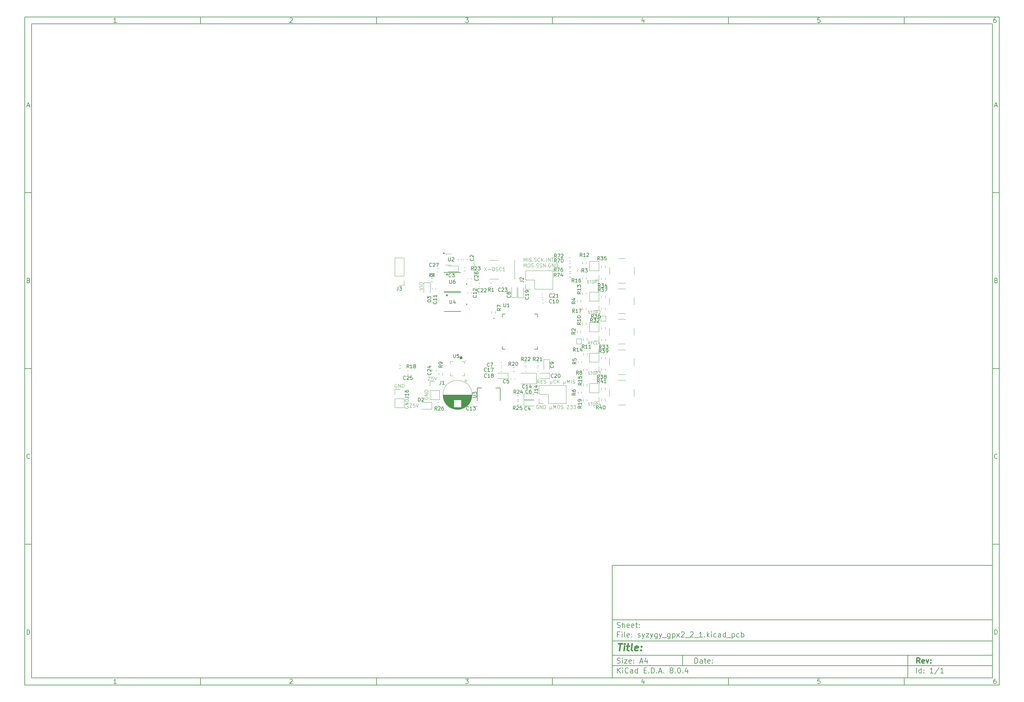
<source format=gbr>
%TF.GenerationSoftware,KiCad,Pcbnew,8.0.4*%
%TF.CreationDate,2025-07-14T14:52:45+02:00*%
%TF.ProjectId,syzygy_gpx2_2_1,73797a79-6779-45f6-9770-78325f325f31,rev?*%
%TF.SameCoordinates,Original*%
%TF.FileFunction,Legend,Top*%
%TF.FilePolarity,Positive*%
%FSLAX46Y46*%
G04 Gerber Fmt 4.6, Leading zero omitted, Abs format (unit mm)*
G04 Created by KiCad (PCBNEW 8.0.4) date 2025-07-14 14:52:45*
%MOMM*%
%LPD*%
G01*
G04 APERTURE LIST*
%ADD10C,0.100000*%
%ADD11C,0.150000*%
%ADD12C,0.300000*%
%ADD13C,0.400000*%
%ADD14C,0.127000*%
%ADD15C,0.120000*%
%ADD16C,0.200000*%
%ADD17C,0.431000*%
%ADD18C,0.152400*%
%ADD19C,0.000000*%
G04 APERTURE END LIST*
D10*
D11*
X177002200Y-166007200D02*
X285002200Y-166007200D01*
X285002200Y-198007200D01*
X177002200Y-198007200D01*
X177002200Y-166007200D01*
D10*
D11*
X10000000Y-10000000D02*
X287002200Y-10000000D01*
X287002200Y-200007200D01*
X10000000Y-200007200D01*
X10000000Y-10000000D01*
D10*
D11*
X12000000Y-12000000D02*
X285002200Y-12000000D01*
X285002200Y-198007200D01*
X12000000Y-198007200D01*
X12000000Y-12000000D01*
D10*
D11*
X60000000Y-12000000D02*
X60000000Y-10000000D01*
D10*
D11*
X110000000Y-12000000D02*
X110000000Y-10000000D01*
D10*
D11*
X160000000Y-12000000D02*
X160000000Y-10000000D01*
D10*
D11*
X210000000Y-12000000D02*
X210000000Y-10000000D01*
D10*
D11*
X260000000Y-12000000D02*
X260000000Y-10000000D01*
D10*
D11*
X36089160Y-11593604D02*
X35346303Y-11593604D01*
X35717731Y-11593604D02*
X35717731Y-10293604D01*
X35717731Y-10293604D02*
X35593922Y-10479319D01*
X35593922Y-10479319D02*
X35470112Y-10603128D01*
X35470112Y-10603128D02*
X35346303Y-10665033D01*
D10*
D11*
X85346303Y-10417414D02*
X85408207Y-10355509D01*
X85408207Y-10355509D02*
X85532017Y-10293604D01*
X85532017Y-10293604D02*
X85841541Y-10293604D01*
X85841541Y-10293604D02*
X85965350Y-10355509D01*
X85965350Y-10355509D02*
X86027255Y-10417414D01*
X86027255Y-10417414D02*
X86089160Y-10541223D01*
X86089160Y-10541223D02*
X86089160Y-10665033D01*
X86089160Y-10665033D02*
X86027255Y-10850747D01*
X86027255Y-10850747D02*
X85284398Y-11593604D01*
X85284398Y-11593604D02*
X86089160Y-11593604D01*
D10*
D11*
X135284398Y-10293604D02*
X136089160Y-10293604D01*
X136089160Y-10293604D02*
X135655826Y-10788842D01*
X135655826Y-10788842D02*
X135841541Y-10788842D01*
X135841541Y-10788842D02*
X135965350Y-10850747D01*
X135965350Y-10850747D02*
X136027255Y-10912652D01*
X136027255Y-10912652D02*
X136089160Y-11036461D01*
X136089160Y-11036461D02*
X136089160Y-11345985D01*
X136089160Y-11345985D02*
X136027255Y-11469795D01*
X136027255Y-11469795D02*
X135965350Y-11531700D01*
X135965350Y-11531700D02*
X135841541Y-11593604D01*
X135841541Y-11593604D02*
X135470112Y-11593604D01*
X135470112Y-11593604D02*
X135346303Y-11531700D01*
X135346303Y-11531700D02*
X135284398Y-11469795D01*
D10*
D11*
X185965350Y-10726938D02*
X185965350Y-11593604D01*
X185655826Y-10231700D02*
X185346303Y-11160271D01*
X185346303Y-11160271D02*
X186151064Y-11160271D01*
D10*
D11*
X236027255Y-10293604D02*
X235408207Y-10293604D01*
X235408207Y-10293604D02*
X235346303Y-10912652D01*
X235346303Y-10912652D02*
X235408207Y-10850747D01*
X235408207Y-10850747D02*
X235532017Y-10788842D01*
X235532017Y-10788842D02*
X235841541Y-10788842D01*
X235841541Y-10788842D02*
X235965350Y-10850747D01*
X235965350Y-10850747D02*
X236027255Y-10912652D01*
X236027255Y-10912652D02*
X236089160Y-11036461D01*
X236089160Y-11036461D02*
X236089160Y-11345985D01*
X236089160Y-11345985D02*
X236027255Y-11469795D01*
X236027255Y-11469795D02*
X235965350Y-11531700D01*
X235965350Y-11531700D02*
X235841541Y-11593604D01*
X235841541Y-11593604D02*
X235532017Y-11593604D01*
X235532017Y-11593604D02*
X235408207Y-11531700D01*
X235408207Y-11531700D02*
X235346303Y-11469795D01*
D10*
D11*
X285965350Y-10293604D02*
X285717731Y-10293604D01*
X285717731Y-10293604D02*
X285593922Y-10355509D01*
X285593922Y-10355509D02*
X285532017Y-10417414D01*
X285532017Y-10417414D02*
X285408207Y-10603128D01*
X285408207Y-10603128D02*
X285346303Y-10850747D01*
X285346303Y-10850747D02*
X285346303Y-11345985D01*
X285346303Y-11345985D02*
X285408207Y-11469795D01*
X285408207Y-11469795D02*
X285470112Y-11531700D01*
X285470112Y-11531700D02*
X285593922Y-11593604D01*
X285593922Y-11593604D02*
X285841541Y-11593604D01*
X285841541Y-11593604D02*
X285965350Y-11531700D01*
X285965350Y-11531700D02*
X286027255Y-11469795D01*
X286027255Y-11469795D02*
X286089160Y-11345985D01*
X286089160Y-11345985D02*
X286089160Y-11036461D01*
X286089160Y-11036461D02*
X286027255Y-10912652D01*
X286027255Y-10912652D02*
X285965350Y-10850747D01*
X285965350Y-10850747D02*
X285841541Y-10788842D01*
X285841541Y-10788842D02*
X285593922Y-10788842D01*
X285593922Y-10788842D02*
X285470112Y-10850747D01*
X285470112Y-10850747D02*
X285408207Y-10912652D01*
X285408207Y-10912652D02*
X285346303Y-11036461D01*
D10*
D11*
X60000000Y-198007200D02*
X60000000Y-200007200D01*
D10*
D11*
X110000000Y-198007200D02*
X110000000Y-200007200D01*
D10*
D11*
X160000000Y-198007200D02*
X160000000Y-200007200D01*
D10*
D11*
X210000000Y-198007200D02*
X210000000Y-200007200D01*
D10*
D11*
X260000000Y-198007200D02*
X260000000Y-200007200D01*
D10*
D11*
X36089160Y-199600804D02*
X35346303Y-199600804D01*
X35717731Y-199600804D02*
X35717731Y-198300804D01*
X35717731Y-198300804D02*
X35593922Y-198486519D01*
X35593922Y-198486519D02*
X35470112Y-198610328D01*
X35470112Y-198610328D02*
X35346303Y-198672233D01*
D10*
D11*
X85346303Y-198424614D02*
X85408207Y-198362709D01*
X85408207Y-198362709D02*
X85532017Y-198300804D01*
X85532017Y-198300804D02*
X85841541Y-198300804D01*
X85841541Y-198300804D02*
X85965350Y-198362709D01*
X85965350Y-198362709D02*
X86027255Y-198424614D01*
X86027255Y-198424614D02*
X86089160Y-198548423D01*
X86089160Y-198548423D02*
X86089160Y-198672233D01*
X86089160Y-198672233D02*
X86027255Y-198857947D01*
X86027255Y-198857947D02*
X85284398Y-199600804D01*
X85284398Y-199600804D02*
X86089160Y-199600804D01*
D10*
D11*
X135284398Y-198300804D02*
X136089160Y-198300804D01*
X136089160Y-198300804D02*
X135655826Y-198796042D01*
X135655826Y-198796042D02*
X135841541Y-198796042D01*
X135841541Y-198796042D02*
X135965350Y-198857947D01*
X135965350Y-198857947D02*
X136027255Y-198919852D01*
X136027255Y-198919852D02*
X136089160Y-199043661D01*
X136089160Y-199043661D02*
X136089160Y-199353185D01*
X136089160Y-199353185D02*
X136027255Y-199476995D01*
X136027255Y-199476995D02*
X135965350Y-199538900D01*
X135965350Y-199538900D02*
X135841541Y-199600804D01*
X135841541Y-199600804D02*
X135470112Y-199600804D01*
X135470112Y-199600804D02*
X135346303Y-199538900D01*
X135346303Y-199538900D02*
X135284398Y-199476995D01*
D10*
D11*
X185965350Y-198734138D02*
X185965350Y-199600804D01*
X185655826Y-198238900D02*
X185346303Y-199167471D01*
X185346303Y-199167471D02*
X186151064Y-199167471D01*
D10*
D11*
X236027255Y-198300804D02*
X235408207Y-198300804D01*
X235408207Y-198300804D02*
X235346303Y-198919852D01*
X235346303Y-198919852D02*
X235408207Y-198857947D01*
X235408207Y-198857947D02*
X235532017Y-198796042D01*
X235532017Y-198796042D02*
X235841541Y-198796042D01*
X235841541Y-198796042D02*
X235965350Y-198857947D01*
X235965350Y-198857947D02*
X236027255Y-198919852D01*
X236027255Y-198919852D02*
X236089160Y-199043661D01*
X236089160Y-199043661D02*
X236089160Y-199353185D01*
X236089160Y-199353185D02*
X236027255Y-199476995D01*
X236027255Y-199476995D02*
X235965350Y-199538900D01*
X235965350Y-199538900D02*
X235841541Y-199600804D01*
X235841541Y-199600804D02*
X235532017Y-199600804D01*
X235532017Y-199600804D02*
X235408207Y-199538900D01*
X235408207Y-199538900D02*
X235346303Y-199476995D01*
D10*
D11*
X285965350Y-198300804D02*
X285717731Y-198300804D01*
X285717731Y-198300804D02*
X285593922Y-198362709D01*
X285593922Y-198362709D02*
X285532017Y-198424614D01*
X285532017Y-198424614D02*
X285408207Y-198610328D01*
X285408207Y-198610328D02*
X285346303Y-198857947D01*
X285346303Y-198857947D02*
X285346303Y-199353185D01*
X285346303Y-199353185D02*
X285408207Y-199476995D01*
X285408207Y-199476995D02*
X285470112Y-199538900D01*
X285470112Y-199538900D02*
X285593922Y-199600804D01*
X285593922Y-199600804D02*
X285841541Y-199600804D01*
X285841541Y-199600804D02*
X285965350Y-199538900D01*
X285965350Y-199538900D02*
X286027255Y-199476995D01*
X286027255Y-199476995D02*
X286089160Y-199353185D01*
X286089160Y-199353185D02*
X286089160Y-199043661D01*
X286089160Y-199043661D02*
X286027255Y-198919852D01*
X286027255Y-198919852D02*
X285965350Y-198857947D01*
X285965350Y-198857947D02*
X285841541Y-198796042D01*
X285841541Y-198796042D02*
X285593922Y-198796042D01*
X285593922Y-198796042D02*
X285470112Y-198857947D01*
X285470112Y-198857947D02*
X285408207Y-198919852D01*
X285408207Y-198919852D02*
X285346303Y-199043661D01*
D10*
D11*
X10000000Y-60000000D02*
X12000000Y-60000000D01*
D10*
D11*
X10000000Y-110000000D02*
X12000000Y-110000000D01*
D10*
D11*
X10000000Y-160000000D02*
X12000000Y-160000000D01*
D10*
D11*
X10690476Y-35222176D02*
X11309523Y-35222176D01*
X10566666Y-35593604D02*
X10999999Y-34293604D01*
X10999999Y-34293604D02*
X11433333Y-35593604D01*
D10*
D11*
X11092857Y-84912652D02*
X11278571Y-84974557D01*
X11278571Y-84974557D02*
X11340476Y-85036461D01*
X11340476Y-85036461D02*
X11402380Y-85160271D01*
X11402380Y-85160271D02*
X11402380Y-85345985D01*
X11402380Y-85345985D02*
X11340476Y-85469795D01*
X11340476Y-85469795D02*
X11278571Y-85531700D01*
X11278571Y-85531700D02*
X11154761Y-85593604D01*
X11154761Y-85593604D02*
X10659523Y-85593604D01*
X10659523Y-85593604D02*
X10659523Y-84293604D01*
X10659523Y-84293604D02*
X11092857Y-84293604D01*
X11092857Y-84293604D02*
X11216666Y-84355509D01*
X11216666Y-84355509D02*
X11278571Y-84417414D01*
X11278571Y-84417414D02*
X11340476Y-84541223D01*
X11340476Y-84541223D02*
X11340476Y-84665033D01*
X11340476Y-84665033D02*
X11278571Y-84788842D01*
X11278571Y-84788842D02*
X11216666Y-84850747D01*
X11216666Y-84850747D02*
X11092857Y-84912652D01*
X11092857Y-84912652D02*
X10659523Y-84912652D01*
D10*
D11*
X11402380Y-135469795D02*
X11340476Y-135531700D01*
X11340476Y-135531700D02*
X11154761Y-135593604D01*
X11154761Y-135593604D02*
X11030952Y-135593604D01*
X11030952Y-135593604D02*
X10845238Y-135531700D01*
X10845238Y-135531700D02*
X10721428Y-135407890D01*
X10721428Y-135407890D02*
X10659523Y-135284080D01*
X10659523Y-135284080D02*
X10597619Y-135036461D01*
X10597619Y-135036461D02*
X10597619Y-134850747D01*
X10597619Y-134850747D02*
X10659523Y-134603128D01*
X10659523Y-134603128D02*
X10721428Y-134479319D01*
X10721428Y-134479319D02*
X10845238Y-134355509D01*
X10845238Y-134355509D02*
X11030952Y-134293604D01*
X11030952Y-134293604D02*
X11154761Y-134293604D01*
X11154761Y-134293604D02*
X11340476Y-134355509D01*
X11340476Y-134355509D02*
X11402380Y-134417414D01*
D10*
D11*
X10659523Y-185593604D02*
X10659523Y-184293604D01*
X10659523Y-184293604D02*
X10969047Y-184293604D01*
X10969047Y-184293604D02*
X11154761Y-184355509D01*
X11154761Y-184355509D02*
X11278571Y-184479319D01*
X11278571Y-184479319D02*
X11340476Y-184603128D01*
X11340476Y-184603128D02*
X11402380Y-184850747D01*
X11402380Y-184850747D02*
X11402380Y-185036461D01*
X11402380Y-185036461D02*
X11340476Y-185284080D01*
X11340476Y-185284080D02*
X11278571Y-185407890D01*
X11278571Y-185407890D02*
X11154761Y-185531700D01*
X11154761Y-185531700D02*
X10969047Y-185593604D01*
X10969047Y-185593604D02*
X10659523Y-185593604D01*
D10*
D11*
X287002200Y-60000000D02*
X285002200Y-60000000D01*
D10*
D11*
X287002200Y-110000000D02*
X285002200Y-110000000D01*
D10*
D11*
X287002200Y-160000000D02*
X285002200Y-160000000D01*
D10*
D11*
X285692676Y-35222176D02*
X286311723Y-35222176D01*
X285568866Y-35593604D02*
X286002199Y-34293604D01*
X286002199Y-34293604D02*
X286435533Y-35593604D01*
D10*
D11*
X286095057Y-84912652D02*
X286280771Y-84974557D01*
X286280771Y-84974557D02*
X286342676Y-85036461D01*
X286342676Y-85036461D02*
X286404580Y-85160271D01*
X286404580Y-85160271D02*
X286404580Y-85345985D01*
X286404580Y-85345985D02*
X286342676Y-85469795D01*
X286342676Y-85469795D02*
X286280771Y-85531700D01*
X286280771Y-85531700D02*
X286156961Y-85593604D01*
X286156961Y-85593604D02*
X285661723Y-85593604D01*
X285661723Y-85593604D02*
X285661723Y-84293604D01*
X285661723Y-84293604D02*
X286095057Y-84293604D01*
X286095057Y-84293604D02*
X286218866Y-84355509D01*
X286218866Y-84355509D02*
X286280771Y-84417414D01*
X286280771Y-84417414D02*
X286342676Y-84541223D01*
X286342676Y-84541223D02*
X286342676Y-84665033D01*
X286342676Y-84665033D02*
X286280771Y-84788842D01*
X286280771Y-84788842D02*
X286218866Y-84850747D01*
X286218866Y-84850747D02*
X286095057Y-84912652D01*
X286095057Y-84912652D02*
X285661723Y-84912652D01*
D10*
D11*
X286404580Y-135469795D02*
X286342676Y-135531700D01*
X286342676Y-135531700D02*
X286156961Y-135593604D01*
X286156961Y-135593604D02*
X286033152Y-135593604D01*
X286033152Y-135593604D02*
X285847438Y-135531700D01*
X285847438Y-135531700D02*
X285723628Y-135407890D01*
X285723628Y-135407890D02*
X285661723Y-135284080D01*
X285661723Y-135284080D02*
X285599819Y-135036461D01*
X285599819Y-135036461D02*
X285599819Y-134850747D01*
X285599819Y-134850747D02*
X285661723Y-134603128D01*
X285661723Y-134603128D02*
X285723628Y-134479319D01*
X285723628Y-134479319D02*
X285847438Y-134355509D01*
X285847438Y-134355509D02*
X286033152Y-134293604D01*
X286033152Y-134293604D02*
X286156961Y-134293604D01*
X286156961Y-134293604D02*
X286342676Y-134355509D01*
X286342676Y-134355509D02*
X286404580Y-134417414D01*
D10*
D11*
X285661723Y-185593604D02*
X285661723Y-184293604D01*
X285661723Y-184293604D02*
X285971247Y-184293604D01*
X285971247Y-184293604D02*
X286156961Y-184355509D01*
X286156961Y-184355509D02*
X286280771Y-184479319D01*
X286280771Y-184479319D02*
X286342676Y-184603128D01*
X286342676Y-184603128D02*
X286404580Y-184850747D01*
X286404580Y-184850747D02*
X286404580Y-185036461D01*
X286404580Y-185036461D02*
X286342676Y-185284080D01*
X286342676Y-185284080D02*
X286280771Y-185407890D01*
X286280771Y-185407890D02*
X286156961Y-185531700D01*
X286156961Y-185531700D02*
X285971247Y-185593604D01*
X285971247Y-185593604D02*
X285661723Y-185593604D01*
D10*
D11*
X200458026Y-193793328D02*
X200458026Y-192293328D01*
X200458026Y-192293328D02*
X200815169Y-192293328D01*
X200815169Y-192293328D02*
X201029455Y-192364757D01*
X201029455Y-192364757D02*
X201172312Y-192507614D01*
X201172312Y-192507614D02*
X201243741Y-192650471D01*
X201243741Y-192650471D02*
X201315169Y-192936185D01*
X201315169Y-192936185D02*
X201315169Y-193150471D01*
X201315169Y-193150471D02*
X201243741Y-193436185D01*
X201243741Y-193436185D02*
X201172312Y-193579042D01*
X201172312Y-193579042D02*
X201029455Y-193721900D01*
X201029455Y-193721900D02*
X200815169Y-193793328D01*
X200815169Y-193793328D02*
X200458026Y-193793328D01*
X202600884Y-193793328D02*
X202600884Y-193007614D01*
X202600884Y-193007614D02*
X202529455Y-192864757D01*
X202529455Y-192864757D02*
X202386598Y-192793328D01*
X202386598Y-192793328D02*
X202100884Y-192793328D01*
X202100884Y-192793328D02*
X201958026Y-192864757D01*
X202600884Y-193721900D02*
X202458026Y-193793328D01*
X202458026Y-193793328D02*
X202100884Y-193793328D01*
X202100884Y-193793328D02*
X201958026Y-193721900D01*
X201958026Y-193721900D02*
X201886598Y-193579042D01*
X201886598Y-193579042D02*
X201886598Y-193436185D01*
X201886598Y-193436185D02*
X201958026Y-193293328D01*
X201958026Y-193293328D02*
X202100884Y-193221900D01*
X202100884Y-193221900D02*
X202458026Y-193221900D01*
X202458026Y-193221900D02*
X202600884Y-193150471D01*
X203100884Y-192793328D02*
X203672312Y-192793328D01*
X203315169Y-192293328D02*
X203315169Y-193579042D01*
X203315169Y-193579042D02*
X203386598Y-193721900D01*
X203386598Y-193721900D02*
X203529455Y-193793328D01*
X203529455Y-193793328D02*
X203672312Y-193793328D01*
X204743741Y-193721900D02*
X204600884Y-193793328D01*
X204600884Y-193793328D02*
X204315170Y-193793328D01*
X204315170Y-193793328D02*
X204172312Y-193721900D01*
X204172312Y-193721900D02*
X204100884Y-193579042D01*
X204100884Y-193579042D02*
X204100884Y-193007614D01*
X204100884Y-193007614D02*
X204172312Y-192864757D01*
X204172312Y-192864757D02*
X204315170Y-192793328D01*
X204315170Y-192793328D02*
X204600884Y-192793328D01*
X204600884Y-192793328D02*
X204743741Y-192864757D01*
X204743741Y-192864757D02*
X204815170Y-193007614D01*
X204815170Y-193007614D02*
X204815170Y-193150471D01*
X204815170Y-193150471D02*
X204100884Y-193293328D01*
X205458026Y-193650471D02*
X205529455Y-193721900D01*
X205529455Y-193721900D02*
X205458026Y-193793328D01*
X205458026Y-193793328D02*
X205386598Y-193721900D01*
X205386598Y-193721900D02*
X205458026Y-193650471D01*
X205458026Y-193650471D02*
X205458026Y-193793328D01*
X205458026Y-192864757D02*
X205529455Y-192936185D01*
X205529455Y-192936185D02*
X205458026Y-193007614D01*
X205458026Y-193007614D02*
X205386598Y-192936185D01*
X205386598Y-192936185D02*
X205458026Y-192864757D01*
X205458026Y-192864757D02*
X205458026Y-193007614D01*
D10*
D11*
X177002200Y-194507200D02*
X285002200Y-194507200D01*
D10*
D11*
X178458026Y-196593328D02*
X178458026Y-195093328D01*
X179315169Y-196593328D02*
X178672312Y-195736185D01*
X179315169Y-195093328D02*
X178458026Y-195950471D01*
X179958026Y-196593328D02*
X179958026Y-195593328D01*
X179958026Y-195093328D02*
X179886598Y-195164757D01*
X179886598Y-195164757D02*
X179958026Y-195236185D01*
X179958026Y-195236185D02*
X180029455Y-195164757D01*
X180029455Y-195164757D02*
X179958026Y-195093328D01*
X179958026Y-195093328D02*
X179958026Y-195236185D01*
X181529455Y-196450471D02*
X181458027Y-196521900D01*
X181458027Y-196521900D02*
X181243741Y-196593328D01*
X181243741Y-196593328D02*
X181100884Y-196593328D01*
X181100884Y-196593328D02*
X180886598Y-196521900D01*
X180886598Y-196521900D02*
X180743741Y-196379042D01*
X180743741Y-196379042D02*
X180672312Y-196236185D01*
X180672312Y-196236185D02*
X180600884Y-195950471D01*
X180600884Y-195950471D02*
X180600884Y-195736185D01*
X180600884Y-195736185D02*
X180672312Y-195450471D01*
X180672312Y-195450471D02*
X180743741Y-195307614D01*
X180743741Y-195307614D02*
X180886598Y-195164757D01*
X180886598Y-195164757D02*
X181100884Y-195093328D01*
X181100884Y-195093328D02*
X181243741Y-195093328D01*
X181243741Y-195093328D02*
X181458027Y-195164757D01*
X181458027Y-195164757D02*
X181529455Y-195236185D01*
X182815170Y-196593328D02*
X182815170Y-195807614D01*
X182815170Y-195807614D02*
X182743741Y-195664757D01*
X182743741Y-195664757D02*
X182600884Y-195593328D01*
X182600884Y-195593328D02*
X182315170Y-195593328D01*
X182315170Y-195593328D02*
X182172312Y-195664757D01*
X182815170Y-196521900D02*
X182672312Y-196593328D01*
X182672312Y-196593328D02*
X182315170Y-196593328D01*
X182315170Y-196593328D02*
X182172312Y-196521900D01*
X182172312Y-196521900D02*
X182100884Y-196379042D01*
X182100884Y-196379042D02*
X182100884Y-196236185D01*
X182100884Y-196236185D02*
X182172312Y-196093328D01*
X182172312Y-196093328D02*
X182315170Y-196021900D01*
X182315170Y-196021900D02*
X182672312Y-196021900D01*
X182672312Y-196021900D02*
X182815170Y-195950471D01*
X184172313Y-196593328D02*
X184172313Y-195093328D01*
X184172313Y-196521900D02*
X184029455Y-196593328D01*
X184029455Y-196593328D02*
X183743741Y-196593328D01*
X183743741Y-196593328D02*
X183600884Y-196521900D01*
X183600884Y-196521900D02*
X183529455Y-196450471D01*
X183529455Y-196450471D02*
X183458027Y-196307614D01*
X183458027Y-196307614D02*
X183458027Y-195879042D01*
X183458027Y-195879042D02*
X183529455Y-195736185D01*
X183529455Y-195736185D02*
X183600884Y-195664757D01*
X183600884Y-195664757D02*
X183743741Y-195593328D01*
X183743741Y-195593328D02*
X184029455Y-195593328D01*
X184029455Y-195593328D02*
X184172313Y-195664757D01*
X186029455Y-195807614D02*
X186529455Y-195807614D01*
X186743741Y-196593328D02*
X186029455Y-196593328D01*
X186029455Y-196593328D02*
X186029455Y-195093328D01*
X186029455Y-195093328D02*
X186743741Y-195093328D01*
X187386598Y-196450471D02*
X187458027Y-196521900D01*
X187458027Y-196521900D02*
X187386598Y-196593328D01*
X187386598Y-196593328D02*
X187315170Y-196521900D01*
X187315170Y-196521900D02*
X187386598Y-196450471D01*
X187386598Y-196450471D02*
X187386598Y-196593328D01*
X188100884Y-196593328D02*
X188100884Y-195093328D01*
X188100884Y-195093328D02*
X188458027Y-195093328D01*
X188458027Y-195093328D02*
X188672313Y-195164757D01*
X188672313Y-195164757D02*
X188815170Y-195307614D01*
X188815170Y-195307614D02*
X188886599Y-195450471D01*
X188886599Y-195450471D02*
X188958027Y-195736185D01*
X188958027Y-195736185D02*
X188958027Y-195950471D01*
X188958027Y-195950471D02*
X188886599Y-196236185D01*
X188886599Y-196236185D02*
X188815170Y-196379042D01*
X188815170Y-196379042D02*
X188672313Y-196521900D01*
X188672313Y-196521900D02*
X188458027Y-196593328D01*
X188458027Y-196593328D02*
X188100884Y-196593328D01*
X189600884Y-196450471D02*
X189672313Y-196521900D01*
X189672313Y-196521900D02*
X189600884Y-196593328D01*
X189600884Y-196593328D02*
X189529456Y-196521900D01*
X189529456Y-196521900D02*
X189600884Y-196450471D01*
X189600884Y-196450471D02*
X189600884Y-196593328D01*
X190243742Y-196164757D02*
X190958028Y-196164757D01*
X190100885Y-196593328D02*
X190600885Y-195093328D01*
X190600885Y-195093328D02*
X191100885Y-196593328D01*
X191600884Y-196450471D02*
X191672313Y-196521900D01*
X191672313Y-196521900D02*
X191600884Y-196593328D01*
X191600884Y-196593328D02*
X191529456Y-196521900D01*
X191529456Y-196521900D02*
X191600884Y-196450471D01*
X191600884Y-196450471D02*
X191600884Y-196593328D01*
X193672313Y-195736185D02*
X193529456Y-195664757D01*
X193529456Y-195664757D02*
X193458027Y-195593328D01*
X193458027Y-195593328D02*
X193386599Y-195450471D01*
X193386599Y-195450471D02*
X193386599Y-195379042D01*
X193386599Y-195379042D02*
X193458027Y-195236185D01*
X193458027Y-195236185D02*
X193529456Y-195164757D01*
X193529456Y-195164757D02*
X193672313Y-195093328D01*
X193672313Y-195093328D02*
X193958027Y-195093328D01*
X193958027Y-195093328D02*
X194100885Y-195164757D01*
X194100885Y-195164757D02*
X194172313Y-195236185D01*
X194172313Y-195236185D02*
X194243742Y-195379042D01*
X194243742Y-195379042D02*
X194243742Y-195450471D01*
X194243742Y-195450471D02*
X194172313Y-195593328D01*
X194172313Y-195593328D02*
X194100885Y-195664757D01*
X194100885Y-195664757D02*
X193958027Y-195736185D01*
X193958027Y-195736185D02*
X193672313Y-195736185D01*
X193672313Y-195736185D02*
X193529456Y-195807614D01*
X193529456Y-195807614D02*
X193458027Y-195879042D01*
X193458027Y-195879042D02*
X193386599Y-196021900D01*
X193386599Y-196021900D02*
X193386599Y-196307614D01*
X193386599Y-196307614D02*
X193458027Y-196450471D01*
X193458027Y-196450471D02*
X193529456Y-196521900D01*
X193529456Y-196521900D02*
X193672313Y-196593328D01*
X193672313Y-196593328D02*
X193958027Y-196593328D01*
X193958027Y-196593328D02*
X194100885Y-196521900D01*
X194100885Y-196521900D02*
X194172313Y-196450471D01*
X194172313Y-196450471D02*
X194243742Y-196307614D01*
X194243742Y-196307614D02*
X194243742Y-196021900D01*
X194243742Y-196021900D02*
X194172313Y-195879042D01*
X194172313Y-195879042D02*
X194100885Y-195807614D01*
X194100885Y-195807614D02*
X193958027Y-195736185D01*
X194886598Y-196450471D02*
X194958027Y-196521900D01*
X194958027Y-196521900D02*
X194886598Y-196593328D01*
X194886598Y-196593328D02*
X194815170Y-196521900D01*
X194815170Y-196521900D02*
X194886598Y-196450471D01*
X194886598Y-196450471D02*
X194886598Y-196593328D01*
X195886599Y-195093328D02*
X196029456Y-195093328D01*
X196029456Y-195093328D02*
X196172313Y-195164757D01*
X196172313Y-195164757D02*
X196243742Y-195236185D01*
X196243742Y-195236185D02*
X196315170Y-195379042D01*
X196315170Y-195379042D02*
X196386599Y-195664757D01*
X196386599Y-195664757D02*
X196386599Y-196021900D01*
X196386599Y-196021900D02*
X196315170Y-196307614D01*
X196315170Y-196307614D02*
X196243742Y-196450471D01*
X196243742Y-196450471D02*
X196172313Y-196521900D01*
X196172313Y-196521900D02*
X196029456Y-196593328D01*
X196029456Y-196593328D02*
X195886599Y-196593328D01*
X195886599Y-196593328D02*
X195743742Y-196521900D01*
X195743742Y-196521900D02*
X195672313Y-196450471D01*
X195672313Y-196450471D02*
X195600884Y-196307614D01*
X195600884Y-196307614D02*
X195529456Y-196021900D01*
X195529456Y-196021900D02*
X195529456Y-195664757D01*
X195529456Y-195664757D02*
X195600884Y-195379042D01*
X195600884Y-195379042D02*
X195672313Y-195236185D01*
X195672313Y-195236185D02*
X195743742Y-195164757D01*
X195743742Y-195164757D02*
X195886599Y-195093328D01*
X197029455Y-196450471D02*
X197100884Y-196521900D01*
X197100884Y-196521900D02*
X197029455Y-196593328D01*
X197029455Y-196593328D02*
X196958027Y-196521900D01*
X196958027Y-196521900D02*
X197029455Y-196450471D01*
X197029455Y-196450471D02*
X197029455Y-196593328D01*
X198386599Y-195593328D02*
X198386599Y-196593328D01*
X198029456Y-195021900D02*
X197672313Y-196093328D01*
X197672313Y-196093328D02*
X198600884Y-196093328D01*
D10*
D11*
X177002200Y-191507200D02*
X285002200Y-191507200D01*
D10*
D12*
X264413853Y-193785528D02*
X263913853Y-193071242D01*
X263556710Y-193785528D02*
X263556710Y-192285528D01*
X263556710Y-192285528D02*
X264128139Y-192285528D01*
X264128139Y-192285528D02*
X264270996Y-192356957D01*
X264270996Y-192356957D02*
X264342425Y-192428385D01*
X264342425Y-192428385D02*
X264413853Y-192571242D01*
X264413853Y-192571242D02*
X264413853Y-192785528D01*
X264413853Y-192785528D02*
X264342425Y-192928385D01*
X264342425Y-192928385D02*
X264270996Y-192999814D01*
X264270996Y-192999814D02*
X264128139Y-193071242D01*
X264128139Y-193071242D02*
X263556710Y-193071242D01*
X265628139Y-193714100D02*
X265485282Y-193785528D01*
X265485282Y-193785528D02*
X265199568Y-193785528D01*
X265199568Y-193785528D02*
X265056710Y-193714100D01*
X265056710Y-193714100D02*
X264985282Y-193571242D01*
X264985282Y-193571242D02*
X264985282Y-192999814D01*
X264985282Y-192999814D02*
X265056710Y-192856957D01*
X265056710Y-192856957D02*
X265199568Y-192785528D01*
X265199568Y-192785528D02*
X265485282Y-192785528D01*
X265485282Y-192785528D02*
X265628139Y-192856957D01*
X265628139Y-192856957D02*
X265699568Y-192999814D01*
X265699568Y-192999814D02*
X265699568Y-193142671D01*
X265699568Y-193142671D02*
X264985282Y-193285528D01*
X266199567Y-192785528D02*
X266556710Y-193785528D01*
X266556710Y-193785528D02*
X266913853Y-192785528D01*
X267485281Y-193642671D02*
X267556710Y-193714100D01*
X267556710Y-193714100D02*
X267485281Y-193785528D01*
X267485281Y-193785528D02*
X267413853Y-193714100D01*
X267413853Y-193714100D02*
X267485281Y-193642671D01*
X267485281Y-193642671D02*
X267485281Y-193785528D01*
X267485281Y-192856957D02*
X267556710Y-192928385D01*
X267556710Y-192928385D02*
X267485281Y-192999814D01*
X267485281Y-192999814D02*
X267413853Y-192928385D01*
X267413853Y-192928385D02*
X267485281Y-192856957D01*
X267485281Y-192856957D02*
X267485281Y-192999814D01*
D10*
D11*
X178386598Y-193721900D02*
X178600884Y-193793328D01*
X178600884Y-193793328D02*
X178958026Y-193793328D01*
X178958026Y-193793328D02*
X179100884Y-193721900D01*
X179100884Y-193721900D02*
X179172312Y-193650471D01*
X179172312Y-193650471D02*
X179243741Y-193507614D01*
X179243741Y-193507614D02*
X179243741Y-193364757D01*
X179243741Y-193364757D02*
X179172312Y-193221900D01*
X179172312Y-193221900D02*
X179100884Y-193150471D01*
X179100884Y-193150471D02*
X178958026Y-193079042D01*
X178958026Y-193079042D02*
X178672312Y-193007614D01*
X178672312Y-193007614D02*
X178529455Y-192936185D01*
X178529455Y-192936185D02*
X178458026Y-192864757D01*
X178458026Y-192864757D02*
X178386598Y-192721900D01*
X178386598Y-192721900D02*
X178386598Y-192579042D01*
X178386598Y-192579042D02*
X178458026Y-192436185D01*
X178458026Y-192436185D02*
X178529455Y-192364757D01*
X178529455Y-192364757D02*
X178672312Y-192293328D01*
X178672312Y-192293328D02*
X179029455Y-192293328D01*
X179029455Y-192293328D02*
X179243741Y-192364757D01*
X179886597Y-193793328D02*
X179886597Y-192793328D01*
X179886597Y-192293328D02*
X179815169Y-192364757D01*
X179815169Y-192364757D02*
X179886597Y-192436185D01*
X179886597Y-192436185D02*
X179958026Y-192364757D01*
X179958026Y-192364757D02*
X179886597Y-192293328D01*
X179886597Y-192293328D02*
X179886597Y-192436185D01*
X180458026Y-192793328D02*
X181243741Y-192793328D01*
X181243741Y-192793328D02*
X180458026Y-193793328D01*
X180458026Y-193793328D02*
X181243741Y-193793328D01*
X182386598Y-193721900D02*
X182243741Y-193793328D01*
X182243741Y-193793328D02*
X181958027Y-193793328D01*
X181958027Y-193793328D02*
X181815169Y-193721900D01*
X181815169Y-193721900D02*
X181743741Y-193579042D01*
X181743741Y-193579042D02*
X181743741Y-193007614D01*
X181743741Y-193007614D02*
X181815169Y-192864757D01*
X181815169Y-192864757D02*
X181958027Y-192793328D01*
X181958027Y-192793328D02*
X182243741Y-192793328D01*
X182243741Y-192793328D02*
X182386598Y-192864757D01*
X182386598Y-192864757D02*
X182458027Y-193007614D01*
X182458027Y-193007614D02*
X182458027Y-193150471D01*
X182458027Y-193150471D02*
X181743741Y-193293328D01*
X183100883Y-193650471D02*
X183172312Y-193721900D01*
X183172312Y-193721900D02*
X183100883Y-193793328D01*
X183100883Y-193793328D02*
X183029455Y-193721900D01*
X183029455Y-193721900D02*
X183100883Y-193650471D01*
X183100883Y-193650471D02*
X183100883Y-193793328D01*
X183100883Y-192864757D02*
X183172312Y-192936185D01*
X183172312Y-192936185D02*
X183100883Y-193007614D01*
X183100883Y-193007614D02*
X183029455Y-192936185D01*
X183029455Y-192936185D02*
X183100883Y-192864757D01*
X183100883Y-192864757D02*
X183100883Y-193007614D01*
X184886598Y-193364757D02*
X185600884Y-193364757D01*
X184743741Y-193793328D02*
X185243741Y-192293328D01*
X185243741Y-192293328D02*
X185743741Y-193793328D01*
X186886598Y-192793328D02*
X186886598Y-193793328D01*
X186529455Y-192221900D02*
X186172312Y-193293328D01*
X186172312Y-193293328D02*
X187100883Y-193293328D01*
D10*
D11*
X263458026Y-196593328D02*
X263458026Y-195093328D01*
X264815170Y-196593328D02*
X264815170Y-195093328D01*
X264815170Y-196521900D02*
X264672312Y-196593328D01*
X264672312Y-196593328D02*
X264386598Y-196593328D01*
X264386598Y-196593328D02*
X264243741Y-196521900D01*
X264243741Y-196521900D02*
X264172312Y-196450471D01*
X264172312Y-196450471D02*
X264100884Y-196307614D01*
X264100884Y-196307614D02*
X264100884Y-195879042D01*
X264100884Y-195879042D02*
X264172312Y-195736185D01*
X264172312Y-195736185D02*
X264243741Y-195664757D01*
X264243741Y-195664757D02*
X264386598Y-195593328D01*
X264386598Y-195593328D02*
X264672312Y-195593328D01*
X264672312Y-195593328D02*
X264815170Y-195664757D01*
X265529455Y-196450471D02*
X265600884Y-196521900D01*
X265600884Y-196521900D02*
X265529455Y-196593328D01*
X265529455Y-196593328D02*
X265458027Y-196521900D01*
X265458027Y-196521900D02*
X265529455Y-196450471D01*
X265529455Y-196450471D02*
X265529455Y-196593328D01*
X265529455Y-195664757D02*
X265600884Y-195736185D01*
X265600884Y-195736185D02*
X265529455Y-195807614D01*
X265529455Y-195807614D02*
X265458027Y-195736185D01*
X265458027Y-195736185D02*
X265529455Y-195664757D01*
X265529455Y-195664757D02*
X265529455Y-195807614D01*
X268172313Y-196593328D02*
X267315170Y-196593328D01*
X267743741Y-196593328D02*
X267743741Y-195093328D01*
X267743741Y-195093328D02*
X267600884Y-195307614D01*
X267600884Y-195307614D02*
X267458027Y-195450471D01*
X267458027Y-195450471D02*
X267315170Y-195521900D01*
X269886598Y-195021900D02*
X268600884Y-196950471D01*
X271172313Y-196593328D02*
X270315170Y-196593328D01*
X270743741Y-196593328D02*
X270743741Y-195093328D01*
X270743741Y-195093328D02*
X270600884Y-195307614D01*
X270600884Y-195307614D02*
X270458027Y-195450471D01*
X270458027Y-195450471D02*
X270315170Y-195521900D01*
D10*
D11*
X177002200Y-187507200D02*
X285002200Y-187507200D01*
D10*
D13*
X178693928Y-188211638D02*
X179836785Y-188211638D01*
X179015357Y-190211638D02*
X179265357Y-188211638D01*
X180253452Y-190211638D02*
X180420119Y-188878304D01*
X180503452Y-188211638D02*
X180396309Y-188306876D01*
X180396309Y-188306876D02*
X180479643Y-188402114D01*
X180479643Y-188402114D02*
X180586786Y-188306876D01*
X180586786Y-188306876D02*
X180503452Y-188211638D01*
X180503452Y-188211638D02*
X180479643Y-188402114D01*
X181086786Y-188878304D02*
X181848690Y-188878304D01*
X181455833Y-188211638D02*
X181241548Y-189925923D01*
X181241548Y-189925923D02*
X181312976Y-190116400D01*
X181312976Y-190116400D02*
X181491548Y-190211638D01*
X181491548Y-190211638D02*
X181682024Y-190211638D01*
X182634405Y-190211638D02*
X182455833Y-190116400D01*
X182455833Y-190116400D02*
X182384405Y-189925923D01*
X182384405Y-189925923D02*
X182598690Y-188211638D01*
X184170119Y-190116400D02*
X183967738Y-190211638D01*
X183967738Y-190211638D02*
X183586785Y-190211638D01*
X183586785Y-190211638D02*
X183408214Y-190116400D01*
X183408214Y-190116400D02*
X183336785Y-189925923D01*
X183336785Y-189925923D02*
X183432024Y-189164019D01*
X183432024Y-189164019D02*
X183551071Y-188973542D01*
X183551071Y-188973542D02*
X183753452Y-188878304D01*
X183753452Y-188878304D02*
X184134404Y-188878304D01*
X184134404Y-188878304D02*
X184312976Y-188973542D01*
X184312976Y-188973542D02*
X184384404Y-189164019D01*
X184384404Y-189164019D02*
X184360595Y-189354495D01*
X184360595Y-189354495D02*
X183384404Y-189544971D01*
X185134405Y-190021161D02*
X185217738Y-190116400D01*
X185217738Y-190116400D02*
X185110595Y-190211638D01*
X185110595Y-190211638D02*
X185027262Y-190116400D01*
X185027262Y-190116400D02*
X185134405Y-190021161D01*
X185134405Y-190021161D02*
X185110595Y-190211638D01*
X185265357Y-188973542D02*
X185348690Y-189068780D01*
X185348690Y-189068780D02*
X185241548Y-189164019D01*
X185241548Y-189164019D02*
X185158214Y-189068780D01*
X185158214Y-189068780D02*
X185265357Y-188973542D01*
X185265357Y-188973542D02*
X185241548Y-189164019D01*
D10*
D11*
X178958026Y-185607614D02*
X178458026Y-185607614D01*
X178458026Y-186393328D02*
X178458026Y-184893328D01*
X178458026Y-184893328D02*
X179172312Y-184893328D01*
X179743740Y-186393328D02*
X179743740Y-185393328D01*
X179743740Y-184893328D02*
X179672312Y-184964757D01*
X179672312Y-184964757D02*
X179743740Y-185036185D01*
X179743740Y-185036185D02*
X179815169Y-184964757D01*
X179815169Y-184964757D02*
X179743740Y-184893328D01*
X179743740Y-184893328D02*
X179743740Y-185036185D01*
X180672312Y-186393328D02*
X180529455Y-186321900D01*
X180529455Y-186321900D02*
X180458026Y-186179042D01*
X180458026Y-186179042D02*
X180458026Y-184893328D01*
X181815169Y-186321900D02*
X181672312Y-186393328D01*
X181672312Y-186393328D02*
X181386598Y-186393328D01*
X181386598Y-186393328D02*
X181243740Y-186321900D01*
X181243740Y-186321900D02*
X181172312Y-186179042D01*
X181172312Y-186179042D02*
X181172312Y-185607614D01*
X181172312Y-185607614D02*
X181243740Y-185464757D01*
X181243740Y-185464757D02*
X181386598Y-185393328D01*
X181386598Y-185393328D02*
X181672312Y-185393328D01*
X181672312Y-185393328D02*
X181815169Y-185464757D01*
X181815169Y-185464757D02*
X181886598Y-185607614D01*
X181886598Y-185607614D02*
X181886598Y-185750471D01*
X181886598Y-185750471D02*
X181172312Y-185893328D01*
X182529454Y-186250471D02*
X182600883Y-186321900D01*
X182600883Y-186321900D02*
X182529454Y-186393328D01*
X182529454Y-186393328D02*
X182458026Y-186321900D01*
X182458026Y-186321900D02*
X182529454Y-186250471D01*
X182529454Y-186250471D02*
X182529454Y-186393328D01*
X182529454Y-185464757D02*
X182600883Y-185536185D01*
X182600883Y-185536185D02*
X182529454Y-185607614D01*
X182529454Y-185607614D02*
X182458026Y-185536185D01*
X182458026Y-185536185D02*
X182529454Y-185464757D01*
X182529454Y-185464757D02*
X182529454Y-185607614D01*
X184315169Y-186321900D02*
X184458026Y-186393328D01*
X184458026Y-186393328D02*
X184743740Y-186393328D01*
X184743740Y-186393328D02*
X184886597Y-186321900D01*
X184886597Y-186321900D02*
X184958026Y-186179042D01*
X184958026Y-186179042D02*
X184958026Y-186107614D01*
X184958026Y-186107614D02*
X184886597Y-185964757D01*
X184886597Y-185964757D02*
X184743740Y-185893328D01*
X184743740Y-185893328D02*
X184529455Y-185893328D01*
X184529455Y-185893328D02*
X184386597Y-185821900D01*
X184386597Y-185821900D02*
X184315169Y-185679042D01*
X184315169Y-185679042D02*
X184315169Y-185607614D01*
X184315169Y-185607614D02*
X184386597Y-185464757D01*
X184386597Y-185464757D02*
X184529455Y-185393328D01*
X184529455Y-185393328D02*
X184743740Y-185393328D01*
X184743740Y-185393328D02*
X184886597Y-185464757D01*
X185458026Y-185393328D02*
X185815169Y-186393328D01*
X186172312Y-185393328D02*
X185815169Y-186393328D01*
X185815169Y-186393328D02*
X185672312Y-186750471D01*
X185672312Y-186750471D02*
X185600883Y-186821900D01*
X185600883Y-186821900D02*
X185458026Y-186893328D01*
X186600883Y-185393328D02*
X187386598Y-185393328D01*
X187386598Y-185393328D02*
X186600883Y-186393328D01*
X186600883Y-186393328D02*
X187386598Y-186393328D01*
X187815169Y-185393328D02*
X188172312Y-186393328D01*
X188529455Y-185393328D02*
X188172312Y-186393328D01*
X188172312Y-186393328D02*
X188029455Y-186750471D01*
X188029455Y-186750471D02*
X187958026Y-186821900D01*
X187958026Y-186821900D02*
X187815169Y-186893328D01*
X189743741Y-185393328D02*
X189743741Y-186607614D01*
X189743741Y-186607614D02*
X189672312Y-186750471D01*
X189672312Y-186750471D02*
X189600883Y-186821900D01*
X189600883Y-186821900D02*
X189458026Y-186893328D01*
X189458026Y-186893328D02*
X189243741Y-186893328D01*
X189243741Y-186893328D02*
X189100883Y-186821900D01*
X189743741Y-186321900D02*
X189600883Y-186393328D01*
X189600883Y-186393328D02*
X189315169Y-186393328D01*
X189315169Y-186393328D02*
X189172312Y-186321900D01*
X189172312Y-186321900D02*
X189100883Y-186250471D01*
X189100883Y-186250471D02*
X189029455Y-186107614D01*
X189029455Y-186107614D02*
X189029455Y-185679042D01*
X189029455Y-185679042D02*
X189100883Y-185536185D01*
X189100883Y-185536185D02*
X189172312Y-185464757D01*
X189172312Y-185464757D02*
X189315169Y-185393328D01*
X189315169Y-185393328D02*
X189600883Y-185393328D01*
X189600883Y-185393328D02*
X189743741Y-185464757D01*
X190315169Y-185393328D02*
X190672312Y-186393328D01*
X191029455Y-185393328D02*
X190672312Y-186393328D01*
X190672312Y-186393328D02*
X190529455Y-186750471D01*
X190529455Y-186750471D02*
X190458026Y-186821900D01*
X190458026Y-186821900D02*
X190315169Y-186893328D01*
X191243741Y-186536185D02*
X192386598Y-186536185D01*
X193386598Y-185393328D02*
X193386598Y-186607614D01*
X193386598Y-186607614D02*
X193315169Y-186750471D01*
X193315169Y-186750471D02*
X193243740Y-186821900D01*
X193243740Y-186821900D02*
X193100883Y-186893328D01*
X193100883Y-186893328D02*
X192886598Y-186893328D01*
X192886598Y-186893328D02*
X192743740Y-186821900D01*
X193386598Y-186321900D02*
X193243740Y-186393328D01*
X193243740Y-186393328D02*
X192958026Y-186393328D01*
X192958026Y-186393328D02*
X192815169Y-186321900D01*
X192815169Y-186321900D02*
X192743740Y-186250471D01*
X192743740Y-186250471D02*
X192672312Y-186107614D01*
X192672312Y-186107614D02*
X192672312Y-185679042D01*
X192672312Y-185679042D02*
X192743740Y-185536185D01*
X192743740Y-185536185D02*
X192815169Y-185464757D01*
X192815169Y-185464757D02*
X192958026Y-185393328D01*
X192958026Y-185393328D02*
X193243740Y-185393328D01*
X193243740Y-185393328D02*
X193386598Y-185464757D01*
X194100883Y-185393328D02*
X194100883Y-186893328D01*
X194100883Y-185464757D02*
X194243741Y-185393328D01*
X194243741Y-185393328D02*
X194529455Y-185393328D01*
X194529455Y-185393328D02*
X194672312Y-185464757D01*
X194672312Y-185464757D02*
X194743741Y-185536185D01*
X194743741Y-185536185D02*
X194815169Y-185679042D01*
X194815169Y-185679042D02*
X194815169Y-186107614D01*
X194815169Y-186107614D02*
X194743741Y-186250471D01*
X194743741Y-186250471D02*
X194672312Y-186321900D01*
X194672312Y-186321900D02*
X194529455Y-186393328D01*
X194529455Y-186393328D02*
X194243741Y-186393328D01*
X194243741Y-186393328D02*
X194100883Y-186321900D01*
X195315169Y-186393328D02*
X196100884Y-185393328D01*
X195315169Y-185393328D02*
X196100884Y-186393328D01*
X196600884Y-185036185D02*
X196672312Y-184964757D01*
X196672312Y-184964757D02*
X196815170Y-184893328D01*
X196815170Y-184893328D02*
X197172312Y-184893328D01*
X197172312Y-184893328D02*
X197315170Y-184964757D01*
X197315170Y-184964757D02*
X197386598Y-185036185D01*
X197386598Y-185036185D02*
X197458027Y-185179042D01*
X197458027Y-185179042D02*
X197458027Y-185321900D01*
X197458027Y-185321900D02*
X197386598Y-185536185D01*
X197386598Y-185536185D02*
X196529455Y-186393328D01*
X196529455Y-186393328D02*
X197458027Y-186393328D01*
X197743741Y-186536185D02*
X198886598Y-186536185D01*
X199172312Y-185036185D02*
X199243740Y-184964757D01*
X199243740Y-184964757D02*
X199386598Y-184893328D01*
X199386598Y-184893328D02*
X199743740Y-184893328D01*
X199743740Y-184893328D02*
X199886598Y-184964757D01*
X199886598Y-184964757D02*
X199958026Y-185036185D01*
X199958026Y-185036185D02*
X200029455Y-185179042D01*
X200029455Y-185179042D02*
X200029455Y-185321900D01*
X200029455Y-185321900D02*
X199958026Y-185536185D01*
X199958026Y-185536185D02*
X199100883Y-186393328D01*
X199100883Y-186393328D02*
X200029455Y-186393328D01*
X200315169Y-186536185D02*
X201458026Y-186536185D01*
X202600883Y-186393328D02*
X201743740Y-186393328D01*
X202172311Y-186393328D02*
X202172311Y-184893328D01*
X202172311Y-184893328D02*
X202029454Y-185107614D01*
X202029454Y-185107614D02*
X201886597Y-185250471D01*
X201886597Y-185250471D02*
X201743740Y-185321900D01*
X203243739Y-186250471D02*
X203315168Y-186321900D01*
X203315168Y-186321900D02*
X203243739Y-186393328D01*
X203243739Y-186393328D02*
X203172311Y-186321900D01*
X203172311Y-186321900D02*
X203243739Y-186250471D01*
X203243739Y-186250471D02*
X203243739Y-186393328D01*
X203958025Y-186393328D02*
X203958025Y-184893328D01*
X204100883Y-185821900D02*
X204529454Y-186393328D01*
X204529454Y-185393328D02*
X203958025Y-185964757D01*
X205172311Y-186393328D02*
X205172311Y-185393328D01*
X205172311Y-184893328D02*
X205100883Y-184964757D01*
X205100883Y-184964757D02*
X205172311Y-185036185D01*
X205172311Y-185036185D02*
X205243740Y-184964757D01*
X205243740Y-184964757D02*
X205172311Y-184893328D01*
X205172311Y-184893328D02*
X205172311Y-185036185D01*
X206529455Y-186321900D02*
X206386597Y-186393328D01*
X206386597Y-186393328D02*
X206100883Y-186393328D01*
X206100883Y-186393328D02*
X205958026Y-186321900D01*
X205958026Y-186321900D02*
X205886597Y-186250471D01*
X205886597Y-186250471D02*
X205815169Y-186107614D01*
X205815169Y-186107614D02*
X205815169Y-185679042D01*
X205815169Y-185679042D02*
X205886597Y-185536185D01*
X205886597Y-185536185D02*
X205958026Y-185464757D01*
X205958026Y-185464757D02*
X206100883Y-185393328D01*
X206100883Y-185393328D02*
X206386597Y-185393328D01*
X206386597Y-185393328D02*
X206529455Y-185464757D01*
X207815169Y-186393328D02*
X207815169Y-185607614D01*
X207815169Y-185607614D02*
X207743740Y-185464757D01*
X207743740Y-185464757D02*
X207600883Y-185393328D01*
X207600883Y-185393328D02*
X207315169Y-185393328D01*
X207315169Y-185393328D02*
X207172311Y-185464757D01*
X207815169Y-186321900D02*
X207672311Y-186393328D01*
X207672311Y-186393328D02*
X207315169Y-186393328D01*
X207315169Y-186393328D02*
X207172311Y-186321900D01*
X207172311Y-186321900D02*
X207100883Y-186179042D01*
X207100883Y-186179042D02*
X207100883Y-186036185D01*
X207100883Y-186036185D02*
X207172311Y-185893328D01*
X207172311Y-185893328D02*
X207315169Y-185821900D01*
X207315169Y-185821900D02*
X207672311Y-185821900D01*
X207672311Y-185821900D02*
X207815169Y-185750471D01*
X209172312Y-186393328D02*
X209172312Y-184893328D01*
X209172312Y-186321900D02*
X209029454Y-186393328D01*
X209029454Y-186393328D02*
X208743740Y-186393328D01*
X208743740Y-186393328D02*
X208600883Y-186321900D01*
X208600883Y-186321900D02*
X208529454Y-186250471D01*
X208529454Y-186250471D02*
X208458026Y-186107614D01*
X208458026Y-186107614D02*
X208458026Y-185679042D01*
X208458026Y-185679042D02*
X208529454Y-185536185D01*
X208529454Y-185536185D02*
X208600883Y-185464757D01*
X208600883Y-185464757D02*
X208743740Y-185393328D01*
X208743740Y-185393328D02*
X209029454Y-185393328D01*
X209029454Y-185393328D02*
X209172312Y-185464757D01*
X209529455Y-186536185D02*
X210672312Y-186536185D01*
X211029454Y-185393328D02*
X211029454Y-186893328D01*
X211029454Y-185464757D02*
X211172312Y-185393328D01*
X211172312Y-185393328D02*
X211458026Y-185393328D01*
X211458026Y-185393328D02*
X211600883Y-185464757D01*
X211600883Y-185464757D02*
X211672312Y-185536185D01*
X211672312Y-185536185D02*
X211743740Y-185679042D01*
X211743740Y-185679042D02*
X211743740Y-186107614D01*
X211743740Y-186107614D02*
X211672312Y-186250471D01*
X211672312Y-186250471D02*
X211600883Y-186321900D01*
X211600883Y-186321900D02*
X211458026Y-186393328D01*
X211458026Y-186393328D02*
X211172312Y-186393328D01*
X211172312Y-186393328D02*
X211029454Y-186321900D01*
X213029455Y-186321900D02*
X212886597Y-186393328D01*
X212886597Y-186393328D02*
X212600883Y-186393328D01*
X212600883Y-186393328D02*
X212458026Y-186321900D01*
X212458026Y-186321900D02*
X212386597Y-186250471D01*
X212386597Y-186250471D02*
X212315169Y-186107614D01*
X212315169Y-186107614D02*
X212315169Y-185679042D01*
X212315169Y-185679042D02*
X212386597Y-185536185D01*
X212386597Y-185536185D02*
X212458026Y-185464757D01*
X212458026Y-185464757D02*
X212600883Y-185393328D01*
X212600883Y-185393328D02*
X212886597Y-185393328D01*
X212886597Y-185393328D02*
X213029455Y-185464757D01*
X213672311Y-186393328D02*
X213672311Y-184893328D01*
X213672311Y-185464757D02*
X213815169Y-185393328D01*
X213815169Y-185393328D02*
X214100883Y-185393328D01*
X214100883Y-185393328D02*
X214243740Y-185464757D01*
X214243740Y-185464757D02*
X214315169Y-185536185D01*
X214315169Y-185536185D02*
X214386597Y-185679042D01*
X214386597Y-185679042D02*
X214386597Y-186107614D01*
X214386597Y-186107614D02*
X214315169Y-186250471D01*
X214315169Y-186250471D02*
X214243740Y-186321900D01*
X214243740Y-186321900D02*
X214100883Y-186393328D01*
X214100883Y-186393328D02*
X213815169Y-186393328D01*
X213815169Y-186393328D02*
X213672311Y-186321900D01*
D10*
D11*
X177002200Y-181507200D02*
X285002200Y-181507200D01*
D10*
D11*
X178386598Y-183621900D02*
X178600884Y-183693328D01*
X178600884Y-183693328D02*
X178958026Y-183693328D01*
X178958026Y-183693328D02*
X179100884Y-183621900D01*
X179100884Y-183621900D02*
X179172312Y-183550471D01*
X179172312Y-183550471D02*
X179243741Y-183407614D01*
X179243741Y-183407614D02*
X179243741Y-183264757D01*
X179243741Y-183264757D02*
X179172312Y-183121900D01*
X179172312Y-183121900D02*
X179100884Y-183050471D01*
X179100884Y-183050471D02*
X178958026Y-182979042D01*
X178958026Y-182979042D02*
X178672312Y-182907614D01*
X178672312Y-182907614D02*
X178529455Y-182836185D01*
X178529455Y-182836185D02*
X178458026Y-182764757D01*
X178458026Y-182764757D02*
X178386598Y-182621900D01*
X178386598Y-182621900D02*
X178386598Y-182479042D01*
X178386598Y-182479042D02*
X178458026Y-182336185D01*
X178458026Y-182336185D02*
X178529455Y-182264757D01*
X178529455Y-182264757D02*
X178672312Y-182193328D01*
X178672312Y-182193328D02*
X179029455Y-182193328D01*
X179029455Y-182193328D02*
X179243741Y-182264757D01*
X179886597Y-183693328D02*
X179886597Y-182193328D01*
X180529455Y-183693328D02*
X180529455Y-182907614D01*
X180529455Y-182907614D02*
X180458026Y-182764757D01*
X180458026Y-182764757D02*
X180315169Y-182693328D01*
X180315169Y-182693328D02*
X180100883Y-182693328D01*
X180100883Y-182693328D02*
X179958026Y-182764757D01*
X179958026Y-182764757D02*
X179886597Y-182836185D01*
X181815169Y-183621900D02*
X181672312Y-183693328D01*
X181672312Y-183693328D02*
X181386598Y-183693328D01*
X181386598Y-183693328D02*
X181243740Y-183621900D01*
X181243740Y-183621900D02*
X181172312Y-183479042D01*
X181172312Y-183479042D02*
X181172312Y-182907614D01*
X181172312Y-182907614D02*
X181243740Y-182764757D01*
X181243740Y-182764757D02*
X181386598Y-182693328D01*
X181386598Y-182693328D02*
X181672312Y-182693328D01*
X181672312Y-182693328D02*
X181815169Y-182764757D01*
X181815169Y-182764757D02*
X181886598Y-182907614D01*
X181886598Y-182907614D02*
X181886598Y-183050471D01*
X181886598Y-183050471D02*
X181172312Y-183193328D01*
X183100883Y-183621900D02*
X182958026Y-183693328D01*
X182958026Y-183693328D02*
X182672312Y-183693328D01*
X182672312Y-183693328D02*
X182529454Y-183621900D01*
X182529454Y-183621900D02*
X182458026Y-183479042D01*
X182458026Y-183479042D02*
X182458026Y-182907614D01*
X182458026Y-182907614D02*
X182529454Y-182764757D01*
X182529454Y-182764757D02*
X182672312Y-182693328D01*
X182672312Y-182693328D02*
X182958026Y-182693328D01*
X182958026Y-182693328D02*
X183100883Y-182764757D01*
X183100883Y-182764757D02*
X183172312Y-182907614D01*
X183172312Y-182907614D02*
X183172312Y-183050471D01*
X183172312Y-183050471D02*
X182458026Y-183193328D01*
X183600883Y-182693328D02*
X184172311Y-182693328D01*
X183815168Y-182193328D02*
X183815168Y-183479042D01*
X183815168Y-183479042D02*
X183886597Y-183621900D01*
X183886597Y-183621900D02*
X184029454Y-183693328D01*
X184029454Y-183693328D02*
X184172311Y-183693328D01*
X184672311Y-183550471D02*
X184743740Y-183621900D01*
X184743740Y-183621900D02*
X184672311Y-183693328D01*
X184672311Y-183693328D02*
X184600883Y-183621900D01*
X184600883Y-183621900D02*
X184672311Y-183550471D01*
X184672311Y-183550471D02*
X184672311Y-183693328D01*
X184672311Y-182764757D02*
X184743740Y-182836185D01*
X184743740Y-182836185D02*
X184672311Y-182907614D01*
X184672311Y-182907614D02*
X184600883Y-182836185D01*
X184600883Y-182836185D02*
X184672311Y-182764757D01*
X184672311Y-182764757D02*
X184672311Y-182907614D01*
D10*
D11*
X197002200Y-191507200D02*
X197002200Y-194507200D01*
D10*
D11*
X261002200Y-191507200D02*
X261002200Y-198007200D01*
D10*
X118120038Y-120772306D02*
X118072419Y-120867544D01*
X118072419Y-120867544D02*
X118072419Y-121010401D01*
X118072419Y-121010401D02*
X118120038Y-121153258D01*
X118120038Y-121153258D02*
X118215276Y-121248496D01*
X118215276Y-121248496D02*
X118310514Y-121296115D01*
X118310514Y-121296115D02*
X118500990Y-121343734D01*
X118500990Y-121343734D02*
X118643847Y-121343734D01*
X118643847Y-121343734D02*
X118834323Y-121296115D01*
X118834323Y-121296115D02*
X118929561Y-121248496D01*
X118929561Y-121248496D02*
X119024800Y-121153258D01*
X119024800Y-121153258D02*
X119072419Y-121010401D01*
X119072419Y-121010401D02*
X119072419Y-120915163D01*
X119072419Y-120915163D02*
X119024800Y-120772306D01*
X119024800Y-120772306D02*
X118977180Y-120724687D01*
X118977180Y-120724687D02*
X118643847Y-120724687D01*
X118643847Y-120724687D02*
X118643847Y-120915163D01*
X119072419Y-120296115D02*
X118072419Y-120296115D01*
X118072419Y-120296115D02*
X119072419Y-119724687D01*
X119072419Y-119724687D02*
X118072419Y-119724687D01*
X119072419Y-119248496D02*
X118072419Y-119248496D01*
X118072419Y-119248496D02*
X118072419Y-119010401D01*
X118072419Y-119010401D02*
X118120038Y-118867544D01*
X118120038Y-118867544D02*
X118215276Y-118772306D01*
X118215276Y-118772306D02*
X118310514Y-118724687D01*
X118310514Y-118724687D02*
X118500990Y-118677068D01*
X118500990Y-118677068D02*
X118643847Y-118677068D01*
X118643847Y-118677068D02*
X118834323Y-118724687D01*
X118834323Y-118724687D02*
X118929561Y-118772306D01*
X118929561Y-118772306D02*
X119024800Y-118867544D01*
X119024800Y-118867544D02*
X119072419Y-119010401D01*
X119072419Y-119010401D02*
X119072419Y-119248496D01*
X115727693Y-114420038D02*
X115632455Y-114372419D01*
X115632455Y-114372419D02*
X115489598Y-114372419D01*
X115489598Y-114372419D02*
X115346741Y-114420038D01*
X115346741Y-114420038D02*
X115251503Y-114515276D01*
X115251503Y-114515276D02*
X115203884Y-114610514D01*
X115203884Y-114610514D02*
X115156265Y-114800990D01*
X115156265Y-114800990D02*
X115156265Y-114943847D01*
X115156265Y-114943847D02*
X115203884Y-115134323D01*
X115203884Y-115134323D02*
X115251503Y-115229561D01*
X115251503Y-115229561D02*
X115346741Y-115324800D01*
X115346741Y-115324800D02*
X115489598Y-115372419D01*
X115489598Y-115372419D02*
X115584836Y-115372419D01*
X115584836Y-115372419D02*
X115727693Y-115324800D01*
X115727693Y-115324800D02*
X115775312Y-115277180D01*
X115775312Y-115277180D02*
X115775312Y-114943847D01*
X115775312Y-114943847D02*
X115584836Y-114943847D01*
X116203884Y-115372419D02*
X116203884Y-114372419D01*
X116203884Y-114372419D02*
X116775312Y-115372419D01*
X116775312Y-115372419D02*
X116775312Y-114372419D01*
X117251503Y-115372419D02*
X117251503Y-114372419D01*
X117251503Y-114372419D02*
X117489598Y-114372419D01*
X117489598Y-114372419D02*
X117632455Y-114420038D01*
X117632455Y-114420038D02*
X117727693Y-114515276D01*
X117727693Y-114515276D02*
X117775312Y-114610514D01*
X117775312Y-114610514D02*
X117822931Y-114800990D01*
X117822931Y-114800990D02*
X117822931Y-114943847D01*
X117822931Y-114943847D02*
X117775312Y-115134323D01*
X117775312Y-115134323D02*
X117727693Y-115229561D01*
X117727693Y-115229561D02*
X117632455Y-115324800D01*
X117632455Y-115324800D02*
X117489598Y-115372419D01*
X117489598Y-115372419D02*
X117251503Y-115372419D01*
X170118169Y-111658800D02*
X170232455Y-111696895D01*
X170232455Y-111696895D02*
X170422931Y-111696895D01*
X170422931Y-111696895D02*
X170499122Y-111658800D01*
X170499122Y-111658800D02*
X170537217Y-111620704D01*
X170537217Y-111620704D02*
X170575312Y-111544514D01*
X170575312Y-111544514D02*
X170575312Y-111468323D01*
X170575312Y-111468323D02*
X170537217Y-111392133D01*
X170537217Y-111392133D02*
X170499122Y-111354038D01*
X170499122Y-111354038D02*
X170422931Y-111315942D01*
X170422931Y-111315942D02*
X170270550Y-111277847D01*
X170270550Y-111277847D02*
X170194360Y-111239752D01*
X170194360Y-111239752D02*
X170156265Y-111201657D01*
X170156265Y-111201657D02*
X170118169Y-111125466D01*
X170118169Y-111125466D02*
X170118169Y-111049276D01*
X170118169Y-111049276D02*
X170156265Y-110973085D01*
X170156265Y-110973085D02*
X170194360Y-110934990D01*
X170194360Y-110934990D02*
X170270550Y-110896895D01*
X170270550Y-110896895D02*
X170461027Y-110896895D01*
X170461027Y-110896895D02*
X170575312Y-110934990D01*
X170803884Y-110896895D02*
X171261027Y-110896895D01*
X171032455Y-111696895D02*
X171032455Y-110896895D01*
X171680075Y-110896895D02*
X171832456Y-110896895D01*
X171832456Y-110896895D02*
X171908646Y-110934990D01*
X171908646Y-110934990D02*
X171984837Y-111011180D01*
X171984837Y-111011180D02*
X172022932Y-111163561D01*
X172022932Y-111163561D02*
X172022932Y-111430228D01*
X172022932Y-111430228D02*
X171984837Y-111582609D01*
X171984837Y-111582609D02*
X171908646Y-111658800D01*
X171908646Y-111658800D02*
X171832456Y-111696895D01*
X171832456Y-111696895D02*
X171680075Y-111696895D01*
X171680075Y-111696895D02*
X171603884Y-111658800D01*
X171603884Y-111658800D02*
X171527694Y-111582609D01*
X171527694Y-111582609D02*
X171489598Y-111430228D01*
X171489598Y-111430228D02*
X171489598Y-111163561D01*
X171489598Y-111163561D02*
X171527694Y-111011180D01*
X171527694Y-111011180D02*
X171603884Y-110934990D01*
X171603884Y-110934990D02*
X171680075Y-110896895D01*
X172365789Y-111696895D02*
X172365789Y-110896895D01*
X172365789Y-110896895D02*
X172670551Y-110896895D01*
X172670551Y-110896895D02*
X172746741Y-110934990D01*
X172746741Y-110934990D02*
X172784836Y-110973085D01*
X172784836Y-110973085D02*
X172822932Y-111049276D01*
X172822932Y-111049276D02*
X172822932Y-111163561D01*
X172822932Y-111163561D02*
X172784836Y-111239752D01*
X172784836Y-111239752D02*
X172746741Y-111277847D01*
X172746741Y-111277847D02*
X172670551Y-111315942D01*
X172670551Y-111315942D02*
X172365789Y-111315942D01*
X173089598Y-110896895D02*
X173584836Y-110896895D01*
X173584836Y-110896895D02*
X173318170Y-111201657D01*
X173318170Y-111201657D02*
X173432455Y-111201657D01*
X173432455Y-111201657D02*
X173508646Y-111239752D01*
X173508646Y-111239752D02*
X173546741Y-111277847D01*
X173546741Y-111277847D02*
X173584836Y-111354038D01*
X173584836Y-111354038D02*
X173584836Y-111544514D01*
X173584836Y-111544514D02*
X173546741Y-111620704D01*
X173546741Y-111620704D02*
X173508646Y-111658800D01*
X173508646Y-111658800D02*
X173432455Y-111696895D01*
X173432455Y-111696895D02*
X173203884Y-111696895D01*
X173203884Y-111696895D02*
X173127693Y-111658800D01*
X173127693Y-111658800D02*
X173089598Y-111620704D01*
X119378646Y-120012419D02*
X120045312Y-120012419D01*
X120045312Y-120012419D02*
X119378646Y-121012419D01*
X119378646Y-121012419D02*
X120045312Y-121012419D01*
X120902455Y-120012419D02*
X120426265Y-120012419D01*
X120426265Y-120012419D02*
X120378646Y-120488609D01*
X120378646Y-120488609D02*
X120426265Y-120440990D01*
X120426265Y-120440990D02*
X120521503Y-120393371D01*
X120521503Y-120393371D02*
X120759598Y-120393371D01*
X120759598Y-120393371D02*
X120854836Y-120440990D01*
X120854836Y-120440990D02*
X120902455Y-120488609D01*
X120902455Y-120488609D02*
X120950074Y-120583847D01*
X120950074Y-120583847D02*
X120950074Y-120821942D01*
X120950074Y-120821942D02*
X120902455Y-120917180D01*
X120902455Y-120917180D02*
X120854836Y-120964800D01*
X120854836Y-120964800D02*
X120759598Y-121012419D01*
X120759598Y-121012419D02*
X120521503Y-121012419D01*
X120521503Y-121012419D02*
X120426265Y-120964800D01*
X120426265Y-120964800D02*
X120378646Y-120917180D01*
X121235789Y-120012419D02*
X121569122Y-121012419D01*
X121569122Y-121012419D02*
X121902455Y-120012419D01*
X170613408Y-103096895D02*
X170346741Y-102715942D01*
X170156265Y-103096895D02*
X170156265Y-102296895D01*
X170156265Y-102296895D02*
X170461027Y-102296895D01*
X170461027Y-102296895D02*
X170537217Y-102334990D01*
X170537217Y-102334990D02*
X170575312Y-102373085D01*
X170575312Y-102373085D02*
X170613408Y-102449276D01*
X170613408Y-102449276D02*
X170613408Y-102563561D01*
X170613408Y-102563561D02*
X170575312Y-102639752D01*
X170575312Y-102639752D02*
X170537217Y-102677847D01*
X170537217Y-102677847D02*
X170461027Y-102715942D01*
X170461027Y-102715942D02*
X170156265Y-102715942D01*
X171222931Y-102677847D02*
X170956265Y-102677847D01*
X170956265Y-103096895D02*
X170956265Y-102296895D01*
X170956265Y-102296895D02*
X171337217Y-102296895D01*
X172099122Y-103020704D02*
X172061026Y-103058800D01*
X172061026Y-103058800D02*
X171946741Y-103096895D01*
X171946741Y-103096895D02*
X171870550Y-103096895D01*
X171870550Y-103096895D02*
X171756264Y-103058800D01*
X171756264Y-103058800D02*
X171680074Y-102982609D01*
X171680074Y-102982609D02*
X171641979Y-102906419D01*
X171641979Y-102906419D02*
X171603883Y-102754038D01*
X171603883Y-102754038D02*
X171603883Y-102639752D01*
X171603883Y-102639752D02*
X171641979Y-102487371D01*
X171641979Y-102487371D02*
X171680074Y-102411180D01*
X171680074Y-102411180D02*
X171756264Y-102334990D01*
X171756264Y-102334990D02*
X171870550Y-102296895D01*
X171870550Y-102296895D02*
X171946741Y-102296895D01*
X171946741Y-102296895D02*
X172061026Y-102334990D01*
X172061026Y-102334990D02*
X172099122Y-102373085D01*
X172822931Y-103096895D02*
X172441979Y-103096895D01*
X172441979Y-103096895D02*
X172441979Y-102296895D01*
X173089598Y-103096895D02*
X173089598Y-102296895D01*
X173546741Y-103096895D02*
X173203883Y-102639752D01*
X173546741Y-102296895D02*
X173089598Y-102754038D01*
X151814884Y-79542475D02*
X151814884Y-78542475D01*
X151814884Y-78542475D02*
X152148217Y-79256760D01*
X152148217Y-79256760D02*
X152481550Y-78542475D01*
X152481550Y-78542475D02*
X152481550Y-79542475D01*
X152957741Y-79542475D02*
X152957741Y-78542475D01*
X153386312Y-79494856D02*
X153529169Y-79542475D01*
X153529169Y-79542475D02*
X153767264Y-79542475D01*
X153767264Y-79542475D02*
X153862502Y-79494856D01*
X153862502Y-79494856D02*
X153910121Y-79447236D01*
X153910121Y-79447236D02*
X153957740Y-79351998D01*
X153957740Y-79351998D02*
X153957740Y-79256760D01*
X153957740Y-79256760D02*
X153910121Y-79161522D01*
X153910121Y-79161522D02*
X153862502Y-79113903D01*
X153862502Y-79113903D02*
X153767264Y-79066284D01*
X153767264Y-79066284D02*
X153576788Y-79018665D01*
X153576788Y-79018665D02*
X153481550Y-78971046D01*
X153481550Y-78971046D02*
X153433931Y-78923427D01*
X153433931Y-78923427D02*
X153386312Y-78828189D01*
X153386312Y-78828189D02*
X153386312Y-78732951D01*
X153386312Y-78732951D02*
X153433931Y-78637713D01*
X153433931Y-78637713D02*
X153481550Y-78590094D01*
X153481550Y-78590094D02*
X153576788Y-78542475D01*
X153576788Y-78542475D02*
X153814883Y-78542475D01*
X153814883Y-78542475D02*
X153957740Y-78590094D01*
X154386312Y-79447236D02*
X154433931Y-79494856D01*
X154433931Y-79494856D02*
X154386312Y-79542475D01*
X154386312Y-79542475D02*
X154338693Y-79494856D01*
X154338693Y-79494856D02*
X154386312Y-79447236D01*
X154386312Y-79447236D02*
X154386312Y-79542475D01*
X154814883Y-79494856D02*
X154957740Y-79542475D01*
X154957740Y-79542475D02*
X155195835Y-79542475D01*
X155195835Y-79542475D02*
X155291073Y-79494856D01*
X155291073Y-79494856D02*
X155338692Y-79447236D01*
X155338692Y-79447236D02*
X155386311Y-79351998D01*
X155386311Y-79351998D02*
X155386311Y-79256760D01*
X155386311Y-79256760D02*
X155338692Y-79161522D01*
X155338692Y-79161522D02*
X155291073Y-79113903D01*
X155291073Y-79113903D02*
X155195835Y-79066284D01*
X155195835Y-79066284D02*
X155005359Y-79018665D01*
X155005359Y-79018665D02*
X154910121Y-78971046D01*
X154910121Y-78971046D02*
X154862502Y-78923427D01*
X154862502Y-78923427D02*
X154814883Y-78828189D01*
X154814883Y-78828189D02*
X154814883Y-78732951D01*
X154814883Y-78732951D02*
X154862502Y-78637713D01*
X154862502Y-78637713D02*
X154910121Y-78590094D01*
X154910121Y-78590094D02*
X155005359Y-78542475D01*
X155005359Y-78542475D02*
X155243454Y-78542475D01*
X155243454Y-78542475D02*
X155386311Y-78590094D01*
X156386311Y-79447236D02*
X156338692Y-79494856D01*
X156338692Y-79494856D02*
X156195835Y-79542475D01*
X156195835Y-79542475D02*
X156100597Y-79542475D01*
X156100597Y-79542475D02*
X155957740Y-79494856D01*
X155957740Y-79494856D02*
X155862502Y-79399617D01*
X155862502Y-79399617D02*
X155814883Y-79304379D01*
X155814883Y-79304379D02*
X155767264Y-79113903D01*
X155767264Y-79113903D02*
X155767264Y-78971046D01*
X155767264Y-78971046D02*
X155814883Y-78780570D01*
X155814883Y-78780570D02*
X155862502Y-78685332D01*
X155862502Y-78685332D02*
X155957740Y-78590094D01*
X155957740Y-78590094D02*
X156100597Y-78542475D01*
X156100597Y-78542475D02*
X156195835Y-78542475D01*
X156195835Y-78542475D02*
X156338692Y-78590094D01*
X156338692Y-78590094D02*
X156386311Y-78637713D01*
X156814883Y-79542475D02*
X156814883Y-78542475D01*
X157386311Y-79542475D02*
X156957740Y-78971046D01*
X157386311Y-78542475D02*
X156814883Y-79113903D01*
X157814883Y-79447236D02*
X157862502Y-79494856D01*
X157862502Y-79494856D02*
X157814883Y-79542475D01*
X157814883Y-79542475D02*
X157767264Y-79494856D01*
X157767264Y-79494856D02*
X157814883Y-79447236D01*
X157814883Y-79447236D02*
X157814883Y-79542475D01*
X158291073Y-79542475D02*
X158291073Y-78542475D01*
X158767263Y-79542475D02*
X158767263Y-78542475D01*
X158767263Y-78542475D02*
X159338691Y-79542475D01*
X159338691Y-79542475D02*
X159338691Y-78542475D01*
X159672025Y-78542475D02*
X160243453Y-78542475D01*
X159957739Y-79542475D02*
X159957739Y-78542475D01*
X151814884Y-81152419D02*
X151814884Y-80152419D01*
X151814884Y-80152419D02*
X152148217Y-80866704D01*
X152148217Y-80866704D02*
X152481550Y-80152419D01*
X152481550Y-80152419D02*
X152481550Y-81152419D01*
X153148217Y-80152419D02*
X153338693Y-80152419D01*
X153338693Y-80152419D02*
X153433931Y-80200038D01*
X153433931Y-80200038D02*
X153529169Y-80295276D01*
X153529169Y-80295276D02*
X153576788Y-80485752D01*
X153576788Y-80485752D02*
X153576788Y-80819085D01*
X153576788Y-80819085D02*
X153529169Y-81009561D01*
X153529169Y-81009561D02*
X153433931Y-81104800D01*
X153433931Y-81104800D02*
X153338693Y-81152419D01*
X153338693Y-81152419D02*
X153148217Y-81152419D01*
X153148217Y-81152419D02*
X153052979Y-81104800D01*
X153052979Y-81104800D02*
X152957741Y-81009561D01*
X152957741Y-81009561D02*
X152910122Y-80819085D01*
X152910122Y-80819085D02*
X152910122Y-80485752D01*
X152910122Y-80485752D02*
X152957741Y-80295276D01*
X152957741Y-80295276D02*
X153052979Y-80200038D01*
X153052979Y-80200038D02*
X153148217Y-80152419D01*
X153957741Y-81104800D02*
X154100598Y-81152419D01*
X154100598Y-81152419D02*
X154338693Y-81152419D01*
X154338693Y-81152419D02*
X154433931Y-81104800D01*
X154433931Y-81104800D02*
X154481550Y-81057180D01*
X154481550Y-81057180D02*
X154529169Y-80961942D01*
X154529169Y-80961942D02*
X154529169Y-80866704D01*
X154529169Y-80866704D02*
X154481550Y-80771466D01*
X154481550Y-80771466D02*
X154433931Y-80723847D01*
X154433931Y-80723847D02*
X154338693Y-80676228D01*
X154338693Y-80676228D02*
X154148217Y-80628609D01*
X154148217Y-80628609D02*
X154052979Y-80580990D01*
X154052979Y-80580990D02*
X154005360Y-80533371D01*
X154005360Y-80533371D02*
X153957741Y-80438133D01*
X153957741Y-80438133D02*
X153957741Y-80342895D01*
X153957741Y-80342895D02*
X154005360Y-80247657D01*
X154005360Y-80247657D02*
X154052979Y-80200038D01*
X154052979Y-80200038D02*
X154148217Y-80152419D01*
X154148217Y-80152419D02*
X154386312Y-80152419D01*
X154386312Y-80152419D02*
X154529169Y-80200038D01*
X154957741Y-81057180D02*
X155005360Y-81104800D01*
X155005360Y-81104800D02*
X154957741Y-81152419D01*
X154957741Y-81152419D02*
X154910122Y-81104800D01*
X154910122Y-81104800D02*
X154957741Y-81057180D01*
X154957741Y-81057180D02*
X154957741Y-81152419D01*
X155386312Y-81104800D02*
X155529169Y-81152419D01*
X155529169Y-81152419D02*
X155767264Y-81152419D01*
X155767264Y-81152419D02*
X155862502Y-81104800D01*
X155862502Y-81104800D02*
X155910121Y-81057180D01*
X155910121Y-81057180D02*
X155957740Y-80961942D01*
X155957740Y-80961942D02*
X155957740Y-80866704D01*
X155957740Y-80866704D02*
X155910121Y-80771466D01*
X155910121Y-80771466D02*
X155862502Y-80723847D01*
X155862502Y-80723847D02*
X155767264Y-80676228D01*
X155767264Y-80676228D02*
X155576788Y-80628609D01*
X155576788Y-80628609D02*
X155481550Y-80580990D01*
X155481550Y-80580990D02*
X155433931Y-80533371D01*
X155433931Y-80533371D02*
X155386312Y-80438133D01*
X155386312Y-80438133D02*
X155386312Y-80342895D01*
X155386312Y-80342895D02*
X155433931Y-80247657D01*
X155433931Y-80247657D02*
X155481550Y-80200038D01*
X155481550Y-80200038D02*
X155576788Y-80152419D01*
X155576788Y-80152419D02*
X155814883Y-80152419D01*
X155814883Y-80152419D02*
X155957740Y-80200038D01*
X156338693Y-81104800D02*
X156481550Y-81152419D01*
X156481550Y-81152419D02*
X156719645Y-81152419D01*
X156719645Y-81152419D02*
X156814883Y-81104800D01*
X156814883Y-81104800D02*
X156862502Y-81057180D01*
X156862502Y-81057180D02*
X156910121Y-80961942D01*
X156910121Y-80961942D02*
X156910121Y-80866704D01*
X156910121Y-80866704D02*
X156862502Y-80771466D01*
X156862502Y-80771466D02*
X156814883Y-80723847D01*
X156814883Y-80723847D02*
X156719645Y-80676228D01*
X156719645Y-80676228D02*
X156529169Y-80628609D01*
X156529169Y-80628609D02*
X156433931Y-80580990D01*
X156433931Y-80580990D02*
X156386312Y-80533371D01*
X156386312Y-80533371D02*
X156338693Y-80438133D01*
X156338693Y-80438133D02*
X156338693Y-80342895D01*
X156338693Y-80342895D02*
X156386312Y-80247657D01*
X156386312Y-80247657D02*
X156433931Y-80200038D01*
X156433931Y-80200038D02*
X156529169Y-80152419D01*
X156529169Y-80152419D02*
X156767264Y-80152419D01*
X156767264Y-80152419D02*
X156910121Y-80200038D01*
X157338693Y-81152419D02*
X157338693Y-80152419D01*
X157338693Y-80152419D02*
X157910121Y-81152419D01*
X157910121Y-81152419D02*
X157910121Y-80152419D01*
X158386312Y-81057180D02*
X158433931Y-81104800D01*
X158433931Y-81104800D02*
X158386312Y-81152419D01*
X158386312Y-81152419D02*
X158338693Y-81104800D01*
X158338693Y-81104800D02*
X158386312Y-81057180D01*
X158386312Y-81057180D02*
X158386312Y-81152419D01*
X159386311Y-80200038D02*
X159291073Y-80152419D01*
X159291073Y-80152419D02*
X159148216Y-80152419D01*
X159148216Y-80152419D02*
X159005359Y-80200038D01*
X159005359Y-80200038D02*
X158910121Y-80295276D01*
X158910121Y-80295276D02*
X158862502Y-80390514D01*
X158862502Y-80390514D02*
X158814883Y-80580990D01*
X158814883Y-80580990D02*
X158814883Y-80723847D01*
X158814883Y-80723847D02*
X158862502Y-80914323D01*
X158862502Y-80914323D02*
X158910121Y-81009561D01*
X158910121Y-81009561D02*
X159005359Y-81104800D01*
X159005359Y-81104800D02*
X159148216Y-81152419D01*
X159148216Y-81152419D02*
X159243454Y-81152419D01*
X159243454Y-81152419D02*
X159386311Y-81104800D01*
X159386311Y-81104800D02*
X159433930Y-81057180D01*
X159433930Y-81057180D02*
X159433930Y-80723847D01*
X159433930Y-80723847D02*
X159243454Y-80723847D01*
X159862502Y-81152419D02*
X159862502Y-80152419D01*
X159862502Y-80152419D02*
X160433930Y-81152419D01*
X160433930Y-81152419D02*
X160433930Y-80152419D01*
X160910121Y-81152419D02*
X160910121Y-80152419D01*
X160910121Y-80152419D02*
X161148216Y-80152419D01*
X161148216Y-80152419D02*
X161291073Y-80200038D01*
X161291073Y-80200038D02*
X161386311Y-80295276D01*
X161386311Y-80295276D02*
X161433930Y-80390514D01*
X161433930Y-80390514D02*
X161481549Y-80580990D01*
X161481549Y-80580990D02*
X161481549Y-80723847D01*
X161481549Y-80723847D02*
X161433930Y-80914323D01*
X161433930Y-80914323D02*
X161386311Y-81009561D01*
X161386311Y-81009561D02*
X161291073Y-81104800D01*
X161291073Y-81104800D02*
X161148216Y-81152419D01*
X161148216Y-81152419D02*
X160910121Y-81152419D01*
X122142419Y-87628972D02*
X123142419Y-87295639D01*
X123142419Y-87295639D02*
X122142419Y-86962306D01*
X123142419Y-86628972D02*
X122142419Y-86628972D01*
X122142419Y-85962306D02*
X122142419Y-85771830D01*
X122142419Y-85771830D02*
X122190038Y-85676592D01*
X122190038Y-85676592D02*
X122285276Y-85581354D01*
X122285276Y-85581354D02*
X122475752Y-85533735D01*
X122475752Y-85533735D02*
X122809085Y-85533735D01*
X122809085Y-85533735D02*
X122999561Y-85581354D01*
X122999561Y-85581354D02*
X123094800Y-85676592D01*
X123094800Y-85676592D02*
X123142419Y-85771830D01*
X123142419Y-85771830D02*
X123142419Y-85962306D01*
X123142419Y-85962306D02*
X123094800Y-86057544D01*
X123094800Y-86057544D02*
X122999561Y-86152782D01*
X122999561Y-86152782D02*
X122809085Y-86200401D01*
X122809085Y-86200401D02*
X122475752Y-86200401D01*
X122475752Y-86200401D02*
X122285276Y-86152782D01*
X122285276Y-86152782D02*
X122190038Y-86057544D01*
X122190038Y-86057544D02*
X122142419Y-85962306D01*
X170118169Y-120458800D02*
X170232455Y-120496895D01*
X170232455Y-120496895D02*
X170422931Y-120496895D01*
X170422931Y-120496895D02*
X170499122Y-120458800D01*
X170499122Y-120458800D02*
X170537217Y-120420704D01*
X170537217Y-120420704D02*
X170575312Y-120344514D01*
X170575312Y-120344514D02*
X170575312Y-120268323D01*
X170575312Y-120268323D02*
X170537217Y-120192133D01*
X170537217Y-120192133D02*
X170499122Y-120154038D01*
X170499122Y-120154038D02*
X170422931Y-120115942D01*
X170422931Y-120115942D02*
X170270550Y-120077847D01*
X170270550Y-120077847D02*
X170194360Y-120039752D01*
X170194360Y-120039752D02*
X170156265Y-120001657D01*
X170156265Y-120001657D02*
X170118169Y-119925466D01*
X170118169Y-119925466D02*
X170118169Y-119849276D01*
X170118169Y-119849276D02*
X170156265Y-119773085D01*
X170156265Y-119773085D02*
X170194360Y-119734990D01*
X170194360Y-119734990D02*
X170270550Y-119696895D01*
X170270550Y-119696895D02*
X170461027Y-119696895D01*
X170461027Y-119696895D02*
X170575312Y-119734990D01*
X170803884Y-119696895D02*
X171261027Y-119696895D01*
X171032455Y-120496895D02*
X171032455Y-119696895D01*
X171680075Y-119696895D02*
X171832456Y-119696895D01*
X171832456Y-119696895D02*
X171908646Y-119734990D01*
X171908646Y-119734990D02*
X171984837Y-119811180D01*
X171984837Y-119811180D02*
X172022932Y-119963561D01*
X172022932Y-119963561D02*
X172022932Y-120230228D01*
X172022932Y-120230228D02*
X171984837Y-120382609D01*
X171984837Y-120382609D02*
X171908646Y-120458800D01*
X171908646Y-120458800D02*
X171832456Y-120496895D01*
X171832456Y-120496895D02*
X171680075Y-120496895D01*
X171680075Y-120496895D02*
X171603884Y-120458800D01*
X171603884Y-120458800D02*
X171527694Y-120382609D01*
X171527694Y-120382609D02*
X171489598Y-120230228D01*
X171489598Y-120230228D02*
X171489598Y-119963561D01*
X171489598Y-119963561D02*
X171527694Y-119811180D01*
X171527694Y-119811180D02*
X171603884Y-119734990D01*
X171603884Y-119734990D02*
X171680075Y-119696895D01*
X172365789Y-120496895D02*
X172365789Y-119696895D01*
X172365789Y-119696895D02*
X172670551Y-119696895D01*
X172670551Y-119696895D02*
X172746741Y-119734990D01*
X172746741Y-119734990D02*
X172784836Y-119773085D01*
X172784836Y-119773085D02*
X172822932Y-119849276D01*
X172822932Y-119849276D02*
X172822932Y-119963561D01*
X172822932Y-119963561D02*
X172784836Y-120039752D01*
X172784836Y-120039752D02*
X172746741Y-120077847D01*
X172746741Y-120077847D02*
X172670551Y-120115942D01*
X172670551Y-120115942D02*
X172365789Y-120115942D01*
X173508646Y-119963561D02*
X173508646Y-120496895D01*
X173318170Y-119658800D02*
X173127693Y-120230228D01*
X173127693Y-120230228D02*
X173622932Y-120230228D01*
X124578646Y-112342419D02*
X125245312Y-112342419D01*
X125245312Y-112342419D02*
X124578646Y-113342419D01*
X124578646Y-113342419D02*
X125245312Y-113342419D01*
X126102455Y-112342419D02*
X125626265Y-112342419D01*
X125626265Y-112342419D02*
X125578646Y-112818609D01*
X125578646Y-112818609D02*
X125626265Y-112770990D01*
X125626265Y-112770990D02*
X125721503Y-112723371D01*
X125721503Y-112723371D02*
X125959598Y-112723371D01*
X125959598Y-112723371D02*
X126054836Y-112770990D01*
X126054836Y-112770990D02*
X126102455Y-112818609D01*
X126102455Y-112818609D02*
X126150074Y-112913847D01*
X126150074Y-112913847D02*
X126150074Y-113151942D01*
X126150074Y-113151942D02*
X126102455Y-113247180D01*
X126102455Y-113247180D02*
X126054836Y-113294800D01*
X126054836Y-113294800D02*
X125959598Y-113342419D01*
X125959598Y-113342419D02*
X125721503Y-113342419D01*
X125721503Y-113342419D02*
X125626265Y-113294800D01*
X125626265Y-113294800D02*
X125578646Y-113247180D01*
X126435789Y-112342419D02*
X126769122Y-113342419D01*
X126769122Y-113342419D02*
X127102455Y-112342419D01*
X156246312Y-114191419D02*
X155912979Y-113715228D01*
X155674884Y-114191419D02*
X155674884Y-113191419D01*
X155674884Y-113191419D02*
X156055836Y-113191419D01*
X156055836Y-113191419D02*
X156151074Y-113239038D01*
X156151074Y-113239038D02*
X156198693Y-113286657D01*
X156198693Y-113286657D02*
X156246312Y-113381895D01*
X156246312Y-113381895D02*
X156246312Y-113524752D01*
X156246312Y-113524752D02*
X156198693Y-113619990D01*
X156198693Y-113619990D02*
X156151074Y-113667609D01*
X156151074Y-113667609D02*
X156055836Y-113715228D01*
X156055836Y-113715228D02*
X155674884Y-113715228D01*
X156674884Y-113667609D02*
X157008217Y-113667609D01*
X157151074Y-114191419D02*
X156674884Y-114191419D01*
X156674884Y-114191419D02*
X156674884Y-113191419D01*
X156674884Y-113191419D02*
X157151074Y-113191419D01*
X157532027Y-114143800D02*
X157674884Y-114191419D01*
X157674884Y-114191419D02*
X157912979Y-114191419D01*
X157912979Y-114191419D02*
X158008217Y-114143800D01*
X158008217Y-114143800D02*
X158055836Y-114096180D01*
X158055836Y-114096180D02*
X158103455Y-114000942D01*
X158103455Y-114000942D02*
X158103455Y-113905704D01*
X158103455Y-113905704D02*
X158055836Y-113810466D01*
X158055836Y-113810466D02*
X158008217Y-113762847D01*
X158008217Y-113762847D02*
X157912979Y-113715228D01*
X157912979Y-113715228D02*
X157722503Y-113667609D01*
X157722503Y-113667609D02*
X157627265Y-113619990D01*
X157627265Y-113619990D02*
X157579646Y-113572371D01*
X157579646Y-113572371D02*
X157532027Y-113477133D01*
X157532027Y-113477133D02*
X157532027Y-113381895D01*
X157532027Y-113381895D02*
X157579646Y-113286657D01*
X157579646Y-113286657D02*
X157627265Y-113239038D01*
X157627265Y-113239038D02*
X157722503Y-113191419D01*
X157722503Y-113191419D02*
X157960598Y-113191419D01*
X157960598Y-113191419D02*
X158103455Y-113239038D01*
X159293932Y-113524752D02*
X159293932Y-114524752D01*
X159770122Y-114048561D02*
X159817741Y-114143800D01*
X159817741Y-114143800D02*
X159912979Y-114191419D01*
X159293932Y-114048561D02*
X159341551Y-114143800D01*
X159341551Y-114143800D02*
X159436789Y-114191419D01*
X159436789Y-114191419D02*
X159627265Y-114191419D01*
X159627265Y-114191419D02*
X159722503Y-114143800D01*
X159722503Y-114143800D02*
X159770122Y-114048561D01*
X159770122Y-114048561D02*
X159770122Y-113524752D01*
X160912979Y-114096180D02*
X160865360Y-114143800D01*
X160865360Y-114143800D02*
X160722503Y-114191419D01*
X160722503Y-114191419D02*
X160627265Y-114191419D01*
X160627265Y-114191419D02*
X160484408Y-114143800D01*
X160484408Y-114143800D02*
X160389170Y-114048561D01*
X160389170Y-114048561D02*
X160341551Y-113953323D01*
X160341551Y-113953323D02*
X160293932Y-113762847D01*
X160293932Y-113762847D02*
X160293932Y-113619990D01*
X160293932Y-113619990D02*
X160341551Y-113429514D01*
X160341551Y-113429514D02*
X160389170Y-113334276D01*
X160389170Y-113334276D02*
X160484408Y-113239038D01*
X160484408Y-113239038D02*
X160627265Y-113191419D01*
X160627265Y-113191419D02*
X160722503Y-113191419D01*
X160722503Y-113191419D02*
X160865360Y-113239038D01*
X160865360Y-113239038D02*
X160912979Y-113286657D01*
X161341551Y-114191419D02*
X161341551Y-113191419D01*
X161912979Y-114191419D02*
X161484408Y-113619990D01*
X161912979Y-113191419D02*
X161341551Y-113762847D01*
X163103456Y-113524752D02*
X163103456Y-114524752D01*
X163579646Y-114048561D02*
X163627265Y-114143800D01*
X163627265Y-114143800D02*
X163722503Y-114191419D01*
X163103456Y-114048561D02*
X163151075Y-114143800D01*
X163151075Y-114143800D02*
X163246313Y-114191419D01*
X163246313Y-114191419D02*
X163436789Y-114191419D01*
X163436789Y-114191419D02*
X163532027Y-114143800D01*
X163532027Y-114143800D02*
X163579646Y-114048561D01*
X163579646Y-114048561D02*
X163579646Y-113524752D01*
X164151075Y-114191419D02*
X164151075Y-113191419D01*
X164151075Y-113191419D02*
X164484408Y-113905704D01*
X164484408Y-113905704D02*
X164817741Y-113191419D01*
X164817741Y-113191419D02*
X164817741Y-114191419D01*
X165293932Y-114191419D02*
X165293932Y-113191419D01*
X165722503Y-114143800D02*
X165865360Y-114191419D01*
X165865360Y-114191419D02*
X166103455Y-114191419D01*
X166103455Y-114191419D02*
X166198693Y-114143800D01*
X166198693Y-114143800D02*
X166246312Y-114096180D01*
X166246312Y-114096180D02*
X166293931Y-114000942D01*
X166293931Y-114000942D02*
X166293931Y-113905704D01*
X166293931Y-113905704D02*
X166246312Y-113810466D01*
X166246312Y-113810466D02*
X166198693Y-113762847D01*
X166198693Y-113762847D02*
X166103455Y-113715228D01*
X166103455Y-113715228D02*
X165912979Y-113667609D01*
X165912979Y-113667609D02*
X165817741Y-113619990D01*
X165817741Y-113619990D02*
X165770122Y-113572371D01*
X165770122Y-113572371D02*
X165722503Y-113477133D01*
X165722503Y-113477133D02*
X165722503Y-113381895D01*
X165722503Y-113381895D02*
X165770122Y-113286657D01*
X165770122Y-113286657D02*
X165817741Y-113239038D01*
X165817741Y-113239038D02*
X165912979Y-113191419D01*
X165912979Y-113191419D02*
X166151074Y-113191419D01*
X166151074Y-113191419D02*
X166293931Y-113239038D01*
X123670038Y-118192306D02*
X123622419Y-118287544D01*
X123622419Y-118287544D02*
X123622419Y-118430401D01*
X123622419Y-118430401D02*
X123670038Y-118573258D01*
X123670038Y-118573258D02*
X123765276Y-118668496D01*
X123765276Y-118668496D02*
X123860514Y-118716115D01*
X123860514Y-118716115D02*
X124050990Y-118763734D01*
X124050990Y-118763734D02*
X124193847Y-118763734D01*
X124193847Y-118763734D02*
X124384323Y-118716115D01*
X124384323Y-118716115D02*
X124479561Y-118668496D01*
X124479561Y-118668496D02*
X124574800Y-118573258D01*
X124574800Y-118573258D02*
X124622419Y-118430401D01*
X124622419Y-118430401D02*
X124622419Y-118335163D01*
X124622419Y-118335163D02*
X124574800Y-118192306D01*
X124574800Y-118192306D02*
X124527180Y-118144687D01*
X124527180Y-118144687D02*
X124193847Y-118144687D01*
X124193847Y-118144687D02*
X124193847Y-118335163D01*
X124622419Y-117716115D02*
X123622419Y-117716115D01*
X123622419Y-117716115D02*
X124622419Y-117144687D01*
X124622419Y-117144687D02*
X123622419Y-117144687D01*
X124622419Y-116668496D02*
X123622419Y-116668496D01*
X123622419Y-116668496D02*
X123622419Y-116430401D01*
X123622419Y-116430401D02*
X123670038Y-116287544D01*
X123670038Y-116287544D02*
X123765276Y-116192306D01*
X123765276Y-116192306D02*
X123860514Y-116144687D01*
X123860514Y-116144687D02*
X124050990Y-116097068D01*
X124050990Y-116097068D02*
X124193847Y-116097068D01*
X124193847Y-116097068D02*
X124384323Y-116144687D01*
X124384323Y-116144687D02*
X124479561Y-116192306D01*
X124479561Y-116192306D02*
X124574800Y-116287544D01*
X124574800Y-116287544D02*
X124622419Y-116430401D01*
X124622419Y-116430401D02*
X124622419Y-116668496D01*
X169838169Y-85698800D02*
X169952455Y-85736895D01*
X169952455Y-85736895D02*
X170142931Y-85736895D01*
X170142931Y-85736895D02*
X170219122Y-85698800D01*
X170219122Y-85698800D02*
X170257217Y-85660704D01*
X170257217Y-85660704D02*
X170295312Y-85584514D01*
X170295312Y-85584514D02*
X170295312Y-85508323D01*
X170295312Y-85508323D02*
X170257217Y-85432133D01*
X170257217Y-85432133D02*
X170219122Y-85394038D01*
X170219122Y-85394038D02*
X170142931Y-85355942D01*
X170142931Y-85355942D02*
X169990550Y-85317847D01*
X169990550Y-85317847D02*
X169914360Y-85279752D01*
X169914360Y-85279752D02*
X169876265Y-85241657D01*
X169876265Y-85241657D02*
X169838169Y-85165466D01*
X169838169Y-85165466D02*
X169838169Y-85089276D01*
X169838169Y-85089276D02*
X169876265Y-85013085D01*
X169876265Y-85013085D02*
X169914360Y-84974990D01*
X169914360Y-84974990D02*
X169990550Y-84936895D01*
X169990550Y-84936895D02*
X170181027Y-84936895D01*
X170181027Y-84936895D02*
X170295312Y-84974990D01*
X170523884Y-84936895D02*
X170981027Y-84936895D01*
X170752455Y-85736895D02*
X170752455Y-84936895D01*
X171400075Y-84936895D02*
X171552456Y-84936895D01*
X171552456Y-84936895D02*
X171628646Y-84974990D01*
X171628646Y-84974990D02*
X171704837Y-85051180D01*
X171704837Y-85051180D02*
X171742932Y-85203561D01*
X171742932Y-85203561D02*
X171742932Y-85470228D01*
X171742932Y-85470228D02*
X171704837Y-85622609D01*
X171704837Y-85622609D02*
X171628646Y-85698800D01*
X171628646Y-85698800D02*
X171552456Y-85736895D01*
X171552456Y-85736895D02*
X171400075Y-85736895D01*
X171400075Y-85736895D02*
X171323884Y-85698800D01*
X171323884Y-85698800D02*
X171247694Y-85622609D01*
X171247694Y-85622609D02*
X171209598Y-85470228D01*
X171209598Y-85470228D02*
X171209598Y-85203561D01*
X171209598Y-85203561D02*
X171247694Y-85051180D01*
X171247694Y-85051180D02*
X171323884Y-84974990D01*
X171323884Y-84974990D02*
X171400075Y-84936895D01*
X172085789Y-85736895D02*
X172085789Y-84936895D01*
X172085789Y-84936895D02*
X172390551Y-84936895D01*
X172390551Y-84936895D02*
X172466741Y-84974990D01*
X172466741Y-84974990D02*
X172504836Y-85013085D01*
X172504836Y-85013085D02*
X172542932Y-85089276D01*
X172542932Y-85089276D02*
X172542932Y-85203561D01*
X172542932Y-85203561D02*
X172504836Y-85279752D01*
X172504836Y-85279752D02*
X172466741Y-85317847D01*
X172466741Y-85317847D02*
X172390551Y-85355942D01*
X172390551Y-85355942D02*
X172085789Y-85355942D01*
X173304836Y-85736895D02*
X172847693Y-85736895D01*
X173076265Y-85736895D02*
X173076265Y-84936895D01*
X173076265Y-84936895D02*
X173000074Y-85051180D01*
X173000074Y-85051180D02*
X172923884Y-85127371D01*
X172923884Y-85127371D02*
X172847693Y-85165466D01*
X170088169Y-94348800D02*
X170202455Y-94386895D01*
X170202455Y-94386895D02*
X170392931Y-94386895D01*
X170392931Y-94386895D02*
X170469122Y-94348800D01*
X170469122Y-94348800D02*
X170507217Y-94310704D01*
X170507217Y-94310704D02*
X170545312Y-94234514D01*
X170545312Y-94234514D02*
X170545312Y-94158323D01*
X170545312Y-94158323D02*
X170507217Y-94082133D01*
X170507217Y-94082133D02*
X170469122Y-94044038D01*
X170469122Y-94044038D02*
X170392931Y-94005942D01*
X170392931Y-94005942D02*
X170240550Y-93967847D01*
X170240550Y-93967847D02*
X170164360Y-93929752D01*
X170164360Y-93929752D02*
X170126265Y-93891657D01*
X170126265Y-93891657D02*
X170088169Y-93815466D01*
X170088169Y-93815466D02*
X170088169Y-93739276D01*
X170088169Y-93739276D02*
X170126265Y-93663085D01*
X170126265Y-93663085D02*
X170164360Y-93624990D01*
X170164360Y-93624990D02*
X170240550Y-93586895D01*
X170240550Y-93586895D02*
X170431027Y-93586895D01*
X170431027Y-93586895D02*
X170545312Y-93624990D01*
X170773884Y-93586895D02*
X171231027Y-93586895D01*
X171002455Y-94386895D02*
X171002455Y-93586895D01*
X171650075Y-93586895D02*
X171802456Y-93586895D01*
X171802456Y-93586895D02*
X171878646Y-93624990D01*
X171878646Y-93624990D02*
X171954837Y-93701180D01*
X171954837Y-93701180D02*
X171992932Y-93853561D01*
X171992932Y-93853561D02*
X171992932Y-94120228D01*
X171992932Y-94120228D02*
X171954837Y-94272609D01*
X171954837Y-94272609D02*
X171878646Y-94348800D01*
X171878646Y-94348800D02*
X171802456Y-94386895D01*
X171802456Y-94386895D02*
X171650075Y-94386895D01*
X171650075Y-94386895D02*
X171573884Y-94348800D01*
X171573884Y-94348800D02*
X171497694Y-94272609D01*
X171497694Y-94272609D02*
X171459598Y-94120228D01*
X171459598Y-94120228D02*
X171459598Y-93853561D01*
X171459598Y-93853561D02*
X171497694Y-93701180D01*
X171497694Y-93701180D02*
X171573884Y-93624990D01*
X171573884Y-93624990D02*
X171650075Y-93586895D01*
X172335789Y-94386895D02*
X172335789Y-93586895D01*
X172335789Y-93586895D02*
X172640551Y-93586895D01*
X172640551Y-93586895D02*
X172716741Y-93624990D01*
X172716741Y-93624990D02*
X172754836Y-93663085D01*
X172754836Y-93663085D02*
X172792932Y-93739276D01*
X172792932Y-93739276D02*
X172792932Y-93853561D01*
X172792932Y-93853561D02*
X172754836Y-93929752D01*
X172754836Y-93929752D02*
X172716741Y-93967847D01*
X172716741Y-93967847D02*
X172640551Y-94005942D01*
X172640551Y-94005942D02*
X172335789Y-94005942D01*
X173097693Y-93663085D02*
X173135789Y-93624990D01*
X173135789Y-93624990D02*
X173211979Y-93586895D01*
X173211979Y-93586895D02*
X173402455Y-93586895D01*
X173402455Y-93586895D02*
X173478646Y-93624990D01*
X173478646Y-93624990D02*
X173516741Y-93663085D01*
X173516741Y-93663085D02*
X173554836Y-93739276D01*
X173554836Y-93739276D02*
X173554836Y-93815466D01*
X173554836Y-93815466D02*
X173516741Y-93929752D01*
X173516741Y-93929752D02*
X173059598Y-94386895D01*
X173059598Y-94386895D02*
X173554836Y-94386895D01*
X155937693Y-120460038D02*
X155842455Y-120412419D01*
X155842455Y-120412419D02*
X155699598Y-120412419D01*
X155699598Y-120412419D02*
X155556741Y-120460038D01*
X155556741Y-120460038D02*
X155461503Y-120555276D01*
X155461503Y-120555276D02*
X155413884Y-120650514D01*
X155413884Y-120650514D02*
X155366265Y-120840990D01*
X155366265Y-120840990D02*
X155366265Y-120983847D01*
X155366265Y-120983847D02*
X155413884Y-121174323D01*
X155413884Y-121174323D02*
X155461503Y-121269561D01*
X155461503Y-121269561D02*
X155556741Y-121364800D01*
X155556741Y-121364800D02*
X155699598Y-121412419D01*
X155699598Y-121412419D02*
X155794836Y-121412419D01*
X155794836Y-121412419D02*
X155937693Y-121364800D01*
X155937693Y-121364800D02*
X155985312Y-121317180D01*
X155985312Y-121317180D02*
X155985312Y-120983847D01*
X155985312Y-120983847D02*
X155794836Y-120983847D01*
X156413884Y-121412419D02*
X156413884Y-120412419D01*
X156413884Y-120412419D02*
X156985312Y-121412419D01*
X156985312Y-121412419D02*
X156985312Y-120412419D01*
X157461503Y-121412419D02*
X157461503Y-120412419D01*
X157461503Y-120412419D02*
X157699598Y-120412419D01*
X157699598Y-120412419D02*
X157842455Y-120460038D01*
X157842455Y-120460038D02*
X157937693Y-120555276D01*
X157937693Y-120555276D02*
X157985312Y-120650514D01*
X157985312Y-120650514D02*
X158032931Y-120840990D01*
X158032931Y-120840990D02*
X158032931Y-120983847D01*
X158032931Y-120983847D02*
X157985312Y-121174323D01*
X157985312Y-121174323D02*
X157937693Y-121269561D01*
X157937693Y-121269561D02*
X157842455Y-121364800D01*
X157842455Y-121364800D02*
X157699598Y-121412419D01*
X157699598Y-121412419D02*
X157461503Y-121412419D01*
X159223408Y-120745752D02*
X159223408Y-121745752D01*
X159699598Y-121269561D02*
X159747217Y-121364800D01*
X159747217Y-121364800D02*
X159842455Y-121412419D01*
X159223408Y-121269561D02*
X159271027Y-121364800D01*
X159271027Y-121364800D02*
X159366265Y-121412419D01*
X159366265Y-121412419D02*
X159556741Y-121412419D01*
X159556741Y-121412419D02*
X159651979Y-121364800D01*
X159651979Y-121364800D02*
X159699598Y-121269561D01*
X159699598Y-121269561D02*
X159699598Y-120745752D01*
X160271027Y-121412419D02*
X160271027Y-120412419D01*
X160271027Y-120412419D02*
X160604360Y-121126704D01*
X160604360Y-121126704D02*
X160937693Y-120412419D01*
X160937693Y-120412419D02*
X160937693Y-121412419D01*
X161604360Y-120412419D02*
X161794836Y-120412419D01*
X161794836Y-120412419D02*
X161890074Y-120460038D01*
X161890074Y-120460038D02*
X161985312Y-120555276D01*
X161985312Y-120555276D02*
X162032931Y-120745752D01*
X162032931Y-120745752D02*
X162032931Y-121079085D01*
X162032931Y-121079085D02*
X161985312Y-121269561D01*
X161985312Y-121269561D02*
X161890074Y-121364800D01*
X161890074Y-121364800D02*
X161794836Y-121412419D01*
X161794836Y-121412419D02*
X161604360Y-121412419D01*
X161604360Y-121412419D02*
X161509122Y-121364800D01*
X161509122Y-121364800D02*
X161413884Y-121269561D01*
X161413884Y-121269561D02*
X161366265Y-121079085D01*
X161366265Y-121079085D02*
X161366265Y-120745752D01*
X161366265Y-120745752D02*
X161413884Y-120555276D01*
X161413884Y-120555276D02*
X161509122Y-120460038D01*
X161509122Y-120460038D02*
X161604360Y-120412419D01*
X162413884Y-121364800D02*
X162556741Y-121412419D01*
X162556741Y-121412419D02*
X162794836Y-121412419D01*
X162794836Y-121412419D02*
X162890074Y-121364800D01*
X162890074Y-121364800D02*
X162937693Y-121317180D01*
X162937693Y-121317180D02*
X162985312Y-121221942D01*
X162985312Y-121221942D02*
X162985312Y-121126704D01*
X162985312Y-121126704D02*
X162937693Y-121031466D01*
X162937693Y-121031466D02*
X162890074Y-120983847D01*
X162890074Y-120983847D02*
X162794836Y-120936228D01*
X162794836Y-120936228D02*
X162604360Y-120888609D01*
X162604360Y-120888609D02*
X162509122Y-120840990D01*
X162509122Y-120840990D02*
X162461503Y-120793371D01*
X162461503Y-120793371D02*
X162413884Y-120698133D01*
X162413884Y-120698133D02*
X162413884Y-120602895D01*
X162413884Y-120602895D02*
X162461503Y-120507657D01*
X162461503Y-120507657D02*
X162509122Y-120460038D01*
X162509122Y-120460038D02*
X162604360Y-120412419D01*
X162604360Y-120412419D02*
X162842455Y-120412419D01*
X162842455Y-120412419D02*
X162985312Y-120460038D01*
X164080551Y-120412419D02*
X164747217Y-120412419D01*
X164747217Y-120412419D02*
X164080551Y-121412419D01*
X164080551Y-121412419D02*
X164747217Y-121412419D01*
X165032932Y-120412419D02*
X165651979Y-120412419D01*
X165651979Y-120412419D02*
X165318646Y-120793371D01*
X165318646Y-120793371D02*
X165461503Y-120793371D01*
X165461503Y-120793371D02*
X165556741Y-120840990D01*
X165556741Y-120840990D02*
X165604360Y-120888609D01*
X165604360Y-120888609D02*
X165651979Y-120983847D01*
X165651979Y-120983847D02*
X165651979Y-121221942D01*
X165651979Y-121221942D02*
X165604360Y-121317180D01*
X165604360Y-121317180D02*
X165556741Y-121364800D01*
X165556741Y-121364800D02*
X165461503Y-121412419D01*
X165461503Y-121412419D02*
X165175789Y-121412419D01*
X165175789Y-121412419D02*
X165080551Y-121364800D01*
X165080551Y-121364800D02*
X165032932Y-121317180D01*
X165985313Y-120412419D02*
X166604360Y-120412419D01*
X166604360Y-120412419D02*
X166271027Y-120793371D01*
X166271027Y-120793371D02*
X166413884Y-120793371D01*
X166413884Y-120793371D02*
X166509122Y-120840990D01*
X166509122Y-120840990D02*
X166556741Y-120888609D01*
X166556741Y-120888609D02*
X166604360Y-120983847D01*
X166604360Y-120983847D02*
X166604360Y-121221942D01*
X166604360Y-121221942D02*
X166556741Y-121317180D01*
X166556741Y-121317180D02*
X166509122Y-121364800D01*
X166509122Y-121364800D02*
X166413884Y-121412419D01*
X166413884Y-121412419D02*
X166128170Y-121412419D01*
X166128170Y-121412419D02*
X166032932Y-121364800D01*
X166032932Y-121364800D02*
X165985313Y-121317180D01*
D11*
X128296666Y-113484819D02*
X128296666Y-114199104D01*
X128296666Y-114199104D02*
X128249047Y-114341961D01*
X128249047Y-114341961D02*
X128153809Y-114437200D01*
X128153809Y-114437200D02*
X128010952Y-114484819D01*
X128010952Y-114484819D02*
X127915714Y-114484819D01*
X129296666Y-114484819D02*
X128725238Y-114484819D01*
X129010952Y-114484819D02*
X129010952Y-113484819D01*
X129010952Y-113484819D02*
X128915714Y-113627676D01*
X128915714Y-113627676D02*
X128820476Y-113722914D01*
X128820476Y-113722914D02*
X128725238Y-113770533D01*
X166524819Y-90987566D02*
X166048628Y-91320899D01*
X166524819Y-91558994D02*
X165524819Y-91558994D01*
X165524819Y-91558994D02*
X165524819Y-91178042D01*
X165524819Y-91178042D02*
X165572438Y-91082804D01*
X165572438Y-91082804D02*
X165620057Y-91035185D01*
X165620057Y-91035185D02*
X165715295Y-90987566D01*
X165715295Y-90987566D02*
X165858152Y-90987566D01*
X165858152Y-90987566D02*
X165953390Y-91035185D01*
X165953390Y-91035185D02*
X166001009Y-91082804D01*
X166001009Y-91082804D02*
X166048628Y-91178042D01*
X166048628Y-91178042D02*
X166048628Y-91558994D01*
X165858152Y-90130423D02*
X166524819Y-90130423D01*
X165477200Y-90368518D02*
X166191485Y-90606613D01*
X166191485Y-90606613D02*
X166191485Y-89987566D01*
X119206642Y-109879819D02*
X118873309Y-109403628D01*
X118635214Y-109879819D02*
X118635214Y-108879819D01*
X118635214Y-108879819D02*
X119016166Y-108879819D01*
X119016166Y-108879819D02*
X119111404Y-108927438D01*
X119111404Y-108927438D02*
X119159023Y-108975057D01*
X119159023Y-108975057D02*
X119206642Y-109070295D01*
X119206642Y-109070295D02*
X119206642Y-109213152D01*
X119206642Y-109213152D02*
X119159023Y-109308390D01*
X119159023Y-109308390D02*
X119111404Y-109356009D01*
X119111404Y-109356009D02*
X119016166Y-109403628D01*
X119016166Y-109403628D02*
X118635214Y-109403628D01*
X120159023Y-109879819D02*
X119587595Y-109879819D01*
X119873309Y-109879819D02*
X119873309Y-108879819D01*
X119873309Y-108879819D02*
X119778071Y-109022676D01*
X119778071Y-109022676D02*
X119682833Y-109117914D01*
X119682833Y-109117914D02*
X119587595Y-109165533D01*
X120730452Y-109308390D02*
X120635214Y-109260771D01*
X120635214Y-109260771D02*
X120587595Y-109213152D01*
X120587595Y-109213152D02*
X120539976Y-109117914D01*
X120539976Y-109117914D02*
X120539976Y-109070295D01*
X120539976Y-109070295D02*
X120587595Y-108975057D01*
X120587595Y-108975057D02*
X120635214Y-108927438D01*
X120635214Y-108927438D02*
X120730452Y-108879819D01*
X120730452Y-108879819D02*
X120920928Y-108879819D01*
X120920928Y-108879819D02*
X121016166Y-108927438D01*
X121016166Y-108927438D02*
X121063785Y-108975057D01*
X121063785Y-108975057D02*
X121111404Y-109070295D01*
X121111404Y-109070295D02*
X121111404Y-109117914D01*
X121111404Y-109117914D02*
X121063785Y-109213152D01*
X121063785Y-109213152D02*
X121016166Y-109260771D01*
X121016166Y-109260771D02*
X120920928Y-109308390D01*
X120920928Y-109308390D02*
X120730452Y-109308390D01*
X120730452Y-109308390D02*
X120635214Y-109356009D01*
X120635214Y-109356009D02*
X120587595Y-109403628D01*
X120587595Y-109403628D02*
X120539976Y-109498866D01*
X120539976Y-109498866D02*
X120539976Y-109689342D01*
X120539976Y-109689342D02*
X120587595Y-109784580D01*
X120587595Y-109784580D02*
X120635214Y-109832200D01*
X120635214Y-109832200D02*
X120730452Y-109879819D01*
X120730452Y-109879819D02*
X120920928Y-109879819D01*
X120920928Y-109879819D02*
X121016166Y-109832200D01*
X121016166Y-109832200D02*
X121063785Y-109784580D01*
X121063785Y-109784580D02*
X121111404Y-109689342D01*
X121111404Y-109689342D02*
X121111404Y-109498866D01*
X121111404Y-109498866D02*
X121063785Y-109403628D01*
X121063785Y-109403628D02*
X121016166Y-109356009D01*
X121016166Y-109356009D02*
X120920928Y-109308390D01*
X167378333Y-111706819D02*
X167045000Y-111230628D01*
X166806905Y-111706819D02*
X166806905Y-110706819D01*
X166806905Y-110706819D02*
X167187857Y-110706819D01*
X167187857Y-110706819D02*
X167283095Y-110754438D01*
X167283095Y-110754438D02*
X167330714Y-110802057D01*
X167330714Y-110802057D02*
X167378333Y-110897295D01*
X167378333Y-110897295D02*
X167378333Y-111040152D01*
X167378333Y-111040152D02*
X167330714Y-111135390D01*
X167330714Y-111135390D02*
X167283095Y-111183009D01*
X167283095Y-111183009D02*
X167187857Y-111230628D01*
X167187857Y-111230628D02*
X166806905Y-111230628D01*
X167949762Y-111135390D02*
X167854524Y-111087771D01*
X167854524Y-111087771D02*
X167806905Y-111040152D01*
X167806905Y-111040152D02*
X167759286Y-110944914D01*
X167759286Y-110944914D02*
X167759286Y-110897295D01*
X167759286Y-110897295D02*
X167806905Y-110802057D01*
X167806905Y-110802057D02*
X167854524Y-110754438D01*
X167854524Y-110754438D02*
X167949762Y-110706819D01*
X167949762Y-110706819D02*
X168140238Y-110706819D01*
X168140238Y-110706819D02*
X168235476Y-110754438D01*
X168235476Y-110754438D02*
X168283095Y-110802057D01*
X168283095Y-110802057D02*
X168330714Y-110897295D01*
X168330714Y-110897295D02*
X168330714Y-110944914D01*
X168330714Y-110944914D02*
X168283095Y-111040152D01*
X168283095Y-111040152D02*
X168235476Y-111087771D01*
X168235476Y-111087771D02*
X168140238Y-111135390D01*
X168140238Y-111135390D02*
X167949762Y-111135390D01*
X167949762Y-111135390D02*
X167854524Y-111183009D01*
X167854524Y-111183009D02*
X167806905Y-111230628D01*
X167806905Y-111230628D02*
X167759286Y-111325866D01*
X167759286Y-111325866D02*
X167759286Y-111516342D01*
X167759286Y-111516342D02*
X167806905Y-111611580D01*
X167806905Y-111611580D02*
X167854524Y-111659200D01*
X167854524Y-111659200D02*
X167949762Y-111706819D01*
X167949762Y-111706819D02*
X168140238Y-111706819D01*
X168140238Y-111706819D02*
X168235476Y-111659200D01*
X168235476Y-111659200D02*
X168283095Y-111611580D01*
X168283095Y-111611580D02*
X168330714Y-111516342D01*
X168330714Y-111516342D02*
X168330714Y-111325866D01*
X168330714Y-111325866D02*
X168283095Y-111230628D01*
X168283095Y-111230628D02*
X168235476Y-111183009D01*
X168235476Y-111183009D02*
X168140238Y-111135390D01*
X150766819Y-85098333D02*
X151481104Y-85098333D01*
X151481104Y-85098333D02*
X151623961Y-85145952D01*
X151623961Y-85145952D02*
X151719200Y-85241190D01*
X151719200Y-85241190D02*
X151766819Y-85384047D01*
X151766819Y-85384047D02*
X151766819Y-85479285D01*
X150862057Y-84669761D02*
X150814438Y-84622142D01*
X150814438Y-84622142D02*
X150766819Y-84526904D01*
X150766819Y-84526904D02*
X150766819Y-84288809D01*
X150766819Y-84288809D02*
X150814438Y-84193571D01*
X150814438Y-84193571D02*
X150862057Y-84145952D01*
X150862057Y-84145952D02*
X150957295Y-84098333D01*
X150957295Y-84098333D02*
X151052533Y-84098333D01*
X151052533Y-84098333D02*
X151195390Y-84145952D01*
X151195390Y-84145952D02*
X151766819Y-84717380D01*
X151766819Y-84717380D02*
X151766819Y-84098333D01*
X142073333Y-109325580D02*
X142025714Y-109373200D01*
X142025714Y-109373200D02*
X141882857Y-109420819D01*
X141882857Y-109420819D02*
X141787619Y-109420819D01*
X141787619Y-109420819D02*
X141644762Y-109373200D01*
X141644762Y-109373200D02*
X141549524Y-109277961D01*
X141549524Y-109277961D02*
X141501905Y-109182723D01*
X141501905Y-109182723D02*
X141454286Y-108992247D01*
X141454286Y-108992247D02*
X141454286Y-108849390D01*
X141454286Y-108849390D02*
X141501905Y-108658914D01*
X141501905Y-108658914D02*
X141549524Y-108563676D01*
X141549524Y-108563676D02*
X141644762Y-108468438D01*
X141644762Y-108468438D02*
X141787619Y-108420819D01*
X141787619Y-108420819D02*
X141882857Y-108420819D01*
X141882857Y-108420819D02*
X142025714Y-108468438D01*
X142025714Y-108468438D02*
X142073333Y-108516057D01*
X142406667Y-108420819D02*
X143073333Y-108420819D01*
X143073333Y-108420819D02*
X142644762Y-109420819D01*
X159758142Y-91291580D02*
X159710523Y-91339200D01*
X159710523Y-91339200D02*
X159567666Y-91386819D01*
X159567666Y-91386819D02*
X159472428Y-91386819D01*
X159472428Y-91386819D02*
X159329571Y-91339200D01*
X159329571Y-91339200D02*
X159234333Y-91243961D01*
X159234333Y-91243961D02*
X159186714Y-91148723D01*
X159186714Y-91148723D02*
X159139095Y-90958247D01*
X159139095Y-90958247D02*
X159139095Y-90815390D01*
X159139095Y-90815390D02*
X159186714Y-90624914D01*
X159186714Y-90624914D02*
X159234333Y-90529676D01*
X159234333Y-90529676D02*
X159329571Y-90434438D01*
X159329571Y-90434438D02*
X159472428Y-90386819D01*
X159472428Y-90386819D02*
X159567666Y-90386819D01*
X159567666Y-90386819D02*
X159710523Y-90434438D01*
X159710523Y-90434438D02*
X159758142Y-90482057D01*
X160710523Y-91386819D02*
X160139095Y-91386819D01*
X160424809Y-91386819D02*
X160424809Y-90386819D01*
X160424809Y-90386819D02*
X160329571Y-90529676D01*
X160329571Y-90529676D02*
X160234333Y-90624914D01*
X160234333Y-90624914D02*
X160139095Y-90672533D01*
X161329571Y-90386819D02*
X161424809Y-90386819D01*
X161424809Y-90386819D02*
X161520047Y-90434438D01*
X161520047Y-90434438D02*
X161567666Y-90482057D01*
X161567666Y-90482057D02*
X161615285Y-90577295D01*
X161615285Y-90577295D02*
X161662904Y-90767771D01*
X161662904Y-90767771D02*
X161662904Y-91005866D01*
X161662904Y-91005866D02*
X161615285Y-91196342D01*
X161615285Y-91196342D02*
X161567666Y-91291580D01*
X161567666Y-91291580D02*
X161520047Y-91339200D01*
X161520047Y-91339200D02*
X161424809Y-91386819D01*
X161424809Y-91386819D02*
X161329571Y-91386819D01*
X161329571Y-91386819D02*
X161234333Y-91339200D01*
X161234333Y-91339200D02*
X161186714Y-91291580D01*
X161186714Y-91291580D02*
X161139095Y-91196342D01*
X161139095Y-91196342D02*
X161091476Y-91005866D01*
X161091476Y-91005866D02*
X161091476Y-90767771D01*
X161091476Y-90767771D02*
X161139095Y-90577295D01*
X161139095Y-90577295D02*
X161186714Y-90482057D01*
X161186714Y-90482057D02*
X161234333Y-90434438D01*
X161234333Y-90434438D02*
X161329571Y-90386819D01*
X173357142Y-112854819D02*
X173023809Y-112378628D01*
X172785714Y-112854819D02*
X172785714Y-111854819D01*
X172785714Y-111854819D02*
X173166666Y-111854819D01*
X173166666Y-111854819D02*
X173261904Y-111902438D01*
X173261904Y-111902438D02*
X173309523Y-111950057D01*
X173309523Y-111950057D02*
X173357142Y-112045295D01*
X173357142Y-112045295D02*
X173357142Y-112188152D01*
X173357142Y-112188152D02*
X173309523Y-112283390D01*
X173309523Y-112283390D02*
X173261904Y-112331009D01*
X173261904Y-112331009D02*
X173166666Y-112378628D01*
X173166666Y-112378628D02*
X172785714Y-112378628D01*
X173690476Y-111854819D02*
X174309523Y-111854819D01*
X174309523Y-111854819D02*
X173976190Y-112235771D01*
X173976190Y-112235771D02*
X174119047Y-112235771D01*
X174119047Y-112235771D02*
X174214285Y-112283390D01*
X174214285Y-112283390D02*
X174261904Y-112331009D01*
X174261904Y-112331009D02*
X174309523Y-112426247D01*
X174309523Y-112426247D02*
X174309523Y-112664342D01*
X174309523Y-112664342D02*
X174261904Y-112759580D01*
X174261904Y-112759580D02*
X174214285Y-112807200D01*
X174214285Y-112807200D02*
X174119047Y-112854819D01*
X174119047Y-112854819D02*
X173833333Y-112854819D01*
X173833333Y-112854819D02*
X173738095Y-112807200D01*
X173738095Y-112807200D02*
X173690476Y-112759580D01*
X174880952Y-112283390D02*
X174785714Y-112235771D01*
X174785714Y-112235771D02*
X174738095Y-112188152D01*
X174738095Y-112188152D02*
X174690476Y-112092914D01*
X174690476Y-112092914D02*
X174690476Y-112045295D01*
X174690476Y-112045295D02*
X174738095Y-111950057D01*
X174738095Y-111950057D02*
X174785714Y-111902438D01*
X174785714Y-111902438D02*
X174880952Y-111854819D01*
X174880952Y-111854819D02*
X175071428Y-111854819D01*
X175071428Y-111854819D02*
X175166666Y-111902438D01*
X175166666Y-111902438D02*
X175214285Y-111950057D01*
X175214285Y-111950057D02*
X175261904Y-112045295D01*
X175261904Y-112045295D02*
X175261904Y-112092914D01*
X175261904Y-112092914D02*
X175214285Y-112188152D01*
X175214285Y-112188152D02*
X175166666Y-112235771D01*
X175166666Y-112235771D02*
X175071428Y-112283390D01*
X175071428Y-112283390D02*
X174880952Y-112283390D01*
X174880952Y-112283390D02*
X174785714Y-112331009D01*
X174785714Y-112331009D02*
X174738095Y-112378628D01*
X174738095Y-112378628D02*
X174690476Y-112473866D01*
X174690476Y-112473866D02*
X174690476Y-112664342D01*
X174690476Y-112664342D02*
X174738095Y-112759580D01*
X174738095Y-112759580D02*
X174785714Y-112807200D01*
X174785714Y-112807200D02*
X174880952Y-112854819D01*
X174880952Y-112854819D02*
X175071428Y-112854819D01*
X175071428Y-112854819D02*
X175166666Y-112807200D01*
X175166666Y-112807200D02*
X175214285Y-112759580D01*
X175214285Y-112759580D02*
X175261904Y-112664342D01*
X175261904Y-112664342D02*
X175261904Y-112473866D01*
X175261904Y-112473866D02*
X175214285Y-112378628D01*
X175214285Y-112378628D02*
X175166666Y-112331009D01*
X175166666Y-112331009D02*
X175071428Y-112283390D01*
X166475819Y-99607666D02*
X165999628Y-99940999D01*
X166475819Y-100179094D02*
X165475819Y-100179094D01*
X165475819Y-100179094D02*
X165475819Y-99798142D01*
X165475819Y-99798142D02*
X165523438Y-99702904D01*
X165523438Y-99702904D02*
X165571057Y-99655285D01*
X165571057Y-99655285D02*
X165666295Y-99607666D01*
X165666295Y-99607666D02*
X165809152Y-99607666D01*
X165809152Y-99607666D02*
X165904390Y-99655285D01*
X165904390Y-99655285D02*
X165952009Y-99702904D01*
X165952009Y-99702904D02*
X165999628Y-99798142D01*
X165999628Y-99798142D02*
X165999628Y-100179094D01*
X165571057Y-99226713D02*
X165523438Y-99179094D01*
X165523438Y-99179094D02*
X165475819Y-99083856D01*
X165475819Y-99083856D02*
X165475819Y-98845761D01*
X165475819Y-98845761D02*
X165523438Y-98750523D01*
X165523438Y-98750523D02*
X165571057Y-98702904D01*
X165571057Y-98702904D02*
X165666295Y-98655285D01*
X165666295Y-98655285D02*
X165761533Y-98655285D01*
X165761533Y-98655285D02*
X165904390Y-98702904D01*
X165904390Y-98702904D02*
X166475819Y-99274332D01*
X166475819Y-99274332D02*
X166475819Y-98655285D01*
X137394819Y-118251904D02*
X138204342Y-118251904D01*
X138204342Y-118251904D02*
X138299580Y-118204285D01*
X138299580Y-118204285D02*
X138347200Y-118156666D01*
X138347200Y-118156666D02*
X138394819Y-118061428D01*
X138394819Y-118061428D02*
X138394819Y-117870952D01*
X138394819Y-117870952D02*
X138347200Y-117775714D01*
X138347200Y-117775714D02*
X138299580Y-117728095D01*
X138299580Y-117728095D02*
X138204342Y-117680476D01*
X138204342Y-117680476D02*
X137394819Y-117680476D01*
X137394819Y-117299523D02*
X137394819Y-116680476D01*
X137394819Y-116680476D02*
X137775771Y-117013809D01*
X137775771Y-117013809D02*
X137775771Y-116870952D01*
X137775771Y-116870952D02*
X137823390Y-116775714D01*
X137823390Y-116775714D02*
X137871009Y-116728095D01*
X137871009Y-116728095D02*
X137966247Y-116680476D01*
X137966247Y-116680476D02*
X138204342Y-116680476D01*
X138204342Y-116680476D02*
X138299580Y-116728095D01*
X138299580Y-116728095D02*
X138347200Y-116775714D01*
X138347200Y-116775714D02*
X138394819Y-116870952D01*
X138394819Y-116870952D02*
X138394819Y-117156666D01*
X138394819Y-117156666D02*
X138347200Y-117251904D01*
X138347200Y-117251904D02*
X138299580Y-117299523D01*
X168048819Y-96908857D02*
X167572628Y-97242190D01*
X168048819Y-97480285D02*
X167048819Y-97480285D01*
X167048819Y-97480285D02*
X167048819Y-97099333D01*
X167048819Y-97099333D02*
X167096438Y-97004095D01*
X167096438Y-97004095D02*
X167144057Y-96956476D01*
X167144057Y-96956476D02*
X167239295Y-96908857D01*
X167239295Y-96908857D02*
X167382152Y-96908857D01*
X167382152Y-96908857D02*
X167477390Y-96956476D01*
X167477390Y-96956476D02*
X167525009Y-97004095D01*
X167525009Y-97004095D02*
X167572628Y-97099333D01*
X167572628Y-97099333D02*
X167572628Y-97480285D01*
X168048819Y-95956476D02*
X168048819Y-96527904D01*
X168048819Y-96242190D02*
X167048819Y-96242190D01*
X167048819Y-96242190D02*
X167191676Y-96337428D01*
X167191676Y-96337428D02*
X167286914Y-96432666D01*
X167286914Y-96432666D02*
X167334533Y-96527904D01*
X167048819Y-95337428D02*
X167048819Y-95242190D01*
X167048819Y-95242190D02*
X167096438Y-95146952D01*
X167096438Y-95146952D02*
X167144057Y-95099333D01*
X167144057Y-95099333D02*
X167239295Y-95051714D01*
X167239295Y-95051714D02*
X167429771Y-95004095D01*
X167429771Y-95004095D02*
X167667866Y-95004095D01*
X167667866Y-95004095D02*
X167858342Y-95051714D01*
X167858342Y-95051714D02*
X167953580Y-95099333D01*
X167953580Y-95099333D02*
X168001200Y-95146952D01*
X168001200Y-95146952D02*
X168048819Y-95242190D01*
X168048819Y-95242190D02*
X168048819Y-95337428D01*
X168048819Y-95337428D02*
X168001200Y-95432666D01*
X168001200Y-95432666D02*
X167953580Y-95480285D01*
X167953580Y-95480285D02*
X167858342Y-95527904D01*
X167858342Y-95527904D02*
X167667866Y-95575523D01*
X167667866Y-95575523D02*
X167429771Y-95575523D01*
X167429771Y-95575523D02*
X167239295Y-95527904D01*
X167239295Y-95527904D02*
X167144057Y-95480285D01*
X167144057Y-95480285D02*
X167096438Y-95432666D01*
X167096438Y-95432666D02*
X167048819Y-95337428D01*
X125667142Y-80909580D02*
X125619523Y-80957200D01*
X125619523Y-80957200D02*
X125476666Y-81004819D01*
X125476666Y-81004819D02*
X125381428Y-81004819D01*
X125381428Y-81004819D02*
X125238571Y-80957200D01*
X125238571Y-80957200D02*
X125143333Y-80861961D01*
X125143333Y-80861961D02*
X125095714Y-80766723D01*
X125095714Y-80766723D02*
X125048095Y-80576247D01*
X125048095Y-80576247D02*
X125048095Y-80433390D01*
X125048095Y-80433390D02*
X125095714Y-80242914D01*
X125095714Y-80242914D02*
X125143333Y-80147676D01*
X125143333Y-80147676D02*
X125238571Y-80052438D01*
X125238571Y-80052438D02*
X125381428Y-80004819D01*
X125381428Y-80004819D02*
X125476666Y-80004819D01*
X125476666Y-80004819D02*
X125619523Y-80052438D01*
X125619523Y-80052438D02*
X125667142Y-80100057D01*
X126048095Y-80100057D02*
X126095714Y-80052438D01*
X126095714Y-80052438D02*
X126190952Y-80004819D01*
X126190952Y-80004819D02*
X126429047Y-80004819D01*
X126429047Y-80004819D02*
X126524285Y-80052438D01*
X126524285Y-80052438D02*
X126571904Y-80100057D01*
X126571904Y-80100057D02*
X126619523Y-80195295D01*
X126619523Y-80195295D02*
X126619523Y-80290533D01*
X126619523Y-80290533D02*
X126571904Y-80433390D01*
X126571904Y-80433390D02*
X126000476Y-81004819D01*
X126000476Y-81004819D02*
X126619523Y-81004819D01*
X126952857Y-80004819D02*
X127619523Y-80004819D01*
X127619523Y-80004819D02*
X127190952Y-81004819D01*
X161034142Y-83879819D02*
X160700809Y-83403628D01*
X160462714Y-83879819D02*
X160462714Y-82879819D01*
X160462714Y-82879819D02*
X160843666Y-82879819D01*
X160843666Y-82879819D02*
X160938904Y-82927438D01*
X160938904Y-82927438D02*
X160986523Y-82975057D01*
X160986523Y-82975057D02*
X161034142Y-83070295D01*
X161034142Y-83070295D02*
X161034142Y-83213152D01*
X161034142Y-83213152D02*
X160986523Y-83308390D01*
X160986523Y-83308390D02*
X160938904Y-83356009D01*
X160938904Y-83356009D02*
X160843666Y-83403628D01*
X160843666Y-83403628D02*
X160462714Y-83403628D01*
X161367476Y-82879819D02*
X162034142Y-82879819D01*
X162034142Y-82879819D02*
X161605571Y-83879819D01*
X162843666Y-83213152D02*
X162843666Y-83879819D01*
X162605571Y-82832200D02*
X162367476Y-83546485D01*
X162367476Y-83546485D02*
X162986523Y-83546485D01*
X137469580Y-78716666D02*
X137517200Y-78764285D01*
X137517200Y-78764285D02*
X137564819Y-78907142D01*
X137564819Y-78907142D02*
X137564819Y-79002380D01*
X137564819Y-79002380D02*
X137517200Y-79145237D01*
X137517200Y-79145237D02*
X137421961Y-79240475D01*
X137421961Y-79240475D02*
X137326723Y-79288094D01*
X137326723Y-79288094D02*
X137136247Y-79335713D01*
X137136247Y-79335713D02*
X136993390Y-79335713D01*
X136993390Y-79335713D02*
X136802914Y-79288094D01*
X136802914Y-79288094D02*
X136707676Y-79240475D01*
X136707676Y-79240475D02*
X136612438Y-79145237D01*
X136612438Y-79145237D02*
X136564819Y-79002380D01*
X136564819Y-79002380D02*
X136564819Y-78907142D01*
X136564819Y-78907142D02*
X136612438Y-78764285D01*
X136612438Y-78764285D02*
X136660057Y-78716666D01*
X136660057Y-78335713D02*
X136612438Y-78288094D01*
X136612438Y-78288094D02*
X136564819Y-78192856D01*
X136564819Y-78192856D02*
X136564819Y-77954761D01*
X136564819Y-77954761D02*
X136612438Y-77859523D01*
X136612438Y-77859523D02*
X136660057Y-77811904D01*
X136660057Y-77811904D02*
X136755295Y-77764285D01*
X136755295Y-77764285D02*
X136850533Y-77764285D01*
X136850533Y-77764285D02*
X136993390Y-77811904D01*
X136993390Y-77811904D02*
X137564819Y-78383332D01*
X137564819Y-78383332D02*
X137564819Y-77764285D01*
X137537142Y-82024819D02*
X137203809Y-81548628D01*
X136965714Y-82024819D02*
X136965714Y-81024819D01*
X136965714Y-81024819D02*
X137346666Y-81024819D01*
X137346666Y-81024819D02*
X137441904Y-81072438D01*
X137441904Y-81072438D02*
X137489523Y-81120057D01*
X137489523Y-81120057D02*
X137537142Y-81215295D01*
X137537142Y-81215295D02*
X137537142Y-81358152D01*
X137537142Y-81358152D02*
X137489523Y-81453390D01*
X137489523Y-81453390D02*
X137441904Y-81501009D01*
X137441904Y-81501009D02*
X137346666Y-81548628D01*
X137346666Y-81548628D02*
X136965714Y-81548628D01*
X137918095Y-81120057D02*
X137965714Y-81072438D01*
X137965714Y-81072438D02*
X138060952Y-81024819D01*
X138060952Y-81024819D02*
X138299047Y-81024819D01*
X138299047Y-81024819D02*
X138394285Y-81072438D01*
X138394285Y-81072438D02*
X138441904Y-81120057D01*
X138441904Y-81120057D02*
X138489523Y-81215295D01*
X138489523Y-81215295D02*
X138489523Y-81310533D01*
X138489523Y-81310533D02*
X138441904Y-81453390D01*
X138441904Y-81453390D02*
X137870476Y-82024819D01*
X137870476Y-82024819D02*
X138489523Y-82024819D01*
X138822857Y-81024819D02*
X139441904Y-81024819D01*
X139441904Y-81024819D02*
X139108571Y-81405771D01*
X139108571Y-81405771D02*
X139251428Y-81405771D01*
X139251428Y-81405771D02*
X139346666Y-81453390D01*
X139346666Y-81453390D02*
X139394285Y-81501009D01*
X139394285Y-81501009D02*
X139441904Y-81596247D01*
X139441904Y-81596247D02*
X139441904Y-81834342D01*
X139441904Y-81834342D02*
X139394285Y-81929580D01*
X139394285Y-81929580D02*
X139346666Y-81977200D01*
X139346666Y-81977200D02*
X139251428Y-82024819D01*
X139251428Y-82024819D02*
X138965714Y-82024819D01*
X138965714Y-82024819D02*
X138870476Y-81977200D01*
X138870476Y-81977200D02*
X138822857Y-81929580D01*
X160267142Y-112469580D02*
X160219523Y-112517200D01*
X160219523Y-112517200D02*
X160076666Y-112564819D01*
X160076666Y-112564819D02*
X159981428Y-112564819D01*
X159981428Y-112564819D02*
X159838571Y-112517200D01*
X159838571Y-112517200D02*
X159743333Y-112421961D01*
X159743333Y-112421961D02*
X159695714Y-112326723D01*
X159695714Y-112326723D02*
X159648095Y-112136247D01*
X159648095Y-112136247D02*
X159648095Y-111993390D01*
X159648095Y-111993390D02*
X159695714Y-111802914D01*
X159695714Y-111802914D02*
X159743333Y-111707676D01*
X159743333Y-111707676D02*
X159838571Y-111612438D01*
X159838571Y-111612438D02*
X159981428Y-111564819D01*
X159981428Y-111564819D02*
X160076666Y-111564819D01*
X160076666Y-111564819D02*
X160219523Y-111612438D01*
X160219523Y-111612438D02*
X160267142Y-111660057D01*
X160648095Y-111660057D02*
X160695714Y-111612438D01*
X160695714Y-111612438D02*
X160790952Y-111564819D01*
X160790952Y-111564819D02*
X161029047Y-111564819D01*
X161029047Y-111564819D02*
X161124285Y-111612438D01*
X161124285Y-111612438D02*
X161171904Y-111660057D01*
X161171904Y-111660057D02*
X161219523Y-111755295D01*
X161219523Y-111755295D02*
X161219523Y-111850533D01*
X161219523Y-111850533D02*
X161171904Y-111993390D01*
X161171904Y-111993390D02*
X160600476Y-112564819D01*
X160600476Y-112564819D02*
X161219523Y-112564819D01*
X161838571Y-111564819D02*
X161933809Y-111564819D01*
X161933809Y-111564819D02*
X162029047Y-111612438D01*
X162029047Y-111612438D02*
X162076666Y-111660057D01*
X162076666Y-111660057D02*
X162124285Y-111755295D01*
X162124285Y-111755295D02*
X162171904Y-111945771D01*
X162171904Y-111945771D02*
X162171904Y-112183866D01*
X162171904Y-112183866D02*
X162124285Y-112374342D01*
X162124285Y-112374342D02*
X162076666Y-112469580D01*
X162076666Y-112469580D02*
X162029047Y-112517200D01*
X162029047Y-112517200D02*
X161933809Y-112564819D01*
X161933809Y-112564819D02*
X161838571Y-112564819D01*
X161838571Y-112564819D02*
X161743333Y-112517200D01*
X161743333Y-112517200D02*
X161695714Y-112469580D01*
X161695714Y-112469580D02*
X161648095Y-112374342D01*
X161648095Y-112374342D02*
X161600476Y-112183866D01*
X161600476Y-112183866D02*
X161600476Y-111945771D01*
X161600476Y-111945771D02*
X161648095Y-111755295D01*
X161648095Y-111755295D02*
X161695714Y-111660057D01*
X161695714Y-111660057D02*
X161743333Y-111612438D01*
X161743333Y-111612438D02*
X161838571Y-111564819D01*
X136197142Y-121729580D02*
X136149523Y-121777200D01*
X136149523Y-121777200D02*
X136006666Y-121824819D01*
X136006666Y-121824819D02*
X135911428Y-121824819D01*
X135911428Y-121824819D02*
X135768571Y-121777200D01*
X135768571Y-121777200D02*
X135673333Y-121681961D01*
X135673333Y-121681961D02*
X135625714Y-121586723D01*
X135625714Y-121586723D02*
X135578095Y-121396247D01*
X135578095Y-121396247D02*
X135578095Y-121253390D01*
X135578095Y-121253390D02*
X135625714Y-121062914D01*
X135625714Y-121062914D02*
X135673333Y-120967676D01*
X135673333Y-120967676D02*
X135768571Y-120872438D01*
X135768571Y-120872438D02*
X135911428Y-120824819D01*
X135911428Y-120824819D02*
X136006666Y-120824819D01*
X136006666Y-120824819D02*
X136149523Y-120872438D01*
X136149523Y-120872438D02*
X136197142Y-120920057D01*
X137149523Y-121824819D02*
X136578095Y-121824819D01*
X136863809Y-121824819D02*
X136863809Y-120824819D01*
X136863809Y-120824819D02*
X136768571Y-120967676D01*
X136768571Y-120967676D02*
X136673333Y-121062914D01*
X136673333Y-121062914D02*
X136578095Y-121110533D01*
X137482857Y-120824819D02*
X138101904Y-120824819D01*
X138101904Y-120824819D02*
X137768571Y-121205771D01*
X137768571Y-121205771D02*
X137911428Y-121205771D01*
X137911428Y-121205771D02*
X138006666Y-121253390D01*
X138006666Y-121253390D02*
X138054285Y-121301009D01*
X138054285Y-121301009D02*
X138101904Y-121396247D01*
X138101904Y-121396247D02*
X138101904Y-121634342D01*
X138101904Y-121634342D02*
X138054285Y-121729580D01*
X138054285Y-121729580D02*
X138006666Y-121777200D01*
X138006666Y-121777200D02*
X137911428Y-121824819D01*
X137911428Y-121824819D02*
X137625714Y-121824819D01*
X137625714Y-121824819D02*
X137530476Y-121777200D01*
X137530476Y-121777200D02*
X137482857Y-121729580D01*
D14*
X125403428Y-83886015D02*
X125234094Y-83409824D01*
X125113142Y-83886015D02*
X125113142Y-82886015D01*
X125113142Y-82886015D02*
X125306666Y-82886015D01*
X125306666Y-82886015D02*
X125355047Y-82933634D01*
X125355047Y-82933634D02*
X125379237Y-82981253D01*
X125379237Y-82981253D02*
X125403428Y-83076491D01*
X125403428Y-83076491D02*
X125403428Y-83219348D01*
X125403428Y-83219348D02*
X125379237Y-83314586D01*
X125379237Y-83314586D02*
X125355047Y-83362205D01*
X125355047Y-83362205D02*
X125306666Y-83409824D01*
X125306666Y-83409824D02*
X125113142Y-83409824D01*
X125572761Y-82886015D02*
X125887237Y-82886015D01*
X125887237Y-82886015D02*
X125717904Y-83266967D01*
X125717904Y-83266967D02*
X125790475Y-83266967D01*
X125790475Y-83266967D02*
X125838856Y-83314586D01*
X125838856Y-83314586D02*
X125863047Y-83362205D01*
X125863047Y-83362205D02*
X125887237Y-83457443D01*
X125887237Y-83457443D02*
X125887237Y-83695538D01*
X125887237Y-83695538D02*
X125863047Y-83790776D01*
X125863047Y-83790776D02*
X125838856Y-83838396D01*
X125838856Y-83838396D02*
X125790475Y-83886015D01*
X125790475Y-83886015D02*
X125645332Y-83886015D01*
X125645332Y-83886015D02*
X125596951Y-83838396D01*
X125596951Y-83838396D02*
X125572761Y-83790776D01*
X126201714Y-82886015D02*
X126250095Y-82886015D01*
X126250095Y-82886015D02*
X126298476Y-82933634D01*
X126298476Y-82933634D02*
X126322666Y-82981253D01*
X126322666Y-82981253D02*
X126346857Y-83076491D01*
X126346857Y-83076491D02*
X126371047Y-83266967D01*
X126371047Y-83266967D02*
X126371047Y-83505062D01*
X126371047Y-83505062D02*
X126346857Y-83695538D01*
X126346857Y-83695538D02*
X126322666Y-83790776D01*
X126322666Y-83790776D02*
X126298476Y-83838396D01*
X126298476Y-83838396D02*
X126250095Y-83886015D01*
X126250095Y-83886015D02*
X126201714Y-83886015D01*
X126201714Y-83886015D02*
X126153333Y-83838396D01*
X126153333Y-83838396D02*
X126129142Y-83790776D01*
X126129142Y-83790776D02*
X126104952Y-83695538D01*
X126104952Y-83695538D02*
X126080761Y-83505062D01*
X126080761Y-83505062D02*
X126080761Y-83266967D01*
X126080761Y-83266967D02*
X126104952Y-83076491D01*
X126104952Y-83076491D02*
X126129142Y-82981253D01*
X126129142Y-82981253D02*
X126153333Y-82933634D01*
X126153333Y-82933634D02*
X126201714Y-82886015D01*
D11*
X166267142Y-94053819D02*
X165933809Y-93577628D01*
X165695714Y-94053819D02*
X165695714Y-93053819D01*
X165695714Y-93053819D02*
X166076666Y-93053819D01*
X166076666Y-93053819D02*
X166171904Y-93101438D01*
X166171904Y-93101438D02*
X166219523Y-93149057D01*
X166219523Y-93149057D02*
X166267142Y-93244295D01*
X166267142Y-93244295D02*
X166267142Y-93387152D01*
X166267142Y-93387152D02*
X166219523Y-93482390D01*
X166219523Y-93482390D02*
X166171904Y-93530009D01*
X166171904Y-93530009D02*
X166076666Y-93577628D01*
X166076666Y-93577628D02*
X165695714Y-93577628D01*
X167219523Y-94053819D02*
X166648095Y-94053819D01*
X166933809Y-94053819D02*
X166933809Y-93053819D01*
X166933809Y-93053819D02*
X166838571Y-93196676D01*
X166838571Y-93196676D02*
X166743333Y-93291914D01*
X166743333Y-93291914D02*
X166648095Y-93339533D01*
X167552857Y-93053819D02*
X168219523Y-93053819D01*
X168219523Y-93053819D02*
X167790952Y-94053819D01*
X161034142Y-82379819D02*
X160700809Y-81903628D01*
X160462714Y-82379819D02*
X160462714Y-81379819D01*
X160462714Y-81379819D02*
X160843666Y-81379819D01*
X160843666Y-81379819D02*
X160938904Y-81427438D01*
X160938904Y-81427438D02*
X160986523Y-81475057D01*
X160986523Y-81475057D02*
X161034142Y-81570295D01*
X161034142Y-81570295D02*
X161034142Y-81713152D01*
X161034142Y-81713152D02*
X160986523Y-81808390D01*
X160986523Y-81808390D02*
X160938904Y-81856009D01*
X160938904Y-81856009D02*
X160843666Y-81903628D01*
X160843666Y-81903628D02*
X160462714Y-81903628D01*
X161367476Y-81379819D02*
X162034142Y-81379819D01*
X162034142Y-81379819D02*
X161605571Y-82379819D01*
X162843666Y-81379819D02*
X162653190Y-81379819D01*
X162653190Y-81379819D02*
X162557952Y-81427438D01*
X162557952Y-81427438D02*
X162510333Y-81475057D01*
X162510333Y-81475057D02*
X162415095Y-81617914D01*
X162415095Y-81617914D02*
X162367476Y-81808390D01*
X162367476Y-81808390D02*
X162367476Y-82189342D01*
X162367476Y-82189342D02*
X162415095Y-82284580D01*
X162415095Y-82284580D02*
X162462714Y-82332200D01*
X162462714Y-82332200D02*
X162557952Y-82379819D01*
X162557952Y-82379819D02*
X162748428Y-82379819D01*
X162748428Y-82379819D02*
X162843666Y-82332200D01*
X162843666Y-82332200D02*
X162891285Y-82284580D01*
X162891285Y-82284580D02*
X162938904Y-82189342D01*
X162938904Y-82189342D02*
X162938904Y-81951247D01*
X162938904Y-81951247D02*
X162891285Y-81856009D01*
X162891285Y-81856009D02*
X162843666Y-81808390D01*
X162843666Y-81808390D02*
X162748428Y-81760771D01*
X162748428Y-81760771D02*
X162557952Y-81760771D01*
X162557952Y-81760771D02*
X162462714Y-81808390D01*
X162462714Y-81808390D02*
X162415095Y-81856009D01*
X162415095Y-81856009D02*
X162367476Y-81951247D01*
X118054819Y-118109523D02*
X118769104Y-118109523D01*
X118769104Y-118109523D02*
X118911961Y-118157142D01*
X118911961Y-118157142D02*
X119007200Y-118252380D01*
X119007200Y-118252380D02*
X119054819Y-118395237D01*
X119054819Y-118395237D02*
X119054819Y-118490475D01*
X119054819Y-117109523D02*
X119054819Y-117680951D01*
X119054819Y-117395237D02*
X118054819Y-117395237D01*
X118054819Y-117395237D02*
X118197676Y-117490475D01*
X118197676Y-117490475D02*
X118292914Y-117585713D01*
X118292914Y-117585713D02*
X118340533Y-117680951D01*
X118054819Y-116252380D02*
X118054819Y-116442856D01*
X118054819Y-116442856D02*
X118102438Y-116538094D01*
X118102438Y-116538094D02*
X118150057Y-116585713D01*
X118150057Y-116585713D02*
X118292914Y-116680951D01*
X118292914Y-116680951D02*
X118483390Y-116728570D01*
X118483390Y-116728570D02*
X118864342Y-116728570D01*
X118864342Y-116728570D02*
X118959580Y-116680951D01*
X118959580Y-116680951D02*
X119007200Y-116633332D01*
X119007200Y-116633332D02*
X119054819Y-116538094D01*
X119054819Y-116538094D02*
X119054819Y-116347618D01*
X119054819Y-116347618D02*
X119007200Y-116252380D01*
X119007200Y-116252380D02*
X118959580Y-116204761D01*
X118959580Y-116204761D02*
X118864342Y-116157142D01*
X118864342Y-116157142D02*
X118626247Y-116157142D01*
X118626247Y-116157142D02*
X118531009Y-116204761D01*
X118531009Y-116204761D02*
X118483390Y-116252380D01*
X118483390Y-116252380D02*
X118435771Y-116347618D01*
X118435771Y-116347618D02*
X118435771Y-116538094D01*
X118435771Y-116538094D02*
X118483390Y-116633332D01*
X118483390Y-116633332D02*
X118531009Y-116680951D01*
X118531009Y-116680951D02*
X118626247Y-116728570D01*
X131838095Y-105904819D02*
X131838095Y-106714342D01*
X131838095Y-106714342D02*
X131885714Y-106809580D01*
X131885714Y-106809580D02*
X131933333Y-106857200D01*
X131933333Y-106857200D02*
X132028571Y-106904819D01*
X132028571Y-106904819D02*
X132219047Y-106904819D01*
X132219047Y-106904819D02*
X132314285Y-106857200D01*
X132314285Y-106857200D02*
X132361904Y-106809580D01*
X132361904Y-106809580D02*
X132409523Y-106714342D01*
X132409523Y-106714342D02*
X132409523Y-105904819D01*
X133361904Y-105904819D02*
X132885714Y-105904819D01*
X132885714Y-105904819D02*
X132838095Y-106381009D01*
X132838095Y-106381009D02*
X132885714Y-106333390D01*
X132885714Y-106333390D02*
X132980952Y-106285771D01*
X132980952Y-106285771D02*
X133219047Y-106285771D01*
X133219047Y-106285771D02*
X133314285Y-106333390D01*
X133314285Y-106333390D02*
X133361904Y-106381009D01*
X133361904Y-106381009D02*
X133409523Y-106476247D01*
X133409523Y-106476247D02*
X133409523Y-106714342D01*
X133409523Y-106714342D02*
X133361904Y-106809580D01*
X133361904Y-106809580D02*
X133314285Y-106857200D01*
X133314285Y-106857200D02*
X133219047Y-106904819D01*
X133219047Y-106904819D02*
X132980952Y-106904819D01*
X132980952Y-106904819D02*
X132885714Y-106857200D01*
X132885714Y-106857200D02*
X132838095Y-106809580D01*
X152093142Y-115518580D02*
X152045523Y-115566200D01*
X152045523Y-115566200D02*
X151902666Y-115613819D01*
X151902666Y-115613819D02*
X151807428Y-115613819D01*
X151807428Y-115613819D02*
X151664571Y-115566200D01*
X151664571Y-115566200D02*
X151569333Y-115470961D01*
X151569333Y-115470961D02*
X151521714Y-115375723D01*
X151521714Y-115375723D02*
X151474095Y-115185247D01*
X151474095Y-115185247D02*
X151474095Y-115042390D01*
X151474095Y-115042390D02*
X151521714Y-114851914D01*
X151521714Y-114851914D02*
X151569333Y-114756676D01*
X151569333Y-114756676D02*
X151664571Y-114661438D01*
X151664571Y-114661438D02*
X151807428Y-114613819D01*
X151807428Y-114613819D02*
X151902666Y-114613819D01*
X151902666Y-114613819D02*
X152045523Y-114661438D01*
X152045523Y-114661438D02*
X152093142Y-114709057D01*
X153045523Y-115613819D02*
X152474095Y-115613819D01*
X152759809Y-115613819D02*
X152759809Y-114613819D01*
X152759809Y-114613819D02*
X152664571Y-114756676D01*
X152664571Y-114756676D02*
X152569333Y-114851914D01*
X152569333Y-114851914D02*
X152474095Y-114899533D01*
X153902666Y-114947152D02*
X153902666Y-115613819D01*
X153664571Y-114566200D02*
X153426476Y-115280485D01*
X153426476Y-115280485D02*
X154045523Y-115280485D01*
X154834819Y-116749523D02*
X155549104Y-116749523D01*
X155549104Y-116749523D02*
X155691961Y-116797142D01*
X155691961Y-116797142D02*
X155787200Y-116892380D01*
X155787200Y-116892380D02*
X155834819Y-117035237D01*
X155834819Y-117035237D02*
X155834819Y-117130475D01*
X155834819Y-115749523D02*
X155834819Y-116320951D01*
X155834819Y-116035237D02*
X154834819Y-116035237D01*
X154834819Y-116035237D02*
X154977676Y-116130475D01*
X154977676Y-116130475D02*
X155072914Y-116225713D01*
X155072914Y-116225713D02*
X155120533Y-116320951D01*
X155168152Y-114892380D02*
X155834819Y-114892380D01*
X154787200Y-115130475D02*
X155501485Y-115368570D01*
X155501485Y-115368570D02*
X155501485Y-114749523D01*
X141277142Y-112429580D02*
X141229523Y-112477200D01*
X141229523Y-112477200D02*
X141086666Y-112524819D01*
X141086666Y-112524819D02*
X140991428Y-112524819D01*
X140991428Y-112524819D02*
X140848571Y-112477200D01*
X140848571Y-112477200D02*
X140753333Y-112381961D01*
X140753333Y-112381961D02*
X140705714Y-112286723D01*
X140705714Y-112286723D02*
X140658095Y-112096247D01*
X140658095Y-112096247D02*
X140658095Y-111953390D01*
X140658095Y-111953390D02*
X140705714Y-111762914D01*
X140705714Y-111762914D02*
X140753333Y-111667676D01*
X140753333Y-111667676D02*
X140848571Y-111572438D01*
X140848571Y-111572438D02*
X140991428Y-111524819D01*
X140991428Y-111524819D02*
X141086666Y-111524819D01*
X141086666Y-111524819D02*
X141229523Y-111572438D01*
X141229523Y-111572438D02*
X141277142Y-111620057D01*
X142229523Y-112524819D02*
X141658095Y-112524819D01*
X141943809Y-112524819D02*
X141943809Y-111524819D01*
X141943809Y-111524819D02*
X141848571Y-111667676D01*
X141848571Y-111667676D02*
X141753333Y-111762914D01*
X141753333Y-111762914D02*
X141658095Y-111810533D01*
X142800952Y-111953390D02*
X142705714Y-111905771D01*
X142705714Y-111905771D02*
X142658095Y-111858152D01*
X142658095Y-111858152D02*
X142610476Y-111762914D01*
X142610476Y-111762914D02*
X142610476Y-111715295D01*
X142610476Y-111715295D02*
X142658095Y-111620057D01*
X142658095Y-111620057D02*
X142705714Y-111572438D01*
X142705714Y-111572438D02*
X142800952Y-111524819D01*
X142800952Y-111524819D02*
X142991428Y-111524819D01*
X142991428Y-111524819D02*
X143086666Y-111572438D01*
X143086666Y-111572438D02*
X143134285Y-111620057D01*
X143134285Y-111620057D02*
X143181904Y-111715295D01*
X143181904Y-111715295D02*
X143181904Y-111762914D01*
X143181904Y-111762914D02*
X143134285Y-111858152D01*
X143134285Y-111858152D02*
X143086666Y-111905771D01*
X143086666Y-111905771D02*
X142991428Y-111953390D01*
X142991428Y-111953390D02*
X142800952Y-111953390D01*
X142800952Y-111953390D02*
X142705714Y-112001009D01*
X142705714Y-112001009D02*
X142658095Y-112048628D01*
X142658095Y-112048628D02*
X142610476Y-112143866D01*
X142610476Y-112143866D02*
X142610476Y-112334342D01*
X142610476Y-112334342D02*
X142658095Y-112429580D01*
X142658095Y-112429580D02*
X142705714Y-112477200D01*
X142705714Y-112477200D02*
X142800952Y-112524819D01*
X142800952Y-112524819D02*
X142991428Y-112524819D01*
X142991428Y-112524819D02*
X143086666Y-112477200D01*
X143086666Y-112477200D02*
X143134285Y-112429580D01*
X143134285Y-112429580D02*
X143181904Y-112334342D01*
X143181904Y-112334342D02*
X143181904Y-112143866D01*
X143181904Y-112143866D02*
X143134285Y-112048628D01*
X143134285Y-112048628D02*
X143086666Y-112001009D01*
X143086666Y-112001009D02*
X142991428Y-111953390D01*
X168987142Y-104254819D02*
X168653809Y-103778628D01*
X168415714Y-104254819D02*
X168415714Y-103254819D01*
X168415714Y-103254819D02*
X168796666Y-103254819D01*
X168796666Y-103254819D02*
X168891904Y-103302438D01*
X168891904Y-103302438D02*
X168939523Y-103350057D01*
X168939523Y-103350057D02*
X168987142Y-103445295D01*
X168987142Y-103445295D02*
X168987142Y-103588152D01*
X168987142Y-103588152D02*
X168939523Y-103683390D01*
X168939523Y-103683390D02*
X168891904Y-103731009D01*
X168891904Y-103731009D02*
X168796666Y-103778628D01*
X168796666Y-103778628D02*
X168415714Y-103778628D01*
X169939523Y-104254819D02*
X169368095Y-104254819D01*
X169653809Y-104254819D02*
X169653809Y-103254819D01*
X169653809Y-103254819D02*
X169558571Y-103397676D01*
X169558571Y-103397676D02*
X169463333Y-103492914D01*
X169463333Y-103492914D02*
X169368095Y-103540533D01*
X170891904Y-104254819D02*
X170320476Y-104254819D01*
X170606190Y-104254819D02*
X170606190Y-103254819D01*
X170606190Y-103254819D02*
X170510952Y-103397676D01*
X170510952Y-103397676D02*
X170415714Y-103492914D01*
X170415714Y-103492914D02*
X170320476Y-103540533D01*
X173597142Y-86904819D02*
X173263809Y-86428628D01*
X173025714Y-86904819D02*
X173025714Y-85904819D01*
X173025714Y-85904819D02*
X173406666Y-85904819D01*
X173406666Y-85904819D02*
X173501904Y-85952438D01*
X173501904Y-85952438D02*
X173549523Y-86000057D01*
X173549523Y-86000057D02*
X173597142Y-86095295D01*
X173597142Y-86095295D02*
X173597142Y-86238152D01*
X173597142Y-86238152D02*
X173549523Y-86333390D01*
X173549523Y-86333390D02*
X173501904Y-86381009D01*
X173501904Y-86381009D02*
X173406666Y-86428628D01*
X173406666Y-86428628D02*
X173025714Y-86428628D01*
X173930476Y-85904819D02*
X174549523Y-85904819D01*
X174549523Y-85904819D02*
X174216190Y-86285771D01*
X174216190Y-86285771D02*
X174359047Y-86285771D01*
X174359047Y-86285771D02*
X174454285Y-86333390D01*
X174454285Y-86333390D02*
X174501904Y-86381009D01*
X174501904Y-86381009D02*
X174549523Y-86476247D01*
X174549523Y-86476247D02*
X174549523Y-86714342D01*
X174549523Y-86714342D02*
X174501904Y-86809580D01*
X174501904Y-86809580D02*
X174454285Y-86857200D01*
X174454285Y-86857200D02*
X174359047Y-86904819D01*
X174359047Y-86904819D02*
X174073333Y-86904819D01*
X174073333Y-86904819D02*
X173978095Y-86857200D01*
X173978095Y-86857200D02*
X173930476Y-86809580D01*
X175406666Y-86238152D02*
X175406666Y-86904819D01*
X175168571Y-85857200D02*
X174930476Y-86571485D01*
X174930476Y-86571485D02*
X175549523Y-86571485D01*
X159758142Y-89640580D02*
X159710523Y-89688200D01*
X159710523Y-89688200D02*
X159567666Y-89735819D01*
X159567666Y-89735819D02*
X159472428Y-89735819D01*
X159472428Y-89735819D02*
X159329571Y-89688200D01*
X159329571Y-89688200D02*
X159234333Y-89592961D01*
X159234333Y-89592961D02*
X159186714Y-89497723D01*
X159186714Y-89497723D02*
X159139095Y-89307247D01*
X159139095Y-89307247D02*
X159139095Y-89164390D01*
X159139095Y-89164390D02*
X159186714Y-88973914D01*
X159186714Y-88973914D02*
X159234333Y-88878676D01*
X159234333Y-88878676D02*
X159329571Y-88783438D01*
X159329571Y-88783438D02*
X159472428Y-88735819D01*
X159472428Y-88735819D02*
X159567666Y-88735819D01*
X159567666Y-88735819D02*
X159710523Y-88783438D01*
X159710523Y-88783438D02*
X159758142Y-88831057D01*
X160139095Y-88831057D02*
X160186714Y-88783438D01*
X160186714Y-88783438D02*
X160281952Y-88735819D01*
X160281952Y-88735819D02*
X160520047Y-88735819D01*
X160520047Y-88735819D02*
X160615285Y-88783438D01*
X160615285Y-88783438D02*
X160662904Y-88831057D01*
X160662904Y-88831057D02*
X160710523Y-88926295D01*
X160710523Y-88926295D02*
X160710523Y-89021533D01*
X160710523Y-89021533D02*
X160662904Y-89164390D01*
X160662904Y-89164390D02*
X160091476Y-89735819D01*
X160091476Y-89735819D02*
X160710523Y-89735819D01*
X161662904Y-89735819D02*
X161091476Y-89735819D01*
X161377190Y-89735819D02*
X161377190Y-88735819D01*
X161377190Y-88735819D02*
X161281952Y-88878676D01*
X161281952Y-88878676D02*
X161186714Y-88973914D01*
X161186714Y-88973914D02*
X161091476Y-89021533D01*
X149604142Y-117133819D02*
X149270809Y-116657628D01*
X149032714Y-117133819D02*
X149032714Y-116133819D01*
X149032714Y-116133819D02*
X149413666Y-116133819D01*
X149413666Y-116133819D02*
X149508904Y-116181438D01*
X149508904Y-116181438D02*
X149556523Y-116229057D01*
X149556523Y-116229057D02*
X149604142Y-116324295D01*
X149604142Y-116324295D02*
X149604142Y-116467152D01*
X149604142Y-116467152D02*
X149556523Y-116562390D01*
X149556523Y-116562390D02*
X149508904Y-116610009D01*
X149508904Y-116610009D02*
X149413666Y-116657628D01*
X149413666Y-116657628D02*
X149032714Y-116657628D01*
X149985095Y-116229057D02*
X150032714Y-116181438D01*
X150032714Y-116181438D02*
X150127952Y-116133819D01*
X150127952Y-116133819D02*
X150366047Y-116133819D01*
X150366047Y-116133819D02*
X150461285Y-116181438D01*
X150461285Y-116181438D02*
X150508904Y-116229057D01*
X150508904Y-116229057D02*
X150556523Y-116324295D01*
X150556523Y-116324295D02*
X150556523Y-116419533D01*
X150556523Y-116419533D02*
X150508904Y-116562390D01*
X150508904Y-116562390D02*
X149937476Y-117133819D01*
X149937476Y-117133819D02*
X150556523Y-117133819D01*
X151413666Y-116467152D02*
X151413666Y-117133819D01*
X151175571Y-116086200D02*
X150937476Y-116800485D01*
X150937476Y-116800485D02*
X151556523Y-116800485D01*
X147989580Y-89216666D02*
X148037200Y-89264285D01*
X148037200Y-89264285D02*
X148084819Y-89407142D01*
X148084819Y-89407142D02*
X148084819Y-89502380D01*
X148084819Y-89502380D02*
X148037200Y-89645237D01*
X148037200Y-89645237D02*
X147941961Y-89740475D01*
X147941961Y-89740475D02*
X147846723Y-89788094D01*
X147846723Y-89788094D02*
X147656247Y-89835713D01*
X147656247Y-89835713D02*
X147513390Y-89835713D01*
X147513390Y-89835713D02*
X147322914Y-89788094D01*
X147322914Y-89788094D02*
X147227676Y-89740475D01*
X147227676Y-89740475D02*
X147132438Y-89645237D01*
X147132438Y-89645237D02*
X147084819Y-89502380D01*
X147084819Y-89502380D02*
X147084819Y-89407142D01*
X147084819Y-89407142D02*
X147132438Y-89264285D01*
X147132438Y-89264285D02*
X147180057Y-89216666D01*
X147513390Y-88645237D02*
X147465771Y-88740475D01*
X147465771Y-88740475D02*
X147418152Y-88788094D01*
X147418152Y-88788094D02*
X147322914Y-88835713D01*
X147322914Y-88835713D02*
X147275295Y-88835713D01*
X147275295Y-88835713D02*
X147180057Y-88788094D01*
X147180057Y-88788094D02*
X147132438Y-88740475D01*
X147132438Y-88740475D02*
X147084819Y-88645237D01*
X147084819Y-88645237D02*
X147084819Y-88454761D01*
X147084819Y-88454761D02*
X147132438Y-88359523D01*
X147132438Y-88359523D02*
X147180057Y-88311904D01*
X147180057Y-88311904D02*
X147275295Y-88264285D01*
X147275295Y-88264285D02*
X147322914Y-88264285D01*
X147322914Y-88264285D02*
X147418152Y-88311904D01*
X147418152Y-88311904D02*
X147465771Y-88359523D01*
X147465771Y-88359523D02*
X147513390Y-88454761D01*
X147513390Y-88454761D02*
X147513390Y-88645237D01*
X147513390Y-88645237D02*
X147561009Y-88740475D01*
X147561009Y-88740475D02*
X147608628Y-88788094D01*
X147608628Y-88788094D02*
X147703866Y-88835713D01*
X147703866Y-88835713D02*
X147894342Y-88835713D01*
X147894342Y-88835713D02*
X147989580Y-88788094D01*
X147989580Y-88788094D02*
X148037200Y-88740475D01*
X148037200Y-88740475D02*
X148084819Y-88645237D01*
X148084819Y-88645237D02*
X148084819Y-88454761D01*
X148084819Y-88454761D02*
X148037200Y-88359523D01*
X148037200Y-88359523D02*
X147989580Y-88311904D01*
X147989580Y-88311904D02*
X147894342Y-88264285D01*
X147894342Y-88264285D02*
X147703866Y-88264285D01*
X147703866Y-88264285D02*
X147608628Y-88311904D01*
X147608628Y-88311904D02*
X147561009Y-88359523D01*
X147561009Y-88359523D02*
X147513390Y-88454761D01*
X173057142Y-121554819D02*
X172723809Y-121078628D01*
X172485714Y-121554819D02*
X172485714Y-120554819D01*
X172485714Y-120554819D02*
X172866666Y-120554819D01*
X172866666Y-120554819D02*
X172961904Y-120602438D01*
X172961904Y-120602438D02*
X173009523Y-120650057D01*
X173009523Y-120650057D02*
X173057142Y-120745295D01*
X173057142Y-120745295D02*
X173057142Y-120888152D01*
X173057142Y-120888152D02*
X173009523Y-120983390D01*
X173009523Y-120983390D02*
X172961904Y-121031009D01*
X172961904Y-121031009D02*
X172866666Y-121078628D01*
X172866666Y-121078628D02*
X172485714Y-121078628D01*
X173914285Y-120888152D02*
X173914285Y-121554819D01*
X173676190Y-120507200D02*
X173438095Y-121221485D01*
X173438095Y-121221485D02*
X174057142Y-121221485D01*
X174628571Y-120554819D02*
X174723809Y-120554819D01*
X174723809Y-120554819D02*
X174819047Y-120602438D01*
X174819047Y-120602438D02*
X174866666Y-120650057D01*
X174866666Y-120650057D02*
X174914285Y-120745295D01*
X174914285Y-120745295D02*
X174961904Y-120935771D01*
X174961904Y-120935771D02*
X174961904Y-121173866D01*
X174961904Y-121173866D02*
X174914285Y-121364342D01*
X174914285Y-121364342D02*
X174866666Y-121459580D01*
X174866666Y-121459580D02*
X174819047Y-121507200D01*
X174819047Y-121507200D02*
X174723809Y-121554819D01*
X174723809Y-121554819D02*
X174628571Y-121554819D01*
X174628571Y-121554819D02*
X174533333Y-121507200D01*
X174533333Y-121507200D02*
X174485714Y-121459580D01*
X174485714Y-121459580D02*
X174438095Y-121364342D01*
X174438095Y-121364342D02*
X174390476Y-121173866D01*
X174390476Y-121173866D02*
X174390476Y-120935771D01*
X174390476Y-120935771D02*
X174438095Y-120745295D01*
X174438095Y-120745295D02*
X174485714Y-120650057D01*
X174485714Y-120650057D02*
X174533333Y-120602438D01*
X174533333Y-120602438D02*
X174628571Y-120554819D01*
X153140580Y-89669857D02*
X153188200Y-89717476D01*
X153188200Y-89717476D02*
X153235819Y-89860333D01*
X153235819Y-89860333D02*
X153235819Y-89955571D01*
X153235819Y-89955571D02*
X153188200Y-90098428D01*
X153188200Y-90098428D02*
X153092961Y-90193666D01*
X153092961Y-90193666D02*
X152997723Y-90241285D01*
X152997723Y-90241285D02*
X152807247Y-90288904D01*
X152807247Y-90288904D02*
X152664390Y-90288904D01*
X152664390Y-90288904D02*
X152473914Y-90241285D01*
X152473914Y-90241285D02*
X152378676Y-90193666D01*
X152378676Y-90193666D02*
X152283438Y-90098428D01*
X152283438Y-90098428D02*
X152235819Y-89955571D01*
X152235819Y-89955571D02*
X152235819Y-89860333D01*
X152235819Y-89860333D02*
X152283438Y-89717476D01*
X152283438Y-89717476D02*
X152331057Y-89669857D01*
X153235819Y-88717476D02*
X153235819Y-89288904D01*
X153235819Y-89003190D02*
X152235819Y-89003190D01*
X152235819Y-89003190D02*
X152378676Y-89098428D01*
X152378676Y-89098428D02*
X152473914Y-89193666D01*
X152473914Y-89193666D02*
X152521533Y-89288904D01*
X153235819Y-88241285D02*
X153235819Y-88050809D01*
X153235819Y-88050809D02*
X153188200Y-87955571D01*
X153188200Y-87955571D02*
X153140580Y-87907952D01*
X153140580Y-87907952D02*
X152997723Y-87812714D01*
X152997723Y-87812714D02*
X152807247Y-87765095D01*
X152807247Y-87765095D02*
X152426295Y-87765095D01*
X152426295Y-87765095D02*
X152331057Y-87812714D01*
X152331057Y-87812714D02*
X152283438Y-87860333D01*
X152283438Y-87860333D02*
X152235819Y-87955571D01*
X152235819Y-87955571D02*
X152235819Y-88146047D01*
X152235819Y-88146047D02*
X152283438Y-88241285D01*
X152283438Y-88241285D02*
X152331057Y-88288904D01*
X152331057Y-88288904D02*
X152426295Y-88336523D01*
X152426295Y-88336523D02*
X152664390Y-88336523D01*
X152664390Y-88336523D02*
X152759628Y-88288904D01*
X152759628Y-88288904D02*
X152807247Y-88241285D01*
X152807247Y-88241285D02*
X152854866Y-88146047D01*
X152854866Y-88146047D02*
X152854866Y-87955571D01*
X152854866Y-87955571D02*
X152807247Y-87860333D01*
X152807247Y-87860333D02*
X152759628Y-87812714D01*
X152759628Y-87812714D02*
X152664390Y-87765095D01*
X138319580Y-89162857D02*
X138367200Y-89210476D01*
X138367200Y-89210476D02*
X138414819Y-89353333D01*
X138414819Y-89353333D02*
X138414819Y-89448571D01*
X138414819Y-89448571D02*
X138367200Y-89591428D01*
X138367200Y-89591428D02*
X138271961Y-89686666D01*
X138271961Y-89686666D02*
X138176723Y-89734285D01*
X138176723Y-89734285D02*
X137986247Y-89781904D01*
X137986247Y-89781904D02*
X137843390Y-89781904D01*
X137843390Y-89781904D02*
X137652914Y-89734285D01*
X137652914Y-89734285D02*
X137557676Y-89686666D01*
X137557676Y-89686666D02*
X137462438Y-89591428D01*
X137462438Y-89591428D02*
X137414819Y-89448571D01*
X137414819Y-89448571D02*
X137414819Y-89353333D01*
X137414819Y-89353333D02*
X137462438Y-89210476D01*
X137462438Y-89210476D02*
X137510057Y-89162857D01*
X138414819Y-88210476D02*
X138414819Y-88781904D01*
X138414819Y-88496190D02*
X137414819Y-88496190D01*
X137414819Y-88496190D02*
X137557676Y-88591428D01*
X137557676Y-88591428D02*
X137652914Y-88686666D01*
X137652914Y-88686666D02*
X137700533Y-88781904D01*
X137510057Y-87829523D02*
X137462438Y-87781904D01*
X137462438Y-87781904D02*
X137414819Y-87686666D01*
X137414819Y-87686666D02*
X137414819Y-87448571D01*
X137414819Y-87448571D02*
X137462438Y-87353333D01*
X137462438Y-87353333D02*
X137510057Y-87305714D01*
X137510057Y-87305714D02*
X137605295Y-87258095D01*
X137605295Y-87258095D02*
X137700533Y-87258095D01*
X137700533Y-87258095D02*
X137843390Y-87305714D01*
X137843390Y-87305714D02*
X138414819Y-87877142D01*
X138414819Y-87877142D02*
X138414819Y-87258095D01*
X161117142Y-79794819D02*
X160783809Y-79318628D01*
X160545714Y-79794819D02*
X160545714Y-78794819D01*
X160545714Y-78794819D02*
X160926666Y-78794819D01*
X160926666Y-78794819D02*
X161021904Y-78842438D01*
X161021904Y-78842438D02*
X161069523Y-78890057D01*
X161069523Y-78890057D02*
X161117142Y-78985295D01*
X161117142Y-78985295D02*
X161117142Y-79128152D01*
X161117142Y-79128152D02*
X161069523Y-79223390D01*
X161069523Y-79223390D02*
X161021904Y-79271009D01*
X161021904Y-79271009D02*
X160926666Y-79318628D01*
X160926666Y-79318628D02*
X160545714Y-79318628D01*
X161450476Y-78794819D02*
X162117142Y-78794819D01*
X162117142Y-78794819D02*
X161688571Y-79794819D01*
X162688571Y-78794819D02*
X162783809Y-78794819D01*
X162783809Y-78794819D02*
X162879047Y-78842438D01*
X162879047Y-78842438D02*
X162926666Y-78890057D01*
X162926666Y-78890057D02*
X162974285Y-78985295D01*
X162974285Y-78985295D02*
X163021904Y-79175771D01*
X163021904Y-79175771D02*
X163021904Y-79413866D01*
X163021904Y-79413866D02*
X162974285Y-79604342D01*
X162974285Y-79604342D02*
X162926666Y-79699580D01*
X162926666Y-79699580D02*
X162879047Y-79747200D01*
X162879047Y-79747200D02*
X162783809Y-79794819D01*
X162783809Y-79794819D02*
X162688571Y-79794819D01*
X162688571Y-79794819D02*
X162593333Y-79747200D01*
X162593333Y-79747200D02*
X162545714Y-79699580D01*
X162545714Y-79699580D02*
X162498095Y-79604342D01*
X162498095Y-79604342D02*
X162450476Y-79413866D01*
X162450476Y-79413866D02*
X162450476Y-79175771D01*
X162450476Y-79175771D02*
X162498095Y-78985295D01*
X162498095Y-78985295D02*
X162545714Y-78890057D01*
X162545714Y-78890057D02*
X162593333Y-78842438D01*
X162593333Y-78842438D02*
X162688571Y-78794819D01*
X168048819Y-88145857D02*
X167572628Y-88479190D01*
X168048819Y-88717285D02*
X167048819Y-88717285D01*
X167048819Y-88717285D02*
X167048819Y-88336333D01*
X167048819Y-88336333D02*
X167096438Y-88241095D01*
X167096438Y-88241095D02*
X167144057Y-88193476D01*
X167144057Y-88193476D02*
X167239295Y-88145857D01*
X167239295Y-88145857D02*
X167382152Y-88145857D01*
X167382152Y-88145857D02*
X167477390Y-88193476D01*
X167477390Y-88193476D02*
X167525009Y-88241095D01*
X167525009Y-88241095D02*
X167572628Y-88336333D01*
X167572628Y-88336333D02*
X167572628Y-88717285D01*
X168048819Y-87193476D02*
X168048819Y-87764904D01*
X168048819Y-87479190D02*
X167048819Y-87479190D01*
X167048819Y-87479190D02*
X167191676Y-87574428D01*
X167191676Y-87574428D02*
X167286914Y-87669666D01*
X167286914Y-87669666D02*
X167334533Y-87764904D01*
X167048819Y-86860142D02*
X167048819Y-86241095D01*
X167048819Y-86241095D02*
X167429771Y-86574428D01*
X167429771Y-86574428D02*
X167429771Y-86431571D01*
X167429771Y-86431571D02*
X167477390Y-86336333D01*
X167477390Y-86336333D02*
X167525009Y-86288714D01*
X167525009Y-86288714D02*
X167620247Y-86241095D01*
X167620247Y-86241095D02*
X167858342Y-86241095D01*
X167858342Y-86241095D02*
X167953580Y-86288714D01*
X167953580Y-86288714D02*
X168001200Y-86336333D01*
X168001200Y-86336333D02*
X168048819Y-86431571D01*
X168048819Y-86431571D02*
X168048819Y-86717285D01*
X168048819Y-86717285D02*
X168001200Y-86812523D01*
X168001200Y-86812523D02*
X167953580Y-86860142D01*
X127177142Y-121834819D02*
X126843809Y-121358628D01*
X126605714Y-121834819D02*
X126605714Y-120834819D01*
X126605714Y-120834819D02*
X126986666Y-120834819D01*
X126986666Y-120834819D02*
X127081904Y-120882438D01*
X127081904Y-120882438D02*
X127129523Y-120930057D01*
X127129523Y-120930057D02*
X127177142Y-121025295D01*
X127177142Y-121025295D02*
X127177142Y-121168152D01*
X127177142Y-121168152D02*
X127129523Y-121263390D01*
X127129523Y-121263390D02*
X127081904Y-121311009D01*
X127081904Y-121311009D02*
X126986666Y-121358628D01*
X126986666Y-121358628D02*
X126605714Y-121358628D01*
X127558095Y-120930057D02*
X127605714Y-120882438D01*
X127605714Y-120882438D02*
X127700952Y-120834819D01*
X127700952Y-120834819D02*
X127939047Y-120834819D01*
X127939047Y-120834819D02*
X128034285Y-120882438D01*
X128034285Y-120882438D02*
X128081904Y-120930057D01*
X128081904Y-120930057D02*
X128129523Y-121025295D01*
X128129523Y-121025295D02*
X128129523Y-121120533D01*
X128129523Y-121120533D02*
X128081904Y-121263390D01*
X128081904Y-121263390D02*
X127510476Y-121834819D01*
X127510476Y-121834819D02*
X128129523Y-121834819D01*
X128986666Y-120834819D02*
X128796190Y-120834819D01*
X128796190Y-120834819D02*
X128700952Y-120882438D01*
X128700952Y-120882438D02*
X128653333Y-120930057D01*
X128653333Y-120930057D02*
X128558095Y-121072914D01*
X128558095Y-121072914D02*
X128510476Y-121263390D01*
X128510476Y-121263390D02*
X128510476Y-121644342D01*
X128510476Y-121644342D02*
X128558095Y-121739580D01*
X128558095Y-121739580D02*
X128605714Y-121787200D01*
X128605714Y-121787200D02*
X128700952Y-121834819D01*
X128700952Y-121834819D02*
X128891428Y-121834819D01*
X128891428Y-121834819D02*
X128986666Y-121787200D01*
X128986666Y-121787200D02*
X129034285Y-121739580D01*
X129034285Y-121739580D02*
X129081904Y-121644342D01*
X129081904Y-121644342D02*
X129081904Y-121406247D01*
X129081904Y-121406247D02*
X129034285Y-121311009D01*
X129034285Y-121311009D02*
X128986666Y-121263390D01*
X128986666Y-121263390D02*
X128891428Y-121215771D01*
X128891428Y-121215771D02*
X128700952Y-121215771D01*
X128700952Y-121215771D02*
X128605714Y-121263390D01*
X128605714Y-121263390D02*
X128558095Y-121311009D01*
X128558095Y-121311009D02*
X128510476Y-121406247D01*
X173567142Y-88084819D02*
X173233809Y-87608628D01*
X172995714Y-88084819D02*
X172995714Y-87084819D01*
X172995714Y-87084819D02*
X173376666Y-87084819D01*
X173376666Y-87084819D02*
X173471904Y-87132438D01*
X173471904Y-87132438D02*
X173519523Y-87180057D01*
X173519523Y-87180057D02*
X173567142Y-87275295D01*
X173567142Y-87275295D02*
X173567142Y-87418152D01*
X173567142Y-87418152D02*
X173519523Y-87513390D01*
X173519523Y-87513390D02*
X173471904Y-87561009D01*
X173471904Y-87561009D02*
X173376666Y-87608628D01*
X173376666Y-87608628D02*
X172995714Y-87608628D01*
X173900476Y-87084819D02*
X174519523Y-87084819D01*
X174519523Y-87084819D02*
X174186190Y-87465771D01*
X174186190Y-87465771D02*
X174329047Y-87465771D01*
X174329047Y-87465771D02*
X174424285Y-87513390D01*
X174424285Y-87513390D02*
X174471904Y-87561009D01*
X174471904Y-87561009D02*
X174519523Y-87656247D01*
X174519523Y-87656247D02*
X174519523Y-87894342D01*
X174519523Y-87894342D02*
X174471904Y-87989580D01*
X174471904Y-87989580D02*
X174424285Y-88037200D01*
X174424285Y-88037200D02*
X174329047Y-88084819D01*
X174329047Y-88084819D02*
X174043333Y-88084819D01*
X174043333Y-88084819D02*
X173948095Y-88037200D01*
X173948095Y-88037200D02*
X173900476Y-87989580D01*
X174852857Y-87084819D02*
X175519523Y-87084819D01*
X175519523Y-87084819D02*
X175090952Y-88084819D01*
X125454819Y-91038094D02*
X124454819Y-91038094D01*
X124454819Y-91038094D02*
X124454819Y-90799999D01*
X124454819Y-90799999D02*
X124502438Y-90657142D01*
X124502438Y-90657142D02*
X124597676Y-90561904D01*
X124597676Y-90561904D02*
X124692914Y-90514285D01*
X124692914Y-90514285D02*
X124883390Y-90466666D01*
X124883390Y-90466666D02*
X125026247Y-90466666D01*
X125026247Y-90466666D02*
X125216723Y-90514285D01*
X125216723Y-90514285D02*
X125311961Y-90561904D01*
X125311961Y-90561904D02*
X125407200Y-90657142D01*
X125407200Y-90657142D02*
X125454819Y-90799999D01*
X125454819Y-90799999D02*
X125454819Y-91038094D01*
X124454819Y-90133332D02*
X124454819Y-89514285D01*
X124454819Y-89514285D02*
X124835771Y-89847618D01*
X124835771Y-89847618D02*
X124835771Y-89704761D01*
X124835771Y-89704761D02*
X124883390Y-89609523D01*
X124883390Y-89609523D02*
X124931009Y-89561904D01*
X124931009Y-89561904D02*
X125026247Y-89514285D01*
X125026247Y-89514285D02*
X125264342Y-89514285D01*
X125264342Y-89514285D02*
X125359580Y-89561904D01*
X125359580Y-89561904D02*
X125407200Y-89609523D01*
X125407200Y-89609523D02*
X125454819Y-89704761D01*
X125454819Y-89704761D02*
X125454819Y-89990475D01*
X125454819Y-89990475D02*
X125407200Y-90085713D01*
X125407200Y-90085713D02*
X125359580Y-90133332D01*
X161147142Y-78454819D02*
X160813809Y-77978628D01*
X160575714Y-78454819D02*
X160575714Y-77454819D01*
X160575714Y-77454819D02*
X160956666Y-77454819D01*
X160956666Y-77454819D02*
X161051904Y-77502438D01*
X161051904Y-77502438D02*
X161099523Y-77550057D01*
X161099523Y-77550057D02*
X161147142Y-77645295D01*
X161147142Y-77645295D02*
X161147142Y-77788152D01*
X161147142Y-77788152D02*
X161099523Y-77883390D01*
X161099523Y-77883390D02*
X161051904Y-77931009D01*
X161051904Y-77931009D02*
X160956666Y-77978628D01*
X160956666Y-77978628D02*
X160575714Y-77978628D01*
X161480476Y-77454819D02*
X162147142Y-77454819D01*
X162147142Y-77454819D02*
X161718571Y-78454819D01*
X162480476Y-77550057D02*
X162528095Y-77502438D01*
X162528095Y-77502438D02*
X162623333Y-77454819D01*
X162623333Y-77454819D02*
X162861428Y-77454819D01*
X162861428Y-77454819D02*
X162956666Y-77502438D01*
X162956666Y-77502438D02*
X163004285Y-77550057D01*
X163004285Y-77550057D02*
X163051904Y-77645295D01*
X163051904Y-77645295D02*
X163051904Y-77740533D01*
X163051904Y-77740533D02*
X163004285Y-77883390D01*
X163004285Y-77883390D02*
X162432857Y-78454819D01*
X162432857Y-78454819D02*
X163051904Y-78454819D01*
X125411580Y-111175357D02*
X125459200Y-111222976D01*
X125459200Y-111222976D02*
X125506819Y-111365833D01*
X125506819Y-111365833D02*
X125506819Y-111461071D01*
X125506819Y-111461071D02*
X125459200Y-111603928D01*
X125459200Y-111603928D02*
X125363961Y-111699166D01*
X125363961Y-111699166D02*
X125268723Y-111746785D01*
X125268723Y-111746785D02*
X125078247Y-111794404D01*
X125078247Y-111794404D02*
X124935390Y-111794404D01*
X124935390Y-111794404D02*
X124744914Y-111746785D01*
X124744914Y-111746785D02*
X124649676Y-111699166D01*
X124649676Y-111699166D02*
X124554438Y-111603928D01*
X124554438Y-111603928D02*
X124506819Y-111461071D01*
X124506819Y-111461071D02*
X124506819Y-111365833D01*
X124506819Y-111365833D02*
X124554438Y-111222976D01*
X124554438Y-111222976D02*
X124602057Y-111175357D01*
X124602057Y-110794404D02*
X124554438Y-110746785D01*
X124554438Y-110746785D02*
X124506819Y-110651547D01*
X124506819Y-110651547D02*
X124506819Y-110413452D01*
X124506819Y-110413452D02*
X124554438Y-110318214D01*
X124554438Y-110318214D02*
X124602057Y-110270595D01*
X124602057Y-110270595D02*
X124697295Y-110222976D01*
X124697295Y-110222976D02*
X124792533Y-110222976D01*
X124792533Y-110222976D02*
X124935390Y-110270595D01*
X124935390Y-110270595D02*
X125506819Y-110842023D01*
X125506819Y-110842023D02*
X125506819Y-110222976D01*
X124840152Y-109365833D02*
X125506819Y-109365833D01*
X124459200Y-109603928D02*
X125173485Y-109842023D01*
X125173485Y-109842023D02*
X125173485Y-109222976D01*
X126979580Y-90982857D02*
X127027200Y-91030476D01*
X127027200Y-91030476D02*
X127074819Y-91173333D01*
X127074819Y-91173333D02*
X127074819Y-91268571D01*
X127074819Y-91268571D02*
X127027200Y-91411428D01*
X127027200Y-91411428D02*
X126931961Y-91506666D01*
X126931961Y-91506666D02*
X126836723Y-91554285D01*
X126836723Y-91554285D02*
X126646247Y-91601904D01*
X126646247Y-91601904D02*
X126503390Y-91601904D01*
X126503390Y-91601904D02*
X126312914Y-91554285D01*
X126312914Y-91554285D02*
X126217676Y-91506666D01*
X126217676Y-91506666D02*
X126122438Y-91411428D01*
X126122438Y-91411428D02*
X126074819Y-91268571D01*
X126074819Y-91268571D02*
X126074819Y-91173333D01*
X126074819Y-91173333D02*
X126122438Y-91030476D01*
X126122438Y-91030476D02*
X126170057Y-90982857D01*
X127074819Y-90030476D02*
X127074819Y-90601904D01*
X127074819Y-90316190D02*
X126074819Y-90316190D01*
X126074819Y-90316190D02*
X126217676Y-90411428D01*
X126217676Y-90411428D02*
X126312914Y-90506666D01*
X126312914Y-90506666D02*
X126360533Y-90601904D01*
X127074819Y-89078095D02*
X127074819Y-89649523D01*
X127074819Y-89363809D02*
X126074819Y-89363809D01*
X126074819Y-89363809D02*
X126217676Y-89459047D01*
X126217676Y-89459047D02*
X126312914Y-89554285D01*
X126312914Y-89554285D02*
X126360533Y-89649523D01*
X168253819Y-120657857D02*
X167777628Y-120991190D01*
X168253819Y-121229285D02*
X167253819Y-121229285D01*
X167253819Y-121229285D02*
X167253819Y-120848333D01*
X167253819Y-120848333D02*
X167301438Y-120753095D01*
X167301438Y-120753095D02*
X167349057Y-120705476D01*
X167349057Y-120705476D02*
X167444295Y-120657857D01*
X167444295Y-120657857D02*
X167587152Y-120657857D01*
X167587152Y-120657857D02*
X167682390Y-120705476D01*
X167682390Y-120705476D02*
X167730009Y-120753095D01*
X167730009Y-120753095D02*
X167777628Y-120848333D01*
X167777628Y-120848333D02*
X167777628Y-121229285D01*
X168253819Y-119705476D02*
X168253819Y-120276904D01*
X168253819Y-119991190D02*
X167253819Y-119991190D01*
X167253819Y-119991190D02*
X167396676Y-120086428D01*
X167396676Y-120086428D02*
X167491914Y-120181666D01*
X167491914Y-120181666D02*
X167539533Y-120276904D01*
X168253819Y-119229285D02*
X168253819Y-119038809D01*
X168253819Y-119038809D02*
X168206200Y-118943571D01*
X168206200Y-118943571D02*
X168158580Y-118895952D01*
X168158580Y-118895952D02*
X168015723Y-118800714D01*
X168015723Y-118800714D02*
X167825247Y-118753095D01*
X167825247Y-118753095D02*
X167444295Y-118753095D01*
X167444295Y-118753095D02*
X167349057Y-118800714D01*
X167349057Y-118800714D02*
X167301438Y-118848333D01*
X167301438Y-118848333D02*
X167253819Y-118943571D01*
X167253819Y-118943571D02*
X167253819Y-119134047D01*
X167253819Y-119134047D02*
X167301438Y-119229285D01*
X167301438Y-119229285D02*
X167349057Y-119276904D01*
X167349057Y-119276904D02*
X167444295Y-119324523D01*
X167444295Y-119324523D02*
X167682390Y-119324523D01*
X167682390Y-119324523D02*
X167777628Y-119276904D01*
X167777628Y-119276904D02*
X167825247Y-119229285D01*
X167825247Y-119229285D02*
X167872866Y-119134047D01*
X167872866Y-119134047D02*
X167872866Y-118943571D01*
X167872866Y-118943571D02*
X167825247Y-118848333D01*
X167825247Y-118848333D02*
X167777628Y-118800714D01*
X167777628Y-118800714D02*
X167682390Y-118753095D01*
X116146666Y-86729819D02*
X116146666Y-87444104D01*
X116146666Y-87444104D02*
X116099047Y-87586961D01*
X116099047Y-87586961D02*
X116003809Y-87682200D01*
X116003809Y-87682200D02*
X115860952Y-87729819D01*
X115860952Y-87729819D02*
X115765714Y-87729819D01*
X116527619Y-86729819D02*
X117146666Y-86729819D01*
X117146666Y-86729819D02*
X116813333Y-87110771D01*
X116813333Y-87110771D02*
X116956190Y-87110771D01*
X116956190Y-87110771D02*
X117051428Y-87158390D01*
X117051428Y-87158390D02*
X117099047Y-87206009D01*
X117099047Y-87206009D02*
X117146666Y-87301247D01*
X117146666Y-87301247D02*
X117146666Y-87539342D01*
X117146666Y-87539342D02*
X117099047Y-87634580D01*
X117099047Y-87634580D02*
X117051428Y-87682200D01*
X117051428Y-87682200D02*
X116956190Y-87729819D01*
X116956190Y-87729819D02*
X116670476Y-87729819D01*
X116670476Y-87729819D02*
X116575238Y-87682200D01*
X116575238Y-87682200D02*
X116527619Y-87634580D01*
X128734819Y-109116666D02*
X128258628Y-109449999D01*
X128734819Y-109688094D02*
X127734819Y-109688094D01*
X127734819Y-109688094D02*
X127734819Y-109307142D01*
X127734819Y-109307142D02*
X127782438Y-109211904D01*
X127782438Y-109211904D02*
X127830057Y-109164285D01*
X127830057Y-109164285D02*
X127925295Y-109116666D01*
X127925295Y-109116666D02*
X128068152Y-109116666D01*
X128068152Y-109116666D02*
X128163390Y-109164285D01*
X128163390Y-109164285D02*
X128211009Y-109211904D01*
X128211009Y-109211904D02*
X128258628Y-109307142D01*
X128258628Y-109307142D02*
X128258628Y-109688094D01*
X128734819Y-108640475D02*
X128734819Y-108449999D01*
X128734819Y-108449999D02*
X128687200Y-108354761D01*
X128687200Y-108354761D02*
X128639580Y-108307142D01*
X128639580Y-108307142D02*
X128496723Y-108211904D01*
X128496723Y-108211904D02*
X128306247Y-108164285D01*
X128306247Y-108164285D02*
X127925295Y-108164285D01*
X127925295Y-108164285D02*
X127830057Y-108211904D01*
X127830057Y-108211904D02*
X127782438Y-108259523D01*
X127782438Y-108259523D02*
X127734819Y-108354761D01*
X127734819Y-108354761D02*
X127734819Y-108545237D01*
X127734819Y-108545237D02*
X127782438Y-108640475D01*
X127782438Y-108640475D02*
X127830057Y-108688094D01*
X127830057Y-108688094D02*
X127925295Y-108735713D01*
X127925295Y-108735713D02*
X128163390Y-108735713D01*
X128163390Y-108735713D02*
X128258628Y-108688094D01*
X128258628Y-108688094D02*
X128306247Y-108640475D01*
X128306247Y-108640475D02*
X128353866Y-108545237D01*
X128353866Y-108545237D02*
X128353866Y-108354761D01*
X128353866Y-108354761D02*
X128306247Y-108259523D01*
X128306247Y-108259523D02*
X128258628Y-108211904D01*
X128258628Y-108211904D02*
X128163390Y-108164285D01*
X149416142Y-121708819D02*
X149082809Y-121232628D01*
X148844714Y-121708819D02*
X148844714Y-120708819D01*
X148844714Y-120708819D02*
X149225666Y-120708819D01*
X149225666Y-120708819D02*
X149320904Y-120756438D01*
X149320904Y-120756438D02*
X149368523Y-120804057D01*
X149368523Y-120804057D02*
X149416142Y-120899295D01*
X149416142Y-120899295D02*
X149416142Y-121042152D01*
X149416142Y-121042152D02*
X149368523Y-121137390D01*
X149368523Y-121137390D02*
X149320904Y-121185009D01*
X149320904Y-121185009D02*
X149225666Y-121232628D01*
X149225666Y-121232628D02*
X148844714Y-121232628D01*
X149797095Y-120804057D02*
X149844714Y-120756438D01*
X149844714Y-120756438D02*
X149939952Y-120708819D01*
X149939952Y-120708819D02*
X150178047Y-120708819D01*
X150178047Y-120708819D02*
X150273285Y-120756438D01*
X150273285Y-120756438D02*
X150320904Y-120804057D01*
X150320904Y-120804057D02*
X150368523Y-120899295D01*
X150368523Y-120899295D02*
X150368523Y-120994533D01*
X150368523Y-120994533D02*
X150320904Y-121137390D01*
X150320904Y-121137390D02*
X149749476Y-121708819D01*
X149749476Y-121708819D02*
X150368523Y-121708819D01*
X151273285Y-120708819D02*
X150797095Y-120708819D01*
X150797095Y-120708819D02*
X150749476Y-121185009D01*
X150749476Y-121185009D02*
X150797095Y-121137390D01*
X150797095Y-121137390D02*
X150892333Y-121089771D01*
X150892333Y-121089771D02*
X151130428Y-121089771D01*
X151130428Y-121089771D02*
X151225666Y-121137390D01*
X151225666Y-121137390D02*
X151273285Y-121185009D01*
X151273285Y-121185009D02*
X151320904Y-121280247D01*
X151320904Y-121280247D02*
X151320904Y-121518342D01*
X151320904Y-121518342D02*
X151273285Y-121613580D01*
X151273285Y-121613580D02*
X151225666Y-121661200D01*
X151225666Y-121661200D02*
X151130428Y-121708819D01*
X151130428Y-121708819D02*
X150892333Y-121708819D01*
X150892333Y-121708819D02*
X150797095Y-121661200D01*
X150797095Y-121661200D02*
X150749476Y-121613580D01*
X146158095Y-91484819D02*
X146158095Y-92294342D01*
X146158095Y-92294342D02*
X146205714Y-92389580D01*
X146205714Y-92389580D02*
X146253333Y-92437200D01*
X146253333Y-92437200D02*
X146348571Y-92484819D01*
X146348571Y-92484819D02*
X146539047Y-92484819D01*
X146539047Y-92484819D02*
X146634285Y-92437200D01*
X146634285Y-92437200D02*
X146681904Y-92389580D01*
X146681904Y-92389580D02*
X146729523Y-92294342D01*
X146729523Y-92294342D02*
X146729523Y-91484819D01*
X147729523Y-92484819D02*
X147158095Y-92484819D01*
X147443809Y-92484819D02*
X147443809Y-91484819D01*
X147443809Y-91484819D02*
X147348571Y-91627676D01*
X147348571Y-91627676D02*
X147253333Y-91722914D01*
X147253333Y-91722914D02*
X147158095Y-91770533D01*
X152713333Y-121749580D02*
X152665714Y-121797200D01*
X152665714Y-121797200D02*
X152522857Y-121844819D01*
X152522857Y-121844819D02*
X152427619Y-121844819D01*
X152427619Y-121844819D02*
X152284762Y-121797200D01*
X152284762Y-121797200D02*
X152189524Y-121701961D01*
X152189524Y-121701961D02*
X152141905Y-121606723D01*
X152141905Y-121606723D02*
X152094286Y-121416247D01*
X152094286Y-121416247D02*
X152094286Y-121273390D01*
X152094286Y-121273390D02*
X152141905Y-121082914D01*
X152141905Y-121082914D02*
X152189524Y-120987676D01*
X152189524Y-120987676D02*
X152284762Y-120892438D01*
X152284762Y-120892438D02*
X152427619Y-120844819D01*
X152427619Y-120844819D02*
X152522857Y-120844819D01*
X152522857Y-120844819D02*
X152665714Y-120892438D01*
X152665714Y-120892438D02*
X152713333Y-120940057D01*
X153570476Y-121178152D02*
X153570476Y-121844819D01*
X153332381Y-120797200D02*
X153094286Y-121511485D01*
X153094286Y-121511485D02*
X153713333Y-121511485D01*
X118259142Y-113064580D02*
X118211523Y-113112200D01*
X118211523Y-113112200D02*
X118068666Y-113159819D01*
X118068666Y-113159819D02*
X117973428Y-113159819D01*
X117973428Y-113159819D02*
X117830571Y-113112200D01*
X117830571Y-113112200D02*
X117735333Y-113016961D01*
X117735333Y-113016961D02*
X117687714Y-112921723D01*
X117687714Y-112921723D02*
X117640095Y-112731247D01*
X117640095Y-112731247D02*
X117640095Y-112588390D01*
X117640095Y-112588390D02*
X117687714Y-112397914D01*
X117687714Y-112397914D02*
X117735333Y-112302676D01*
X117735333Y-112302676D02*
X117830571Y-112207438D01*
X117830571Y-112207438D02*
X117973428Y-112159819D01*
X117973428Y-112159819D02*
X118068666Y-112159819D01*
X118068666Y-112159819D02*
X118211523Y-112207438D01*
X118211523Y-112207438D02*
X118259142Y-112255057D01*
X118640095Y-112255057D02*
X118687714Y-112207438D01*
X118687714Y-112207438D02*
X118782952Y-112159819D01*
X118782952Y-112159819D02*
X119021047Y-112159819D01*
X119021047Y-112159819D02*
X119116285Y-112207438D01*
X119116285Y-112207438D02*
X119163904Y-112255057D01*
X119163904Y-112255057D02*
X119211523Y-112350295D01*
X119211523Y-112350295D02*
X119211523Y-112445533D01*
X119211523Y-112445533D02*
X119163904Y-112588390D01*
X119163904Y-112588390D02*
X118592476Y-113159819D01*
X118592476Y-113159819D02*
X119211523Y-113159819D01*
X120116285Y-112159819D02*
X119640095Y-112159819D01*
X119640095Y-112159819D02*
X119592476Y-112636009D01*
X119592476Y-112636009D02*
X119640095Y-112588390D01*
X119640095Y-112588390D02*
X119735333Y-112540771D01*
X119735333Y-112540771D02*
X119973428Y-112540771D01*
X119973428Y-112540771D02*
X120068666Y-112588390D01*
X120068666Y-112588390D02*
X120116285Y-112636009D01*
X120116285Y-112636009D02*
X120163904Y-112731247D01*
X120163904Y-112731247D02*
X120163904Y-112969342D01*
X120163904Y-112969342D02*
X120116285Y-113064580D01*
X120116285Y-113064580D02*
X120068666Y-113112200D01*
X120068666Y-113112200D02*
X119973428Y-113159819D01*
X119973428Y-113159819D02*
X119735333Y-113159819D01*
X119735333Y-113159819D02*
X119640095Y-113112200D01*
X119640095Y-113112200D02*
X119592476Y-113064580D01*
D10*
X140611429Y-81214919D02*
X141278095Y-82214919D01*
X141278095Y-81214919D02*
X140611429Y-82214919D01*
X141659048Y-81833966D02*
X142420953Y-81833966D01*
X143087619Y-81214919D02*
X143278095Y-81214919D01*
X143278095Y-81214919D02*
X143373333Y-81262538D01*
X143373333Y-81262538D02*
X143468571Y-81357776D01*
X143468571Y-81357776D02*
X143516190Y-81548252D01*
X143516190Y-81548252D02*
X143516190Y-81881585D01*
X143516190Y-81881585D02*
X143468571Y-82072061D01*
X143468571Y-82072061D02*
X143373333Y-82167300D01*
X143373333Y-82167300D02*
X143278095Y-82214919D01*
X143278095Y-82214919D02*
X143087619Y-82214919D01*
X143087619Y-82214919D02*
X142992381Y-82167300D01*
X142992381Y-82167300D02*
X142897143Y-82072061D01*
X142897143Y-82072061D02*
X142849524Y-81881585D01*
X142849524Y-81881585D02*
X142849524Y-81548252D01*
X142849524Y-81548252D02*
X142897143Y-81357776D01*
X142897143Y-81357776D02*
X142992381Y-81262538D01*
X142992381Y-81262538D02*
X143087619Y-81214919D01*
X143897143Y-82167300D02*
X144040000Y-82214919D01*
X144040000Y-82214919D02*
X144278095Y-82214919D01*
X144278095Y-82214919D02*
X144373333Y-82167300D01*
X144373333Y-82167300D02*
X144420952Y-82119680D01*
X144420952Y-82119680D02*
X144468571Y-82024442D01*
X144468571Y-82024442D02*
X144468571Y-81929204D01*
X144468571Y-81929204D02*
X144420952Y-81833966D01*
X144420952Y-81833966D02*
X144373333Y-81786347D01*
X144373333Y-81786347D02*
X144278095Y-81738728D01*
X144278095Y-81738728D02*
X144087619Y-81691109D01*
X144087619Y-81691109D02*
X143992381Y-81643490D01*
X143992381Y-81643490D02*
X143944762Y-81595871D01*
X143944762Y-81595871D02*
X143897143Y-81500633D01*
X143897143Y-81500633D02*
X143897143Y-81405395D01*
X143897143Y-81405395D02*
X143944762Y-81310157D01*
X143944762Y-81310157D02*
X143992381Y-81262538D01*
X143992381Y-81262538D02*
X144087619Y-81214919D01*
X144087619Y-81214919D02*
X144325714Y-81214919D01*
X144325714Y-81214919D02*
X144468571Y-81262538D01*
X145468571Y-82119680D02*
X145420952Y-82167300D01*
X145420952Y-82167300D02*
X145278095Y-82214919D01*
X145278095Y-82214919D02*
X145182857Y-82214919D01*
X145182857Y-82214919D02*
X145040000Y-82167300D01*
X145040000Y-82167300D02*
X144944762Y-82072061D01*
X144944762Y-82072061D02*
X144897143Y-81976823D01*
X144897143Y-81976823D02*
X144849524Y-81786347D01*
X144849524Y-81786347D02*
X144849524Y-81643490D01*
X144849524Y-81643490D02*
X144897143Y-81453014D01*
X144897143Y-81453014D02*
X144944762Y-81357776D01*
X144944762Y-81357776D02*
X145040000Y-81262538D01*
X145040000Y-81262538D02*
X145182857Y-81214919D01*
X145182857Y-81214919D02*
X145278095Y-81214919D01*
X145278095Y-81214919D02*
X145420952Y-81262538D01*
X145420952Y-81262538D02*
X145468571Y-81310157D01*
X146420952Y-82214919D02*
X145849524Y-82214919D01*
X146135238Y-82214919D02*
X146135238Y-81214919D01*
X146135238Y-81214919D02*
X146040000Y-81357776D01*
X146040000Y-81357776D02*
X145944762Y-81453014D01*
X145944762Y-81453014D02*
X145849524Y-81500633D01*
D11*
X138829580Y-84402857D02*
X138877200Y-84450476D01*
X138877200Y-84450476D02*
X138924819Y-84593333D01*
X138924819Y-84593333D02*
X138924819Y-84688571D01*
X138924819Y-84688571D02*
X138877200Y-84831428D01*
X138877200Y-84831428D02*
X138781961Y-84926666D01*
X138781961Y-84926666D02*
X138686723Y-84974285D01*
X138686723Y-84974285D02*
X138496247Y-85021904D01*
X138496247Y-85021904D02*
X138353390Y-85021904D01*
X138353390Y-85021904D02*
X138162914Y-84974285D01*
X138162914Y-84974285D02*
X138067676Y-84926666D01*
X138067676Y-84926666D02*
X137972438Y-84831428D01*
X137972438Y-84831428D02*
X137924819Y-84688571D01*
X137924819Y-84688571D02*
X137924819Y-84593333D01*
X137924819Y-84593333D02*
X137972438Y-84450476D01*
X137972438Y-84450476D02*
X138020057Y-84402857D01*
X138020057Y-84021904D02*
X137972438Y-83974285D01*
X137972438Y-83974285D02*
X137924819Y-83879047D01*
X137924819Y-83879047D02*
X137924819Y-83640952D01*
X137924819Y-83640952D02*
X137972438Y-83545714D01*
X137972438Y-83545714D02*
X138020057Y-83498095D01*
X138020057Y-83498095D02*
X138115295Y-83450476D01*
X138115295Y-83450476D02*
X138210533Y-83450476D01*
X138210533Y-83450476D02*
X138353390Y-83498095D01*
X138353390Y-83498095D02*
X138924819Y-84069523D01*
X138924819Y-84069523D02*
X138924819Y-83450476D01*
X137924819Y-82593333D02*
X137924819Y-82783809D01*
X137924819Y-82783809D02*
X137972438Y-82879047D01*
X137972438Y-82879047D02*
X138020057Y-82926666D01*
X138020057Y-82926666D02*
X138162914Y-83021904D01*
X138162914Y-83021904D02*
X138353390Y-83069523D01*
X138353390Y-83069523D02*
X138734342Y-83069523D01*
X138734342Y-83069523D02*
X138829580Y-83021904D01*
X138829580Y-83021904D02*
X138877200Y-82974285D01*
X138877200Y-82974285D02*
X138924819Y-82879047D01*
X138924819Y-82879047D02*
X138924819Y-82688571D01*
X138924819Y-82688571D02*
X138877200Y-82593333D01*
X138877200Y-82593333D02*
X138829580Y-82545714D01*
X138829580Y-82545714D02*
X138734342Y-82498095D01*
X138734342Y-82498095D02*
X138496247Y-82498095D01*
X138496247Y-82498095D02*
X138401009Y-82545714D01*
X138401009Y-82545714D02*
X138353390Y-82593333D01*
X138353390Y-82593333D02*
X138305771Y-82688571D01*
X138305771Y-82688571D02*
X138305771Y-82879047D01*
X138305771Y-82879047D02*
X138353390Y-82974285D01*
X138353390Y-82974285D02*
X138401009Y-83021904D01*
X138401009Y-83021904D02*
X138496247Y-83069523D01*
X171657142Y-95574819D02*
X171323809Y-95098628D01*
X171085714Y-95574819D02*
X171085714Y-94574819D01*
X171085714Y-94574819D02*
X171466666Y-94574819D01*
X171466666Y-94574819D02*
X171561904Y-94622438D01*
X171561904Y-94622438D02*
X171609523Y-94670057D01*
X171609523Y-94670057D02*
X171657142Y-94765295D01*
X171657142Y-94765295D02*
X171657142Y-94908152D01*
X171657142Y-94908152D02*
X171609523Y-95003390D01*
X171609523Y-95003390D02*
X171561904Y-95051009D01*
X171561904Y-95051009D02*
X171466666Y-95098628D01*
X171466666Y-95098628D02*
X171085714Y-95098628D01*
X171990476Y-94574819D02*
X172609523Y-94574819D01*
X172609523Y-94574819D02*
X172276190Y-94955771D01*
X172276190Y-94955771D02*
X172419047Y-94955771D01*
X172419047Y-94955771D02*
X172514285Y-95003390D01*
X172514285Y-95003390D02*
X172561904Y-95051009D01*
X172561904Y-95051009D02*
X172609523Y-95146247D01*
X172609523Y-95146247D02*
X172609523Y-95384342D01*
X172609523Y-95384342D02*
X172561904Y-95479580D01*
X172561904Y-95479580D02*
X172514285Y-95527200D01*
X172514285Y-95527200D02*
X172419047Y-95574819D01*
X172419047Y-95574819D02*
X172133333Y-95574819D01*
X172133333Y-95574819D02*
X172038095Y-95527200D01*
X172038095Y-95527200D02*
X171990476Y-95479580D01*
X173466666Y-94574819D02*
X173276190Y-94574819D01*
X173276190Y-94574819D02*
X173180952Y-94622438D01*
X173180952Y-94622438D02*
X173133333Y-94670057D01*
X173133333Y-94670057D02*
X173038095Y-94812914D01*
X173038095Y-94812914D02*
X172990476Y-95003390D01*
X172990476Y-95003390D02*
X172990476Y-95384342D01*
X172990476Y-95384342D02*
X173038095Y-95479580D01*
X173038095Y-95479580D02*
X173085714Y-95527200D01*
X173085714Y-95527200D02*
X173180952Y-95574819D01*
X173180952Y-95574819D02*
X173371428Y-95574819D01*
X173371428Y-95574819D02*
X173466666Y-95527200D01*
X173466666Y-95527200D02*
X173514285Y-95479580D01*
X173514285Y-95479580D02*
X173561904Y-95384342D01*
X173561904Y-95384342D02*
X173561904Y-95146247D01*
X173561904Y-95146247D02*
X173514285Y-95051009D01*
X173514285Y-95051009D02*
X173466666Y-95003390D01*
X173466666Y-95003390D02*
X173371428Y-94955771D01*
X173371428Y-94955771D02*
X173180952Y-94955771D01*
X173180952Y-94955771D02*
X173085714Y-95003390D01*
X173085714Y-95003390D02*
X173038095Y-95051009D01*
X173038095Y-95051009D02*
X172990476Y-95146247D01*
X166521142Y-105102819D02*
X166187809Y-104626628D01*
X165949714Y-105102819D02*
X165949714Y-104102819D01*
X165949714Y-104102819D02*
X166330666Y-104102819D01*
X166330666Y-104102819D02*
X166425904Y-104150438D01*
X166425904Y-104150438D02*
X166473523Y-104198057D01*
X166473523Y-104198057D02*
X166521142Y-104293295D01*
X166521142Y-104293295D02*
X166521142Y-104436152D01*
X166521142Y-104436152D02*
X166473523Y-104531390D01*
X166473523Y-104531390D02*
X166425904Y-104579009D01*
X166425904Y-104579009D02*
X166330666Y-104626628D01*
X166330666Y-104626628D02*
X165949714Y-104626628D01*
X167473523Y-105102819D02*
X166902095Y-105102819D01*
X167187809Y-105102819D02*
X167187809Y-104102819D01*
X167187809Y-104102819D02*
X167092571Y-104245676D01*
X167092571Y-104245676D02*
X166997333Y-104340914D01*
X166997333Y-104340914D02*
X166902095Y-104388533D01*
X168330666Y-104436152D02*
X168330666Y-105102819D01*
X168092571Y-104055200D02*
X167854476Y-104769485D01*
X167854476Y-104769485D02*
X168473523Y-104769485D01*
X153011333Y-116924580D02*
X152963714Y-116972200D01*
X152963714Y-116972200D02*
X152820857Y-117019819D01*
X152820857Y-117019819D02*
X152725619Y-117019819D01*
X152725619Y-117019819D02*
X152582762Y-116972200D01*
X152582762Y-116972200D02*
X152487524Y-116876961D01*
X152487524Y-116876961D02*
X152439905Y-116781723D01*
X152439905Y-116781723D02*
X152392286Y-116591247D01*
X152392286Y-116591247D02*
X152392286Y-116448390D01*
X152392286Y-116448390D02*
X152439905Y-116257914D01*
X152439905Y-116257914D02*
X152487524Y-116162676D01*
X152487524Y-116162676D02*
X152582762Y-116067438D01*
X152582762Y-116067438D02*
X152725619Y-116019819D01*
X152725619Y-116019819D02*
X152820857Y-116019819D01*
X152820857Y-116019819D02*
X152963714Y-116067438D01*
X152963714Y-116067438D02*
X153011333Y-116115057D01*
X153868476Y-116019819D02*
X153678000Y-116019819D01*
X153678000Y-116019819D02*
X153582762Y-116067438D01*
X153582762Y-116067438D02*
X153535143Y-116115057D01*
X153535143Y-116115057D02*
X153439905Y-116257914D01*
X153439905Y-116257914D02*
X153392286Y-116448390D01*
X153392286Y-116448390D02*
X153392286Y-116829342D01*
X153392286Y-116829342D02*
X153439905Y-116924580D01*
X153439905Y-116924580D02*
X153487524Y-116972200D01*
X153487524Y-116972200D02*
X153582762Y-117019819D01*
X153582762Y-117019819D02*
X153773238Y-117019819D01*
X153773238Y-117019819D02*
X153868476Y-116972200D01*
X153868476Y-116972200D02*
X153916095Y-116924580D01*
X153916095Y-116924580D02*
X153963714Y-116829342D01*
X153963714Y-116829342D02*
X153963714Y-116591247D01*
X153963714Y-116591247D02*
X153916095Y-116496009D01*
X153916095Y-116496009D02*
X153868476Y-116448390D01*
X153868476Y-116448390D02*
X153773238Y-116400771D01*
X153773238Y-116400771D02*
X153582762Y-116400771D01*
X153582762Y-116400771D02*
X153487524Y-116448390D01*
X153487524Y-116448390D02*
X153439905Y-116496009D01*
X153439905Y-116496009D02*
X153392286Y-116591247D01*
X166554819Y-116976666D02*
X166078628Y-117309999D01*
X166554819Y-117548094D02*
X165554819Y-117548094D01*
X165554819Y-117548094D02*
X165554819Y-117167142D01*
X165554819Y-117167142D02*
X165602438Y-117071904D01*
X165602438Y-117071904D02*
X165650057Y-117024285D01*
X165650057Y-117024285D02*
X165745295Y-116976666D01*
X165745295Y-116976666D02*
X165888152Y-116976666D01*
X165888152Y-116976666D02*
X165983390Y-117024285D01*
X165983390Y-117024285D02*
X166031009Y-117071904D01*
X166031009Y-117071904D02*
X166078628Y-117167142D01*
X166078628Y-117167142D02*
X166078628Y-117548094D01*
X165554819Y-116119523D02*
X165554819Y-116309999D01*
X165554819Y-116309999D02*
X165602438Y-116405237D01*
X165602438Y-116405237D02*
X165650057Y-116452856D01*
X165650057Y-116452856D02*
X165792914Y-116548094D01*
X165792914Y-116548094D02*
X165983390Y-116595713D01*
X165983390Y-116595713D02*
X166364342Y-116595713D01*
X166364342Y-116595713D02*
X166459580Y-116548094D01*
X166459580Y-116548094D02*
X166507200Y-116500475D01*
X166507200Y-116500475D02*
X166554819Y-116405237D01*
X166554819Y-116405237D02*
X166554819Y-116214761D01*
X166554819Y-116214761D02*
X166507200Y-116119523D01*
X166507200Y-116119523D02*
X166459580Y-116071904D01*
X166459580Y-116071904D02*
X166364342Y-116024285D01*
X166364342Y-116024285D02*
X166126247Y-116024285D01*
X166126247Y-116024285D02*
X166031009Y-116071904D01*
X166031009Y-116071904D02*
X165983390Y-116119523D01*
X165983390Y-116119523D02*
X165935771Y-116214761D01*
X165935771Y-116214761D02*
X165935771Y-116405237D01*
X165935771Y-116405237D02*
X165983390Y-116500475D01*
X165983390Y-116500475D02*
X166031009Y-116548094D01*
X166031009Y-116548094D02*
X166126247Y-116595713D01*
X131183333Y-83879580D02*
X131135714Y-83927200D01*
X131135714Y-83927200D02*
X130992857Y-83974819D01*
X130992857Y-83974819D02*
X130897619Y-83974819D01*
X130897619Y-83974819D02*
X130754762Y-83927200D01*
X130754762Y-83927200D02*
X130659524Y-83831961D01*
X130659524Y-83831961D02*
X130611905Y-83736723D01*
X130611905Y-83736723D02*
X130564286Y-83546247D01*
X130564286Y-83546247D02*
X130564286Y-83403390D01*
X130564286Y-83403390D02*
X130611905Y-83212914D01*
X130611905Y-83212914D02*
X130659524Y-83117676D01*
X130659524Y-83117676D02*
X130754762Y-83022438D01*
X130754762Y-83022438D02*
X130897619Y-82974819D01*
X130897619Y-82974819D02*
X130992857Y-82974819D01*
X130992857Y-82974819D02*
X131135714Y-83022438D01*
X131135714Y-83022438D02*
X131183333Y-83070057D01*
X131516667Y-82974819D02*
X132135714Y-82974819D01*
X132135714Y-82974819D02*
X131802381Y-83355771D01*
X131802381Y-83355771D02*
X131945238Y-83355771D01*
X131945238Y-83355771D02*
X132040476Y-83403390D01*
X132040476Y-83403390D02*
X132088095Y-83451009D01*
X132088095Y-83451009D02*
X132135714Y-83546247D01*
X132135714Y-83546247D02*
X132135714Y-83784342D01*
X132135714Y-83784342D02*
X132088095Y-83879580D01*
X132088095Y-83879580D02*
X132040476Y-83927200D01*
X132040476Y-83927200D02*
X131945238Y-83974819D01*
X131945238Y-83974819D02*
X131659524Y-83974819D01*
X131659524Y-83974819D02*
X131564286Y-83927200D01*
X131564286Y-83927200D02*
X131516667Y-83879580D01*
X148201142Y-109166819D02*
X147867809Y-108690628D01*
X147629714Y-109166819D02*
X147629714Y-108166819D01*
X147629714Y-108166819D02*
X148010666Y-108166819D01*
X148010666Y-108166819D02*
X148105904Y-108214438D01*
X148105904Y-108214438D02*
X148153523Y-108262057D01*
X148153523Y-108262057D02*
X148201142Y-108357295D01*
X148201142Y-108357295D02*
X148201142Y-108500152D01*
X148201142Y-108500152D02*
X148153523Y-108595390D01*
X148153523Y-108595390D02*
X148105904Y-108643009D01*
X148105904Y-108643009D02*
X148010666Y-108690628D01*
X148010666Y-108690628D02*
X147629714Y-108690628D01*
X148582095Y-108262057D02*
X148629714Y-108214438D01*
X148629714Y-108214438D02*
X148724952Y-108166819D01*
X148724952Y-108166819D02*
X148963047Y-108166819D01*
X148963047Y-108166819D02*
X149058285Y-108214438D01*
X149058285Y-108214438D02*
X149105904Y-108262057D01*
X149105904Y-108262057D02*
X149153523Y-108357295D01*
X149153523Y-108357295D02*
X149153523Y-108452533D01*
X149153523Y-108452533D02*
X149105904Y-108595390D01*
X149105904Y-108595390D02*
X148534476Y-109166819D01*
X148534476Y-109166819D02*
X149153523Y-109166819D01*
X149772571Y-108166819D02*
X149867809Y-108166819D01*
X149867809Y-108166819D02*
X149963047Y-108214438D01*
X149963047Y-108214438D02*
X150010666Y-108262057D01*
X150010666Y-108262057D02*
X150058285Y-108357295D01*
X150058285Y-108357295D02*
X150105904Y-108547771D01*
X150105904Y-108547771D02*
X150105904Y-108785866D01*
X150105904Y-108785866D02*
X150058285Y-108976342D01*
X150058285Y-108976342D02*
X150010666Y-109071580D01*
X150010666Y-109071580D02*
X149963047Y-109119200D01*
X149963047Y-109119200D02*
X149867809Y-109166819D01*
X149867809Y-109166819D02*
X149772571Y-109166819D01*
X149772571Y-109166819D02*
X149677333Y-109119200D01*
X149677333Y-109119200D02*
X149629714Y-109071580D01*
X149629714Y-109071580D02*
X149582095Y-108976342D01*
X149582095Y-108976342D02*
X149534476Y-108785866D01*
X149534476Y-108785866D02*
X149534476Y-108547771D01*
X149534476Y-108547771D02*
X149582095Y-108357295D01*
X149582095Y-108357295D02*
X149629714Y-108262057D01*
X149629714Y-108262057D02*
X149677333Y-108214438D01*
X149677333Y-108214438D02*
X149772571Y-108166819D01*
X141216142Y-110722580D02*
X141168523Y-110770200D01*
X141168523Y-110770200D02*
X141025666Y-110817819D01*
X141025666Y-110817819D02*
X140930428Y-110817819D01*
X140930428Y-110817819D02*
X140787571Y-110770200D01*
X140787571Y-110770200D02*
X140692333Y-110674961D01*
X140692333Y-110674961D02*
X140644714Y-110579723D01*
X140644714Y-110579723D02*
X140597095Y-110389247D01*
X140597095Y-110389247D02*
X140597095Y-110246390D01*
X140597095Y-110246390D02*
X140644714Y-110055914D01*
X140644714Y-110055914D02*
X140692333Y-109960676D01*
X140692333Y-109960676D02*
X140787571Y-109865438D01*
X140787571Y-109865438D02*
X140930428Y-109817819D01*
X140930428Y-109817819D02*
X141025666Y-109817819D01*
X141025666Y-109817819D02*
X141168523Y-109865438D01*
X141168523Y-109865438D02*
X141216142Y-109913057D01*
X142168523Y-110817819D02*
X141597095Y-110817819D01*
X141882809Y-110817819D02*
X141882809Y-109817819D01*
X141882809Y-109817819D02*
X141787571Y-109960676D01*
X141787571Y-109960676D02*
X141692333Y-110055914D01*
X141692333Y-110055914D02*
X141597095Y-110103533D01*
X142501857Y-109817819D02*
X143168523Y-109817819D01*
X143168523Y-109817819D02*
X142739952Y-110817819D01*
X151735642Y-107769819D02*
X151402309Y-107293628D01*
X151164214Y-107769819D02*
X151164214Y-106769819D01*
X151164214Y-106769819D02*
X151545166Y-106769819D01*
X151545166Y-106769819D02*
X151640404Y-106817438D01*
X151640404Y-106817438D02*
X151688023Y-106865057D01*
X151688023Y-106865057D02*
X151735642Y-106960295D01*
X151735642Y-106960295D02*
X151735642Y-107103152D01*
X151735642Y-107103152D02*
X151688023Y-107198390D01*
X151688023Y-107198390D02*
X151640404Y-107246009D01*
X151640404Y-107246009D02*
X151545166Y-107293628D01*
X151545166Y-107293628D02*
X151164214Y-107293628D01*
X152116595Y-106865057D02*
X152164214Y-106817438D01*
X152164214Y-106817438D02*
X152259452Y-106769819D01*
X152259452Y-106769819D02*
X152497547Y-106769819D01*
X152497547Y-106769819D02*
X152592785Y-106817438D01*
X152592785Y-106817438D02*
X152640404Y-106865057D01*
X152640404Y-106865057D02*
X152688023Y-106960295D01*
X152688023Y-106960295D02*
X152688023Y-107055533D01*
X152688023Y-107055533D02*
X152640404Y-107198390D01*
X152640404Y-107198390D02*
X152068976Y-107769819D01*
X152068976Y-107769819D02*
X152688023Y-107769819D01*
X153068976Y-106865057D02*
X153116595Y-106817438D01*
X153116595Y-106817438D02*
X153211833Y-106769819D01*
X153211833Y-106769819D02*
X153449928Y-106769819D01*
X153449928Y-106769819D02*
X153545166Y-106817438D01*
X153545166Y-106817438D02*
X153592785Y-106865057D01*
X153592785Y-106865057D02*
X153640404Y-106960295D01*
X153640404Y-106960295D02*
X153640404Y-107055533D01*
X153640404Y-107055533D02*
X153592785Y-107198390D01*
X153592785Y-107198390D02*
X153021357Y-107769819D01*
X153021357Y-107769819D02*
X153640404Y-107769819D01*
X168314819Y-114102857D02*
X167838628Y-114436190D01*
X168314819Y-114674285D02*
X167314819Y-114674285D01*
X167314819Y-114674285D02*
X167314819Y-114293333D01*
X167314819Y-114293333D02*
X167362438Y-114198095D01*
X167362438Y-114198095D02*
X167410057Y-114150476D01*
X167410057Y-114150476D02*
X167505295Y-114102857D01*
X167505295Y-114102857D02*
X167648152Y-114102857D01*
X167648152Y-114102857D02*
X167743390Y-114150476D01*
X167743390Y-114150476D02*
X167791009Y-114198095D01*
X167791009Y-114198095D02*
X167838628Y-114293333D01*
X167838628Y-114293333D02*
X167838628Y-114674285D01*
X168314819Y-113150476D02*
X168314819Y-113721904D01*
X168314819Y-113436190D02*
X167314819Y-113436190D01*
X167314819Y-113436190D02*
X167457676Y-113531428D01*
X167457676Y-113531428D02*
X167552914Y-113626666D01*
X167552914Y-113626666D02*
X167600533Y-113721904D01*
X167314819Y-112245714D02*
X167314819Y-112721904D01*
X167314819Y-112721904D02*
X167791009Y-112769523D01*
X167791009Y-112769523D02*
X167743390Y-112721904D01*
X167743390Y-112721904D02*
X167695771Y-112626666D01*
X167695771Y-112626666D02*
X167695771Y-112388571D01*
X167695771Y-112388571D02*
X167743390Y-112293333D01*
X167743390Y-112293333D02*
X167791009Y-112245714D01*
X167791009Y-112245714D02*
X167886247Y-112198095D01*
X167886247Y-112198095D02*
X168124342Y-112198095D01*
X168124342Y-112198095D02*
X168219580Y-112245714D01*
X168219580Y-112245714D02*
X168267200Y-112293333D01*
X168267200Y-112293333D02*
X168314819Y-112388571D01*
X168314819Y-112388571D02*
X168314819Y-112626666D01*
X168314819Y-112626666D02*
X168267200Y-112721904D01*
X168267200Y-112721904D02*
X168219580Y-112769523D01*
X173387142Y-79144819D02*
X173053809Y-78668628D01*
X172815714Y-79144819D02*
X172815714Y-78144819D01*
X172815714Y-78144819D02*
X173196666Y-78144819D01*
X173196666Y-78144819D02*
X173291904Y-78192438D01*
X173291904Y-78192438D02*
X173339523Y-78240057D01*
X173339523Y-78240057D02*
X173387142Y-78335295D01*
X173387142Y-78335295D02*
X173387142Y-78478152D01*
X173387142Y-78478152D02*
X173339523Y-78573390D01*
X173339523Y-78573390D02*
X173291904Y-78621009D01*
X173291904Y-78621009D02*
X173196666Y-78668628D01*
X173196666Y-78668628D02*
X172815714Y-78668628D01*
X173720476Y-78144819D02*
X174339523Y-78144819D01*
X174339523Y-78144819D02*
X174006190Y-78525771D01*
X174006190Y-78525771D02*
X174149047Y-78525771D01*
X174149047Y-78525771D02*
X174244285Y-78573390D01*
X174244285Y-78573390D02*
X174291904Y-78621009D01*
X174291904Y-78621009D02*
X174339523Y-78716247D01*
X174339523Y-78716247D02*
X174339523Y-78954342D01*
X174339523Y-78954342D02*
X174291904Y-79049580D01*
X174291904Y-79049580D02*
X174244285Y-79097200D01*
X174244285Y-79097200D02*
X174149047Y-79144819D01*
X174149047Y-79144819D02*
X173863333Y-79144819D01*
X173863333Y-79144819D02*
X173768095Y-79097200D01*
X173768095Y-79097200D02*
X173720476Y-79049580D01*
X175244285Y-78144819D02*
X174768095Y-78144819D01*
X174768095Y-78144819D02*
X174720476Y-78621009D01*
X174720476Y-78621009D02*
X174768095Y-78573390D01*
X174768095Y-78573390D02*
X174863333Y-78525771D01*
X174863333Y-78525771D02*
X175101428Y-78525771D01*
X175101428Y-78525771D02*
X175196666Y-78573390D01*
X175196666Y-78573390D02*
X175244285Y-78621009D01*
X175244285Y-78621009D02*
X175291904Y-78716247D01*
X175291904Y-78716247D02*
X175291904Y-78954342D01*
X175291904Y-78954342D02*
X175244285Y-79049580D01*
X175244285Y-79049580D02*
X175196666Y-79097200D01*
X175196666Y-79097200D02*
X175101428Y-79144819D01*
X175101428Y-79144819D02*
X174863333Y-79144819D01*
X174863333Y-79144819D02*
X174768095Y-79097200D01*
X174768095Y-79097200D02*
X174720476Y-79049580D01*
X173857142Y-105514819D02*
X173523809Y-105038628D01*
X173285714Y-105514819D02*
X173285714Y-104514819D01*
X173285714Y-104514819D02*
X173666666Y-104514819D01*
X173666666Y-104514819D02*
X173761904Y-104562438D01*
X173761904Y-104562438D02*
X173809523Y-104610057D01*
X173809523Y-104610057D02*
X173857142Y-104705295D01*
X173857142Y-104705295D02*
X173857142Y-104848152D01*
X173857142Y-104848152D02*
X173809523Y-104943390D01*
X173809523Y-104943390D02*
X173761904Y-104991009D01*
X173761904Y-104991009D02*
X173666666Y-105038628D01*
X173666666Y-105038628D02*
X173285714Y-105038628D01*
X174190476Y-104514819D02*
X174809523Y-104514819D01*
X174809523Y-104514819D02*
X174476190Y-104895771D01*
X174476190Y-104895771D02*
X174619047Y-104895771D01*
X174619047Y-104895771D02*
X174714285Y-104943390D01*
X174714285Y-104943390D02*
X174761904Y-104991009D01*
X174761904Y-104991009D02*
X174809523Y-105086247D01*
X174809523Y-105086247D02*
X174809523Y-105324342D01*
X174809523Y-105324342D02*
X174761904Y-105419580D01*
X174761904Y-105419580D02*
X174714285Y-105467200D01*
X174714285Y-105467200D02*
X174619047Y-105514819D01*
X174619047Y-105514819D02*
X174333333Y-105514819D01*
X174333333Y-105514819D02*
X174238095Y-105467200D01*
X174238095Y-105467200D02*
X174190476Y-105419580D01*
X175285714Y-105514819D02*
X175476190Y-105514819D01*
X175476190Y-105514819D02*
X175571428Y-105467200D01*
X175571428Y-105467200D02*
X175619047Y-105419580D01*
X175619047Y-105419580D02*
X175714285Y-105276723D01*
X175714285Y-105276723D02*
X175761904Y-105086247D01*
X175761904Y-105086247D02*
X175761904Y-104705295D01*
X175761904Y-104705295D02*
X175714285Y-104610057D01*
X175714285Y-104610057D02*
X175666666Y-104562438D01*
X175666666Y-104562438D02*
X175571428Y-104514819D01*
X175571428Y-104514819D02*
X175380952Y-104514819D01*
X175380952Y-104514819D02*
X175285714Y-104562438D01*
X175285714Y-104562438D02*
X175238095Y-104610057D01*
X175238095Y-104610057D02*
X175190476Y-104705295D01*
X175190476Y-104705295D02*
X175190476Y-104943390D01*
X175190476Y-104943390D02*
X175238095Y-105038628D01*
X175238095Y-105038628D02*
X175285714Y-105086247D01*
X175285714Y-105086247D02*
X175380952Y-105133866D01*
X175380952Y-105133866D02*
X175571428Y-105133866D01*
X175571428Y-105133866D02*
X175666666Y-105086247D01*
X175666666Y-105086247D02*
X175714285Y-105038628D01*
X175714285Y-105038628D02*
X175761904Y-104943390D01*
X173357142Y-114054819D02*
X173023809Y-113578628D01*
X172785714Y-114054819D02*
X172785714Y-113054819D01*
X172785714Y-113054819D02*
X173166666Y-113054819D01*
X173166666Y-113054819D02*
X173261904Y-113102438D01*
X173261904Y-113102438D02*
X173309523Y-113150057D01*
X173309523Y-113150057D02*
X173357142Y-113245295D01*
X173357142Y-113245295D02*
X173357142Y-113388152D01*
X173357142Y-113388152D02*
X173309523Y-113483390D01*
X173309523Y-113483390D02*
X173261904Y-113531009D01*
X173261904Y-113531009D02*
X173166666Y-113578628D01*
X173166666Y-113578628D02*
X172785714Y-113578628D01*
X174214285Y-113388152D02*
X174214285Y-114054819D01*
X173976190Y-113007200D02*
X173738095Y-113721485D01*
X173738095Y-113721485D02*
X174357142Y-113721485D01*
X175261904Y-114054819D02*
X174690476Y-114054819D01*
X174976190Y-114054819D02*
X174976190Y-113054819D01*
X174976190Y-113054819D02*
X174880952Y-113197676D01*
X174880952Y-113197676D02*
X174785714Y-113292914D01*
X174785714Y-113292914D02*
X174690476Y-113340533D01*
X173887142Y-104324819D02*
X173553809Y-103848628D01*
X173315714Y-104324819D02*
X173315714Y-103324819D01*
X173315714Y-103324819D02*
X173696666Y-103324819D01*
X173696666Y-103324819D02*
X173791904Y-103372438D01*
X173791904Y-103372438D02*
X173839523Y-103420057D01*
X173839523Y-103420057D02*
X173887142Y-103515295D01*
X173887142Y-103515295D02*
X173887142Y-103658152D01*
X173887142Y-103658152D02*
X173839523Y-103753390D01*
X173839523Y-103753390D02*
X173791904Y-103801009D01*
X173791904Y-103801009D02*
X173696666Y-103848628D01*
X173696666Y-103848628D02*
X173315714Y-103848628D01*
X174220476Y-103324819D02*
X174839523Y-103324819D01*
X174839523Y-103324819D02*
X174506190Y-103705771D01*
X174506190Y-103705771D02*
X174649047Y-103705771D01*
X174649047Y-103705771D02*
X174744285Y-103753390D01*
X174744285Y-103753390D02*
X174791904Y-103801009D01*
X174791904Y-103801009D02*
X174839523Y-103896247D01*
X174839523Y-103896247D02*
X174839523Y-104134342D01*
X174839523Y-104134342D02*
X174791904Y-104229580D01*
X174791904Y-104229580D02*
X174744285Y-104277200D01*
X174744285Y-104277200D02*
X174649047Y-104324819D01*
X174649047Y-104324819D02*
X174363333Y-104324819D01*
X174363333Y-104324819D02*
X174268095Y-104277200D01*
X174268095Y-104277200D02*
X174220476Y-104229580D01*
X175172857Y-103324819D02*
X175791904Y-103324819D01*
X175791904Y-103324819D02*
X175458571Y-103705771D01*
X175458571Y-103705771D02*
X175601428Y-103705771D01*
X175601428Y-103705771D02*
X175696666Y-103753390D01*
X175696666Y-103753390D02*
X175744285Y-103801009D01*
X175744285Y-103801009D02*
X175791904Y-103896247D01*
X175791904Y-103896247D02*
X175791904Y-104134342D01*
X175791904Y-104134342D02*
X175744285Y-104229580D01*
X175744285Y-104229580D02*
X175696666Y-104277200D01*
X175696666Y-104277200D02*
X175601428Y-104324819D01*
X175601428Y-104324819D02*
X175315714Y-104324819D01*
X175315714Y-104324819D02*
X175220476Y-104277200D01*
X175220476Y-104277200D02*
X175172857Y-104229580D01*
X121861905Y-119354819D02*
X121861905Y-118354819D01*
X121861905Y-118354819D02*
X122100000Y-118354819D01*
X122100000Y-118354819D02*
X122242857Y-118402438D01*
X122242857Y-118402438D02*
X122338095Y-118497676D01*
X122338095Y-118497676D02*
X122385714Y-118592914D01*
X122385714Y-118592914D02*
X122433333Y-118783390D01*
X122433333Y-118783390D02*
X122433333Y-118926247D01*
X122433333Y-118926247D02*
X122385714Y-119116723D01*
X122385714Y-119116723D02*
X122338095Y-119211961D01*
X122338095Y-119211961D02*
X122242857Y-119307200D01*
X122242857Y-119307200D02*
X122100000Y-119354819D01*
X122100000Y-119354819D02*
X121861905Y-119354819D01*
X122814286Y-118450057D02*
X122861905Y-118402438D01*
X122861905Y-118402438D02*
X122957143Y-118354819D01*
X122957143Y-118354819D02*
X123195238Y-118354819D01*
X123195238Y-118354819D02*
X123290476Y-118402438D01*
X123290476Y-118402438D02*
X123338095Y-118450057D01*
X123338095Y-118450057D02*
X123385714Y-118545295D01*
X123385714Y-118545295D02*
X123385714Y-118640533D01*
X123385714Y-118640533D02*
X123338095Y-118783390D01*
X123338095Y-118783390D02*
X122766667Y-119354819D01*
X122766667Y-119354819D02*
X123385714Y-119354819D01*
X139297142Y-88169580D02*
X139249523Y-88217200D01*
X139249523Y-88217200D02*
X139106666Y-88264819D01*
X139106666Y-88264819D02*
X139011428Y-88264819D01*
X139011428Y-88264819D02*
X138868571Y-88217200D01*
X138868571Y-88217200D02*
X138773333Y-88121961D01*
X138773333Y-88121961D02*
X138725714Y-88026723D01*
X138725714Y-88026723D02*
X138678095Y-87836247D01*
X138678095Y-87836247D02*
X138678095Y-87693390D01*
X138678095Y-87693390D02*
X138725714Y-87502914D01*
X138725714Y-87502914D02*
X138773333Y-87407676D01*
X138773333Y-87407676D02*
X138868571Y-87312438D01*
X138868571Y-87312438D02*
X139011428Y-87264819D01*
X139011428Y-87264819D02*
X139106666Y-87264819D01*
X139106666Y-87264819D02*
X139249523Y-87312438D01*
X139249523Y-87312438D02*
X139297142Y-87360057D01*
X139678095Y-87360057D02*
X139725714Y-87312438D01*
X139725714Y-87312438D02*
X139820952Y-87264819D01*
X139820952Y-87264819D02*
X140059047Y-87264819D01*
X140059047Y-87264819D02*
X140154285Y-87312438D01*
X140154285Y-87312438D02*
X140201904Y-87360057D01*
X140201904Y-87360057D02*
X140249523Y-87455295D01*
X140249523Y-87455295D02*
X140249523Y-87550533D01*
X140249523Y-87550533D02*
X140201904Y-87693390D01*
X140201904Y-87693390D02*
X139630476Y-88264819D01*
X139630476Y-88264819D02*
X140249523Y-88264819D01*
X140630476Y-87360057D02*
X140678095Y-87312438D01*
X140678095Y-87312438D02*
X140773333Y-87264819D01*
X140773333Y-87264819D02*
X141011428Y-87264819D01*
X141011428Y-87264819D02*
X141106666Y-87312438D01*
X141106666Y-87312438D02*
X141154285Y-87360057D01*
X141154285Y-87360057D02*
X141201904Y-87455295D01*
X141201904Y-87455295D02*
X141201904Y-87550533D01*
X141201904Y-87550533D02*
X141154285Y-87693390D01*
X141154285Y-87693390D02*
X140582857Y-88264819D01*
X140582857Y-88264819D02*
X141201904Y-88264819D01*
X145219642Y-87989580D02*
X145172023Y-88037200D01*
X145172023Y-88037200D02*
X145029166Y-88084819D01*
X145029166Y-88084819D02*
X144933928Y-88084819D01*
X144933928Y-88084819D02*
X144791071Y-88037200D01*
X144791071Y-88037200D02*
X144695833Y-87941961D01*
X144695833Y-87941961D02*
X144648214Y-87846723D01*
X144648214Y-87846723D02*
X144600595Y-87656247D01*
X144600595Y-87656247D02*
X144600595Y-87513390D01*
X144600595Y-87513390D02*
X144648214Y-87322914D01*
X144648214Y-87322914D02*
X144695833Y-87227676D01*
X144695833Y-87227676D02*
X144791071Y-87132438D01*
X144791071Y-87132438D02*
X144933928Y-87084819D01*
X144933928Y-87084819D02*
X145029166Y-87084819D01*
X145029166Y-87084819D02*
X145172023Y-87132438D01*
X145172023Y-87132438D02*
X145219642Y-87180057D01*
X145600595Y-87180057D02*
X145648214Y-87132438D01*
X145648214Y-87132438D02*
X145743452Y-87084819D01*
X145743452Y-87084819D02*
X145981547Y-87084819D01*
X145981547Y-87084819D02*
X146076785Y-87132438D01*
X146076785Y-87132438D02*
X146124404Y-87180057D01*
X146124404Y-87180057D02*
X146172023Y-87275295D01*
X146172023Y-87275295D02*
X146172023Y-87370533D01*
X146172023Y-87370533D02*
X146124404Y-87513390D01*
X146124404Y-87513390D02*
X145552976Y-88084819D01*
X145552976Y-88084819D02*
X146172023Y-88084819D01*
X146505357Y-87084819D02*
X147124404Y-87084819D01*
X147124404Y-87084819D02*
X146791071Y-87465771D01*
X146791071Y-87465771D02*
X146933928Y-87465771D01*
X146933928Y-87465771D02*
X147029166Y-87513390D01*
X147029166Y-87513390D02*
X147076785Y-87561009D01*
X147076785Y-87561009D02*
X147124404Y-87656247D01*
X147124404Y-87656247D02*
X147124404Y-87894342D01*
X147124404Y-87894342D02*
X147076785Y-87989580D01*
X147076785Y-87989580D02*
X147029166Y-88037200D01*
X147029166Y-88037200D02*
X146933928Y-88084819D01*
X146933928Y-88084819D02*
X146648214Y-88084819D01*
X146648214Y-88084819D02*
X146552976Y-88037200D01*
X146552976Y-88037200D02*
X146505357Y-87989580D01*
X130789195Y-84814819D02*
X130789195Y-85624342D01*
X130789195Y-85624342D02*
X130836814Y-85719580D01*
X130836814Y-85719580D02*
X130884433Y-85767200D01*
X130884433Y-85767200D02*
X130979671Y-85814819D01*
X130979671Y-85814819D02*
X131170147Y-85814819D01*
X131170147Y-85814819D02*
X131265385Y-85767200D01*
X131265385Y-85767200D02*
X131313004Y-85719580D01*
X131313004Y-85719580D02*
X131360623Y-85624342D01*
X131360623Y-85624342D02*
X131360623Y-84814819D01*
X132265385Y-84814819D02*
X132074909Y-84814819D01*
X132074909Y-84814819D02*
X131979671Y-84862438D01*
X131979671Y-84862438D02*
X131932052Y-84910057D01*
X131932052Y-84910057D02*
X131836814Y-85052914D01*
X131836814Y-85052914D02*
X131789195Y-85243390D01*
X131789195Y-85243390D02*
X131789195Y-85624342D01*
X131789195Y-85624342D02*
X131836814Y-85719580D01*
X131836814Y-85719580D02*
X131884433Y-85767200D01*
X131884433Y-85767200D02*
X131979671Y-85814819D01*
X131979671Y-85814819D02*
X132170147Y-85814819D01*
X132170147Y-85814819D02*
X132265385Y-85767200D01*
X132265385Y-85767200D02*
X132313004Y-85719580D01*
X132313004Y-85719580D02*
X132360623Y-85624342D01*
X132360623Y-85624342D02*
X132360623Y-85386247D01*
X132360623Y-85386247D02*
X132313004Y-85291009D01*
X132313004Y-85291009D02*
X132265385Y-85243390D01*
X132265385Y-85243390D02*
X132170147Y-85195771D01*
X132170147Y-85195771D02*
X131979671Y-85195771D01*
X131979671Y-85195771D02*
X131884433Y-85243390D01*
X131884433Y-85243390D02*
X131836814Y-85291009D01*
X131836814Y-85291009D02*
X131789195Y-85386247D01*
X130040000Y-82974819D02*
X130040000Y-83212914D01*
X129801905Y-83117676D02*
X130040000Y-83212914D01*
X130040000Y-83212914D02*
X130278095Y-83117676D01*
X129897143Y-83403390D02*
X130040000Y-83212914D01*
X130040000Y-83212914D02*
X130182857Y-83403390D01*
X130438095Y-78424819D02*
X130438095Y-79234342D01*
X130438095Y-79234342D02*
X130485714Y-79329580D01*
X130485714Y-79329580D02*
X130533333Y-79377200D01*
X130533333Y-79377200D02*
X130628571Y-79424819D01*
X130628571Y-79424819D02*
X130819047Y-79424819D01*
X130819047Y-79424819D02*
X130914285Y-79377200D01*
X130914285Y-79377200D02*
X130961904Y-79329580D01*
X130961904Y-79329580D02*
X131009523Y-79234342D01*
X131009523Y-79234342D02*
X131009523Y-78424819D01*
X131438095Y-78520057D02*
X131485714Y-78472438D01*
X131485714Y-78472438D02*
X131580952Y-78424819D01*
X131580952Y-78424819D02*
X131819047Y-78424819D01*
X131819047Y-78424819D02*
X131914285Y-78472438D01*
X131914285Y-78472438D02*
X131961904Y-78520057D01*
X131961904Y-78520057D02*
X132009523Y-78615295D01*
X132009523Y-78615295D02*
X132009523Y-78710533D01*
X132009523Y-78710533D02*
X131961904Y-78853390D01*
X131961904Y-78853390D02*
X131390476Y-79424819D01*
X131390476Y-79424819D02*
X132009523Y-79424819D01*
X146645333Y-114024580D02*
X146597714Y-114072200D01*
X146597714Y-114072200D02*
X146454857Y-114119819D01*
X146454857Y-114119819D02*
X146359619Y-114119819D01*
X146359619Y-114119819D02*
X146216762Y-114072200D01*
X146216762Y-114072200D02*
X146121524Y-113976961D01*
X146121524Y-113976961D02*
X146073905Y-113881723D01*
X146073905Y-113881723D02*
X146026286Y-113691247D01*
X146026286Y-113691247D02*
X146026286Y-113548390D01*
X146026286Y-113548390D02*
X146073905Y-113357914D01*
X146073905Y-113357914D02*
X146121524Y-113262676D01*
X146121524Y-113262676D02*
X146216762Y-113167438D01*
X146216762Y-113167438D02*
X146359619Y-113119819D01*
X146359619Y-113119819D02*
X146454857Y-113119819D01*
X146454857Y-113119819D02*
X146597714Y-113167438D01*
X146597714Y-113167438D02*
X146645333Y-113215057D01*
X147550095Y-113119819D02*
X147073905Y-113119819D01*
X147073905Y-113119819D02*
X147026286Y-113596009D01*
X147026286Y-113596009D02*
X147073905Y-113548390D01*
X147073905Y-113548390D02*
X147169143Y-113500771D01*
X147169143Y-113500771D02*
X147407238Y-113500771D01*
X147407238Y-113500771D02*
X147502476Y-113548390D01*
X147502476Y-113548390D02*
X147550095Y-113596009D01*
X147550095Y-113596009D02*
X147597714Y-113691247D01*
X147597714Y-113691247D02*
X147597714Y-113929342D01*
X147597714Y-113929342D02*
X147550095Y-114024580D01*
X147550095Y-114024580D02*
X147502476Y-114072200D01*
X147502476Y-114072200D02*
X147407238Y-114119819D01*
X147407238Y-114119819D02*
X147169143Y-114119819D01*
X147169143Y-114119819D02*
X147073905Y-114072200D01*
X147073905Y-114072200D02*
X147026286Y-114024580D01*
X142345833Y-88084819D02*
X142012500Y-87608628D01*
X141774405Y-88084819D02*
X141774405Y-87084819D01*
X141774405Y-87084819D02*
X142155357Y-87084819D01*
X142155357Y-87084819D02*
X142250595Y-87132438D01*
X142250595Y-87132438D02*
X142298214Y-87180057D01*
X142298214Y-87180057D02*
X142345833Y-87275295D01*
X142345833Y-87275295D02*
X142345833Y-87418152D01*
X142345833Y-87418152D02*
X142298214Y-87513390D01*
X142298214Y-87513390D02*
X142250595Y-87561009D01*
X142250595Y-87561009D02*
X142155357Y-87608628D01*
X142155357Y-87608628D02*
X141774405Y-87608628D01*
X143298214Y-88084819D02*
X142726786Y-88084819D01*
X143012500Y-88084819D02*
X143012500Y-87084819D01*
X143012500Y-87084819D02*
X142917262Y-87227676D01*
X142917262Y-87227676D02*
X142822024Y-87322914D01*
X142822024Y-87322914D02*
X142726786Y-87370533D01*
X168933333Y-82574819D02*
X168600000Y-82098628D01*
X168361905Y-82574819D02*
X168361905Y-81574819D01*
X168361905Y-81574819D02*
X168742857Y-81574819D01*
X168742857Y-81574819D02*
X168838095Y-81622438D01*
X168838095Y-81622438D02*
X168885714Y-81670057D01*
X168885714Y-81670057D02*
X168933333Y-81765295D01*
X168933333Y-81765295D02*
X168933333Y-81908152D01*
X168933333Y-81908152D02*
X168885714Y-82003390D01*
X168885714Y-82003390D02*
X168838095Y-82051009D01*
X168838095Y-82051009D02*
X168742857Y-82098628D01*
X168742857Y-82098628D02*
X168361905Y-82098628D01*
X169266667Y-81574819D02*
X169885714Y-81574819D01*
X169885714Y-81574819D02*
X169552381Y-81955771D01*
X169552381Y-81955771D02*
X169695238Y-81955771D01*
X169695238Y-81955771D02*
X169790476Y-82003390D01*
X169790476Y-82003390D02*
X169838095Y-82051009D01*
X169838095Y-82051009D02*
X169885714Y-82146247D01*
X169885714Y-82146247D02*
X169885714Y-82384342D01*
X169885714Y-82384342D02*
X169838095Y-82479580D01*
X169838095Y-82479580D02*
X169790476Y-82527200D01*
X169790476Y-82527200D02*
X169695238Y-82574819D01*
X1
... [35515 chars truncated]
</source>
